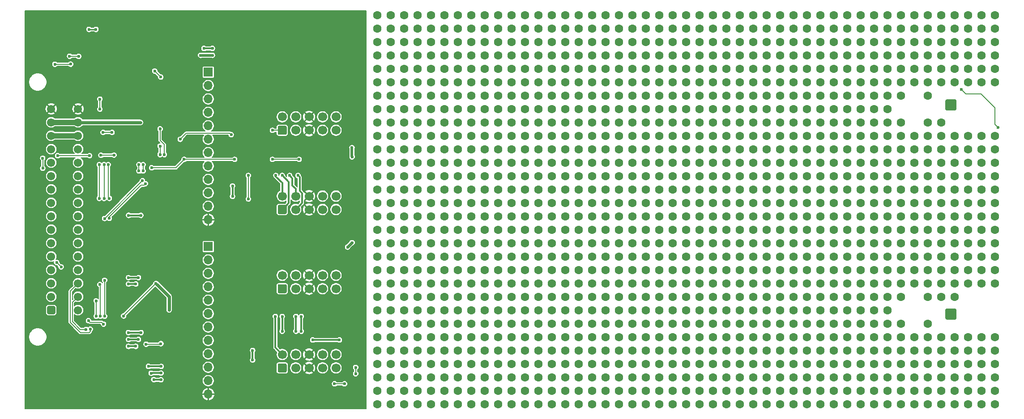
<source format=gbr>
%TF.GenerationSoftware,KiCad,Pcbnew,5.99.0+really5.1.10+dfsg1-1*%
%TF.CreationDate,2022-01-10T00:23:21+01:00*%
%TF.ProjectId,RiserCard,52697365-7243-4617-9264-2e6b69636164,rev?*%
%TF.SameCoordinates,Original*%
%TF.FileFunction,Copper,L2,Bot*%
%TF.FilePolarity,Positive*%
%FSLAX46Y46*%
G04 Gerber Fmt 4.6, Leading zero omitted, Abs format (unit mm)*
G04 Created by KiCad (PCBNEW 5.99.0+really5.1.10+dfsg1-1) date 2022-01-10 00:23:21*
%MOMM*%
%LPD*%
G01*
G04 APERTURE LIST*
%TA.AperFunction,ComponentPad*%
%ADD10C,1.600000*%
%TD*%
%TA.AperFunction,ComponentPad*%
%ADD11O,1.700000X1.700000*%
%TD*%
%TA.AperFunction,ComponentPad*%
%ADD12R,1.700000X1.700000*%
%TD*%
%TA.AperFunction,ComponentPad*%
%ADD13C,1.700000*%
%TD*%
%TA.AperFunction,ComponentPad*%
%ADD14C,1.550000*%
%TD*%
%TA.AperFunction,ViaPad*%
%ADD15C,0.600000*%
%TD*%
%TA.AperFunction,Conductor*%
%ADD16C,1.000000*%
%TD*%
%TA.AperFunction,Conductor*%
%ADD17C,0.200000*%
%TD*%
%TA.AperFunction,Conductor*%
%ADD18C,0.600000*%
%TD*%
%TA.AperFunction,Conductor*%
%ADD19C,0.300000*%
%TD*%
%TA.AperFunction,Conductor*%
%ADD20C,0.500000*%
%TD*%
%TA.AperFunction,Conductor*%
%ADD21C,0.250000*%
%TD*%
%TA.AperFunction,Conductor*%
%ADD22C,0.100000*%
%TD*%
G04 APERTURE END LIST*
D10*
%TO.P,H3,1*%
%TO.N,N/C*%
X208590000Y-76730000D03*
%TD*%
%TO.P,H3,1*%
%TO.N,N/C*%
X208590000Y-74190000D03*
%TD*%
%TO.P,H3,1*%
%TO.N,N/C*%
X211130000Y-76730000D03*
%TD*%
%TO.P,H3,1*%
%TO.N,N/C*%
X208590000Y-79270000D03*
%TD*%
%TO.P,H3,1*%
%TO.N,N/C*%
X206050000Y-76730000D03*
%TD*%
%TO.P,H3,1*%
%TO.N,N/C*%
X106990000Y-114830000D03*
%TD*%
%TO.P,H3,1*%
%TO.N,N/C*%
X109530000Y-114830000D03*
%TD*%
%TO.P,H3,1*%
%TO.N,N/C*%
X112070000Y-114830000D03*
%TD*%
%TO.P,H3,1*%
%TO.N,N/C*%
X114610000Y-114830000D03*
%TD*%
%TO.P,H3,1*%
%TO.N,N/C*%
X117150000Y-114830000D03*
%TD*%
%TO.P,H3,1*%
%TO.N,N/C*%
X119690000Y-114830000D03*
%TD*%
%TO.P,H3,1*%
%TO.N,N/C*%
X122230000Y-114830000D03*
%TD*%
%TO.P,H3,1*%
%TO.N,N/C*%
X124770000Y-114830000D03*
%TD*%
%TO.P,H3,1*%
%TO.N,N/C*%
X127310000Y-114830000D03*
%TD*%
%TO.P,H3,1*%
%TO.N,N/C*%
X129850000Y-114830000D03*
%TD*%
%TO.P,H3,1*%
%TO.N,N/C*%
X132390000Y-114830000D03*
%TD*%
%TO.P,H3,1*%
%TO.N,N/C*%
X134930000Y-114830000D03*
%TD*%
%TO.P,H3,1*%
%TO.N,N/C*%
X137470000Y-114830000D03*
%TD*%
%TO.P,H3,1*%
%TO.N,N/C*%
X140010000Y-114830000D03*
%TD*%
%TO.P,H3,1*%
%TO.N,N/C*%
X142550000Y-114830000D03*
%TD*%
%TO.P,H3,1*%
%TO.N,N/C*%
X145090000Y-114830000D03*
%TD*%
%TO.P,H3,1*%
%TO.N,N/C*%
X147630000Y-114830000D03*
%TD*%
%TO.P,H3,1*%
%TO.N,N/C*%
X150170000Y-114830000D03*
%TD*%
%TO.P,H3,1*%
%TO.N,N/C*%
X152710000Y-114830000D03*
%TD*%
%TO.P,H3,1*%
%TO.N,N/C*%
X155250000Y-114830000D03*
%TD*%
%TO.P,H3,1*%
%TO.N,N/C*%
X157790000Y-114830000D03*
%TD*%
%TO.P,H3,1*%
%TO.N,N/C*%
X160330000Y-114830000D03*
%TD*%
%TO.P,H3,1*%
%TO.N,N/C*%
X162870000Y-114830000D03*
%TD*%
%TO.P,H3,1*%
%TO.N,N/C*%
X165410000Y-114830000D03*
%TD*%
%TO.P,H3,1*%
%TO.N,N/C*%
X167950000Y-114830000D03*
%TD*%
%TO.P,H3,1*%
%TO.N,N/C*%
X170490000Y-114830000D03*
%TD*%
%TO.P,H3,1*%
%TO.N,N/C*%
X173030000Y-114830000D03*
%TD*%
%TO.P,H3,1*%
%TO.N,N/C*%
X175570000Y-114830000D03*
%TD*%
%TO.P,H3,1*%
%TO.N,N/C*%
X178110000Y-114830000D03*
%TD*%
%TO.P,H3,1*%
%TO.N,N/C*%
X180650000Y-114830000D03*
%TD*%
%TO.P,H3,1*%
%TO.N,N/C*%
X183190000Y-114830000D03*
%TD*%
%TO.P,H3,1*%
%TO.N,N/C*%
X185730000Y-114830000D03*
%TD*%
%TO.P,H3,1*%
%TO.N,N/C*%
X188270000Y-114830000D03*
%TD*%
%TO.P,H3,1*%
%TO.N,N/C*%
X190810000Y-114830000D03*
%TD*%
%TO.P,H3,1*%
%TO.N,N/C*%
X193350000Y-114830000D03*
%TD*%
%TO.P,H3,1*%
%TO.N,N/C*%
X195890000Y-114830000D03*
%TD*%
%TO.P,H3,1*%
%TO.N,N/C*%
X198430000Y-114830000D03*
%TD*%
%TO.P,H3,1*%
%TO.N,N/C*%
X200970000Y-114830000D03*
%TD*%
%TO.P,H3,1*%
%TO.N,N/C*%
X203510000Y-114830000D03*
%TD*%
%TO.P,H3,1*%
%TO.N,N/C*%
X206050000Y-114830000D03*
%TD*%
%TO.P,H3,1*%
%TO.N,N/C*%
X208590000Y-114830000D03*
%TD*%
%TO.P,H3,1*%
%TO.N,N/C*%
X211130000Y-114830000D03*
%TD*%
%TO.P,H3,1*%
%TO.N,N/C*%
X213670000Y-114830000D03*
%TD*%
%TO.P,H3,1*%
%TO.N,N/C*%
X216210000Y-114830000D03*
%TD*%
%TO.P,H3,1*%
%TO.N,N/C*%
X218750000Y-114830000D03*
%TD*%
%TO.P,H3,1*%
%TO.N,N/C*%
X221290000Y-114830000D03*
%TD*%
%TO.P,H3,1*%
%TO.N,N/C*%
X223830000Y-114830000D03*
%TD*%
%TO.P,H3,1*%
%TO.N,N/C*%
X106990000Y-112290000D03*
%TD*%
%TO.P,H3,1*%
%TO.N,N/C*%
X109530000Y-112290000D03*
%TD*%
%TO.P,H3,1*%
%TO.N,N/C*%
X112070000Y-112290000D03*
%TD*%
%TO.P,H3,1*%
%TO.N,N/C*%
X114610000Y-112290000D03*
%TD*%
%TO.P,H3,1*%
%TO.N,N/C*%
X117150000Y-112290000D03*
%TD*%
%TO.P,H3,1*%
%TO.N,N/C*%
X119690000Y-112290000D03*
%TD*%
%TO.P,H3,1*%
%TO.N,N/C*%
X122230000Y-112290000D03*
%TD*%
%TO.P,H3,1*%
%TO.N,N/C*%
X124770000Y-112290000D03*
%TD*%
%TO.P,H3,1*%
%TO.N,N/C*%
X127310000Y-112290000D03*
%TD*%
%TO.P,H3,1*%
%TO.N,N/C*%
X129850000Y-112290000D03*
%TD*%
%TO.P,H3,1*%
%TO.N,N/C*%
X132390000Y-112290000D03*
%TD*%
%TO.P,H3,1*%
%TO.N,N/C*%
X134930000Y-112290000D03*
%TD*%
%TO.P,H3,1*%
%TO.N,N/C*%
X137470000Y-112290000D03*
%TD*%
%TO.P,H3,1*%
%TO.N,N/C*%
X140010000Y-112290000D03*
%TD*%
%TO.P,H3,1*%
%TO.N,N/C*%
X142550000Y-112290000D03*
%TD*%
%TO.P,H3,1*%
%TO.N,N/C*%
X145090000Y-112290000D03*
%TD*%
%TO.P,H3,1*%
%TO.N,N/C*%
X147630000Y-112290000D03*
%TD*%
%TO.P,H3,1*%
%TO.N,N/C*%
X150170000Y-112290000D03*
%TD*%
%TO.P,H3,1*%
%TO.N,N/C*%
X152710000Y-112290000D03*
%TD*%
%TO.P,H3,1*%
%TO.N,N/C*%
X155250000Y-112290000D03*
%TD*%
%TO.P,H3,1*%
%TO.N,N/C*%
X157790000Y-112290000D03*
%TD*%
%TO.P,H3,1*%
%TO.N,N/C*%
X160330000Y-112290000D03*
%TD*%
%TO.P,H3,1*%
%TO.N,N/C*%
X162870000Y-112290000D03*
%TD*%
%TO.P,H3,1*%
%TO.N,N/C*%
X165410000Y-112290000D03*
%TD*%
%TO.P,H3,1*%
%TO.N,N/C*%
X167950000Y-112290000D03*
%TD*%
%TO.P,H3,1*%
%TO.N,N/C*%
X170490000Y-112290000D03*
%TD*%
%TO.P,H3,1*%
%TO.N,N/C*%
X173030000Y-112290000D03*
%TD*%
%TO.P,H3,1*%
%TO.N,N/C*%
X175570000Y-112290000D03*
%TD*%
%TO.P,H3,1*%
%TO.N,N/C*%
X178110000Y-112290000D03*
%TD*%
%TO.P,H3,1*%
%TO.N,N/C*%
X180650000Y-112290000D03*
%TD*%
%TO.P,H3,1*%
%TO.N,N/C*%
X183190000Y-112290000D03*
%TD*%
%TO.P,H3,1*%
%TO.N,N/C*%
X185730000Y-112290000D03*
%TD*%
%TO.P,H3,1*%
%TO.N,N/C*%
X188270000Y-112290000D03*
%TD*%
%TO.P,H3,1*%
%TO.N,N/C*%
X190810000Y-112290000D03*
%TD*%
%TO.P,H3,1*%
%TO.N,N/C*%
X193350000Y-112290000D03*
%TD*%
%TO.P,H3,1*%
%TO.N,N/C*%
X195890000Y-112290000D03*
%TD*%
%TO.P,H3,1*%
%TO.N,N/C*%
X198430000Y-112290000D03*
%TD*%
%TO.P,H3,1*%
%TO.N,N/C*%
X200970000Y-112290000D03*
%TD*%
%TO.P,H3,1*%
%TO.N,N/C*%
X203510000Y-112290000D03*
%TD*%
%TO.P,H3,1*%
%TO.N,N/C*%
X206050000Y-112290000D03*
%TD*%
%TO.P,H3,1*%
%TO.N,N/C*%
X208590000Y-112290000D03*
%TD*%
%TO.P,H3,1*%
%TO.N,N/C*%
X211130000Y-112290000D03*
%TD*%
%TO.P,H3,1*%
%TO.N,N/C*%
X213670000Y-112290000D03*
%TD*%
%TO.P,H3,1*%
%TO.N,N/C*%
X216210000Y-112290000D03*
%TD*%
%TO.P,H3,1*%
%TO.N,N/C*%
X218750000Y-112290000D03*
%TD*%
%TO.P,H3,1*%
%TO.N,N/C*%
X221290000Y-112290000D03*
%TD*%
%TO.P,H3,1*%
%TO.N,N/C*%
X223830000Y-112290000D03*
%TD*%
%TO.P,H3,1*%
%TO.N,N/C*%
X106990000Y-109750000D03*
%TD*%
%TO.P,H3,1*%
%TO.N,N/C*%
X109530000Y-109750000D03*
%TD*%
%TO.P,H3,1*%
%TO.N,N/C*%
X112070000Y-109750000D03*
%TD*%
%TO.P,H3,1*%
%TO.N,N/C*%
X114610000Y-109750000D03*
%TD*%
%TO.P,H3,1*%
%TO.N,N/C*%
X117150000Y-109750000D03*
%TD*%
%TO.P,H3,1*%
%TO.N,N/C*%
X119690000Y-109750000D03*
%TD*%
%TO.P,H3,1*%
%TO.N,N/C*%
X122230000Y-109750000D03*
%TD*%
%TO.P,H3,1*%
%TO.N,N/C*%
X124770000Y-109750000D03*
%TD*%
%TO.P,H3,1*%
%TO.N,N/C*%
X127310000Y-109750000D03*
%TD*%
%TO.P,H3,1*%
%TO.N,N/C*%
X129850000Y-109750000D03*
%TD*%
%TO.P,H3,1*%
%TO.N,N/C*%
X132390000Y-109750000D03*
%TD*%
%TO.P,H3,1*%
%TO.N,N/C*%
X134930000Y-109750000D03*
%TD*%
%TO.P,H3,1*%
%TO.N,N/C*%
X137470000Y-109750000D03*
%TD*%
%TO.P,H3,1*%
%TO.N,N/C*%
X140010000Y-109750000D03*
%TD*%
%TO.P,H3,1*%
%TO.N,N/C*%
X142550000Y-109750000D03*
%TD*%
%TO.P,H3,1*%
%TO.N,N/C*%
X145090000Y-109750000D03*
%TD*%
%TO.P,H3,1*%
%TO.N,N/C*%
X147630000Y-109750000D03*
%TD*%
%TO.P,H3,1*%
%TO.N,N/C*%
X150170000Y-109750000D03*
%TD*%
%TO.P,H3,1*%
%TO.N,N/C*%
X152710000Y-109750000D03*
%TD*%
%TO.P,H3,1*%
%TO.N,N/C*%
X155250000Y-109750000D03*
%TD*%
%TO.P,H3,1*%
%TO.N,N/C*%
X157790000Y-109750000D03*
%TD*%
%TO.P,H3,1*%
%TO.N,N/C*%
X160330000Y-109750000D03*
%TD*%
%TO.P,H3,1*%
%TO.N,N/C*%
X162870000Y-109750000D03*
%TD*%
%TO.P,H3,1*%
%TO.N,N/C*%
X165410000Y-109750000D03*
%TD*%
%TO.P,H3,1*%
%TO.N,N/C*%
X167950000Y-109750000D03*
%TD*%
%TO.P,H3,1*%
%TO.N,N/C*%
X170490000Y-109750000D03*
%TD*%
%TO.P,H3,1*%
%TO.N,N/C*%
X173030000Y-109750000D03*
%TD*%
%TO.P,H3,1*%
%TO.N,N/C*%
X175570000Y-109750000D03*
%TD*%
%TO.P,H3,1*%
%TO.N,N/C*%
X178110000Y-109750000D03*
%TD*%
%TO.P,H3,1*%
%TO.N,N/C*%
X180650000Y-109750000D03*
%TD*%
%TO.P,H3,1*%
%TO.N,N/C*%
X183190000Y-109750000D03*
%TD*%
%TO.P,H3,1*%
%TO.N,N/C*%
X185730000Y-109750000D03*
%TD*%
%TO.P,H3,1*%
%TO.N,N/C*%
X188270000Y-109750000D03*
%TD*%
%TO.P,H3,1*%
%TO.N,N/C*%
X190810000Y-109750000D03*
%TD*%
%TO.P,H3,1*%
%TO.N,N/C*%
X193350000Y-109750000D03*
%TD*%
%TO.P,H3,1*%
%TO.N,N/C*%
X195890000Y-109750000D03*
%TD*%
%TO.P,H3,1*%
%TO.N,N/C*%
X198430000Y-109750000D03*
%TD*%
%TO.P,H3,1*%
%TO.N,N/C*%
X200970000Y-109750000D03*
%TD*%
%TO.P,H3,1*%
%TO.N,N/C*%
X203510000Y-109750000D03*
%TD*%
%TO.P,H3,1*%
%TO.N,N/C*%
X206050000Y-109750000D03*
%TD*%
%TO.P,H3,1*%
%TO.N,N/C*%
X208590000Y-109750000D03*
%TD*%
%TO.P,H3,1*%
%TO.N,N/C*%
X211130000Y-109750000D03*
%TD*%
%TO.P,H3,1*%
%TO.N,N/C*%
X213670000Y-109750000D03*
%TD*%
%TO.P,H3,1*%
%TO.N,N/C*%
X216210000Y-109750000D03*
%TD*%
%TO.P,H3,1*%
%TO.N,N/C*%
X218750000Y-109750000D03*
%TD*%
%TO.P,H3,1*%
%TO.N,N/C*%
X221290000Y-109750000D03*
%TD*%
%TO.P,H3,1*%
%TO.N,N/C*%
X223830000Y-109750000D03*
%TD*%
%TO.P,H3,1*%
%TO.N,N/C*%
X106990000Y-107210000D03*
%TD*%
%TO.P,H3,1*%
%TO.N,N/C*%
X109530000Y-107210000D03*
%TD*%
%TO.P,H3,1*%
%TO.N,N/C*%
X112070000Y-107210000D03*
%TD*%
%TO.P,H3,1*%
%TO.N,N/C*%
X114610000Y-107210000D03*
%TD*%
%TO.P,H3,1*%
%TO.N,N/C*%
X117150000Y-107210000D03*
%TD*%
%TO.P,H3,1*%
%TO.N,N/C*%
X119690000Y-107210000D03*
%TD*%
%TO.P,H3,1*%
%TO.N,N/C*%
X122230000Y-107210000D03*
%TD*%
%TO.P,H3,1*%
%TO.N,N/C*%
X124770000Y-107210000D03*
%TD*%
%TO.P,H3,1*%
%TO.N,N/C*%
X127310000Y-107210000D03*
%TD*%
%TO.P,H3,1*%
%TO.N,N/C*%
X129850000Y-107210000D03*
%TD*%
%TO.P,H3,1*%
%TO.N,N/C*%
X132390000Y-107210000D03*
%TD*%
%TO.P,H3,1*%
%TO.N,N/C*%
X134930000Y-107210000D03*
%TD*%
%TO.P,H3,1*%
%TO.N,N/C*%
X137470000Y-107210000D03*
%TD*%
%TO.P,H3,1*%
%TO.N,N/C*%
X140010000Y-107210000D03*
%TD*%
%TO.P,H3,1*%
%TO.N,N/C*%
X142550000Y-107210000D03*
%TD*%
%TO.P,H3,1*%
%TO.N,N/C*%
X145090000Y-107210000D03*
%TD*%
%TO.P,H3,1*%
%TO.N,N/C*%
X147630000Y-107210000D03*
%TD*%
%TO.P,H3,1*%
%TO.N,N/C*%
X150170000Y-107210000D03*
%TD*%
%TO.P,H3,1*%
%TO.N,N/C*%
X152710000Y-107210000D03*
%TD*%
%TO.P,H3,1*%
%TO.N,N/C*%
X155250000Y-107210000D03*
%TD*%
%TO.P,H3,1*%
%TO.N,N/C*%
X157790000Y-107210000D03*
%TD*%
%TO.P,H3,1*%
%TO.N,N/C*%
X160330000Y-107210000D03*
%TD*%
%TO.P,H3,1*%
%TO.N,N/C*%
X162870000Y-107210000D03*
%TD*%
%TO.P,H3,1*%
%TO.N,N/C*%
X165410000Y-107210000D03*
%TD*%
%TO.P,H3,1*%
%TO.N,N/C*%
X167950000Y-107210000D03*
%TD*%
%TO.P,H3,1*%
%TO.N,N/C*%
X170490000Y-107210000D03*
%TD*%
%TO.P,H3,1*%
%TO.N,N/C*%
X173030000Y-107210000D03*
%TD*%
%TO.P,H3,1*%
%TO.N,N/C*%
X175570000Y-107210000D03*
%TD*%
%TO.P,H3,1*%
%TO.N,N/C*%
X178110000Y-107210000D03*
%TD*%
%TO.P,H3,1*%
%TO.N,N/C*%
X180650000Y-107210000D03*
%TD*%
%TO.P,H3,1*%
%TO.N,N/C*%
X183190000Y-107210000D03*
%TD*%
%TO.P,H3,1*%
%TO.N,N/C*%
X185730000Y-107210000D03*
%TD*%
%TO.P,H3,1*%
%TO.N,N/C*%
X188270000Y-107210000D03*
%TD*%
%TO.P,H3,1*%
%TO.N,N/C*%
X190810000Y-107210000D03*
%TD*%
%TO.P,H3,1*%
%TO.N,N/C*%
X193350000Y-107210000D03*
%TD*%
%TO.P,H3,1*%
%TO.N,N/C*%
X195890000Y-107210000D03*
%TD*%
%TO.P,H3,1*%
%TO.N,N/C*%
X198430000Y-107210000D03*
%TD*%
%TO.P,H3,1*%
%TO.N,N/C*%
X200970000Y-107210000D03*
%TD*%
%TO.P,H3,1*%
%TO.N,N/C*%
X203510000Y-107210000D03*
%TD*%
%TO.P,H3,1*%
%TO.N,N/C*%
X206050000Y-107210000D03*
%TD*%
%TO.P,H3,1*%
%TO.N,N/C*%
X208590000Y-107210000D03*
%TD*%
%TO.P,H3,1*%
%TO.N,N/C*%
X211130000Y-107210000D03*
%TD*%
%TO.P,H3,1*%
%TO.N,N/C*%
X213670000Y-107210000D03*
%TD*%
%TO.P,H3,1*%
%TO.N,N/C*%
X216210000Y-107210000D03*
%TD*%
%TO.P,H3,1*%
%TO.N,N/C*%
X218750000Y-107210000D03*
%TD*%
%TO.P,H3,1*%
%TO.N,N/C*%
X221290000Y-107210000D03*
%TD*%
%TO.P,H3,1*%
%TO.N,N/C*%
X223830000Y-107210000D03*
%TD*%
%TO.P,H3,1*%
%TO.N,N/C*%
X106990000Y-104670000D03*
%TD*%
%TO.P,H3,1*%
%TO.N,N/C*%
X109530000Y-104670000D03*
%TD*%
%TO.P,H3,1*%
%TO.N,N/C*%
X112070000Y-104670000D03*
%TD*%
%TO.P,H3,1*%
%TO.N,N/C*%
X114610000Y-104670000D03*
%TD*%
%TO.P,H3,1*%
%TO.N,N/C*%
X117150000Y-104670000D03*
%TD*%
%TO.P,H3,1*%
%TO.N,N/C*%
X119690000Y-104670000D03*
%TD*%
%TO.P,H3,1*%
%TO.N,N/C*%
X122230000Y-104670000D03*
%TD*%
%TO.P,H3,1*%
%TO.N,N/C*%
X124770000Y-104670000D03*
%TD*%
%TO.P,H3,1*%
%TO.N,N/C*%
X127310000Y-104670000D03*
%TD*%
%TO.P,H3,1*%
%TO.N,N/C*%
X129850000Y-104670000D03*
%TD*%
%TO.P,H3,1*%
%TO.N,N/C*%
X132390000Y-104670000D03*
%TD*%
%TO.P,H3,1*%
%TO.N,N/C*%
X134930000Y-104670000D03*
%TD*%
%TO.P,H3,1*%
%TO.N,N/C*%
X137470000Y-104670000D03*
%TD*%
%TO.P,H3,1*%
%TO.N,N/C*%
X140010000Y-104670000D03*
%TD*%
%TO.P,H3,1*%
%TO.N,N/C*%
X142550000Y-104670000D03*
%TD*%
%TO.P,H3,1*%
%TO.N,N/C*%
X145090000Y-104670000D03*
%TD*%
%TO.P,H3,1*%
%TO.N,N/C*%
X147630000Y-104670000D03*
%TD*%
%TO.P,H3,1*%
%TO.N,N/C*%
X150170000Y-104670000D03*
%TD*%
%TO.P,H3,1*%
%TO.N,N/C*%
X152710000Y-104670000D03*
%TD*%
%TO.P,H3,1*%
%TO.N,N/C*%
X155250000Y-104670000D03*
%TD*%
%TO.P,H3,1*%
%TO.N,N/C*%
X157790000Y-104670000D03*
%TD*%
%TO.P,H3,1*%
%TO.N,N/C*%
X160330000Y-104670000D03*
%TD*%
%TO.P,H3,1*%
%TO.N,N/C*%
X162870000Y-104670000D03*
%TD*%
%TO.P,H3,1*%
%TO.N,N/C*%
X165410000Y-104670000D03*
%TD*%
%TO.P,H3,1*%
%TO.N,N/C*%
X167950000Y-104670000D03*
%TD*%
%TO.P,H3,1*%
%TO.N,N/C*%
X170490000Y-104670000D03*
%TD*%
%TO.P,H3,1*%
%TO.N,N/C*%
X173030000Y-104670000D03*
%TD*%
%TO.P,H3,1*%
%TO.N,N/C*%
X175570000Y-104670000D03*
%TD*%
%TO.P,H3,1*%
%TO.N,N/C*%
X178110000Y-104670000D03*
%TD*%
%TO.P,H3,1*%
%TO.N,N/C*%
X180650000Y-104670000D03*
%TD*%
%TO.P,H3,1*%
%TO.N,N/C*%
X183190000Y-104670000D03*
%TD*%
%TO.P,H3,1*%
%TO.N,N/C*%
X185730000Y-104670000D03*
%TD*%
%TO.P,H3,1*%
%TO.N,N/C*%
X188270000Y-104670000D03*
%TD*%
%TO.P,H3,1*%
%TO.N,N/C*%
X190810000Y-104670000D03*
%TD*%
%TO.P,H3,1*%
%TO.N,N/C*%
X193350000Y-104670000D03*
%TD*%
%TO.P,H3,1*%
%TO.N,N/C*%
X195890000Y-104670000D03*
%TD*%
%TO.P,H3,1*%
%TO.N,N/C*%
X198430000Y-104670000D03*
%TD*%
%TO.P,H3,1*%
%TO.N,N/C*%
X200970000Y-104670000D03*
%TD*%
%TO.P,H3,1*%
%TO.N,N/C*%
X203510000Y-104670000D03*
%TD*%
%TO.P,H3,1*%
%TO.N,N/C*%
X206050000Y-104670000D03*
%TD*%
%TO.P,H3,1*%
%TO.N,N/C*%
X208590000Y-104670000D03*
%TD*%
%TO.P,H3,1*%
%TO.N,N/C*%
X211130000Y-104670000D03*
%TD*%
%TO.P,H3,1*%
%TO.N,N/C*%
X213670000Y-104670000D03*
%TD*%
%TO.P,H3,1*%
%TO.N,N/C*%
X216210000Y-104670000D03*
%TD*%
%TO.P,H3,1*%
%TO.N,N/C*%
X218750000Y-104670000D03*
%TD*%
%TO.P,H3,1*%
%TO.N,N/C*%
X221290000Y-104670000D03*
%TD*%
%TO.P,H3,1*%
%TO.N,N/C*%
X223830000Y-104670000D03*
%TD*%
%TO.P,H3,1*%
%TO.N,N/C*%
X106990000Y-102130000D03*
%TD*%
%TO.P,H3,1*%
%TO.N,N/C*%
X109530000Y-102130000D03*
%TD*%
%TO.P,H3,1*%
%TO.N,N/C*%
X112070000Y-102130000D03*
%TD*%
%TO.P,H3,1*%
%TO.N,N/C*%
X114610000Y-102130000D03*
%TD*%
%TO.P,H3,1*%
%TO.N,N/C*%
X117150000Y-102130000D03*
%TD*%
%TO.P,H3,1*%
%TO.N,N/C*%
X119690000Y-102130000D03*
%TD*%
%TO.P,H3,1*%
%TO.N,N/C*%
X122230000Y-102130000D03*
%TD*%
%TO.P,H3,1*%
%TO.N,N/C*%
X124770000Y-102130000D03*
%TD*%
%TO.P,H3,1*%
%TO.N,N/C*%
X127310000Y-102130000D03*
%TD*%
%TO.P,H3,1*%
%TO.N,N/C*%
X129850000Y-102130000D03*
%TD*%
%TO.P,H3,1*%
%TO.N,N/C*%
X132390000Y-102130000D03*
%TD*%
%TO.P,H3,1*%
%TO.N,N/C*%
X134930000Y-102130000D03*
%TD*%
%TO.P,H3,1*%
%TO.N,N/C*%
X137470000Y-102130000D03*
%TD*%
%TO.P,H3,1*%
%TO.N,N/C*%
X140010000Y-102130000D03*
%TD*%
%TO.P,H3,1*%
%TO.N,N/C*%
X142550000Y-102130000D03*
%TD*%
%TO.P,H3,1*%
%TO.N,N/C*%
X145090000Y-102130000D03*
%TD*%
%TO.P,H3,1*%
%TO.N,N/C*%
X147630000Y-102130000D03*
%TD*%
%TO.P,H3,1*%
%TO.N,N/C*%
X150170000Y-102130000D03*
%TD*%
%TO.P,H3,1*%
%TO.N,N/C*%
X152710000Y-102130000D03*
%TD*%
%TO.P,H3,1*%
%TO.N,N/C*%
X155250000Y-102130000D03*
%TD*%
%TO.P,H3,1*%
%TO.N,N/C*%
X157790000Y-102130000D03*
%TD*%
%TO.P,H3,1*%
%TO.N,N/C*%
X160330000Y-102130000D03*
%TD*%
%TO.P,H3,1*%
%TO.N,N/C*%
X162870000Y-102130000D03*
%TD*%
%TO.P,H3,1*%
%TO.N,N/C*%
X165410000Y-102130000D03*
%TD*%
%TO.P,H3,1*%
%TO.N,N/C*%
X167950000Y-102130000D03*
%TD*%
%TO.P,H3,1*%
%TO.N,N/C*%
X170490000Y-102130000D03*
%TD*%
%TO.P,H3,1*%
%TO.N,N/C*%
X173030000Y-102130000D03*
%TD*%
%TO.P,H3,1*%
%TO.N,N/C*%
X175570000Y-102130000D03*
%TD*%
%TO.P,H3,1*%
%TO.N,N/C*%
X178110000Y-102130000D03*
%TD*%
%TO.P,H3,1*%
%TO.N,N/C*%
X180650000Y-102130000D03*
%TD*%
%TO.P,H3,1*%
%TO.N,N/C*%
X183190000Y-102130000D03*
%TD*%
%TO.P,H3,1*%
%TO.N,N/C*%
X185730000Y-102130000D03*
%TD*%
%TO.P,H3,1*%
%TO.N,N/C*%
X188270000Y-102130000D03*
%TD*%
%TO.P,H3,1*%
%TO.N,N/C*%
X190810000Y-102130000D03*
%TD*%
%TO.P,H3,1*%
%TO.N,N/C*%
X193350000Y-102130000D03*
%TD*%
%TO.P,H3,1*%
%TO.N,N/C*%
X195890000Y-102130000D03*
%TD*%
%TO.P,H3,1*%
%TO.N,N/C*%
X198430000Y-102130000D03*
%TD*%
%TO.P,H3,1*%
%TO.N,N/C*%
X200970000Y-102130000D03*
%TD*%
%TO.P,H3,1*%
%TO.N,N/C*%
X203510000Y-102130000D03*
%TD*%
%TO.P,H3,1*%
%TO.N,N/C*%
X206050000Y-102130000D03*
%TD*%
%TO.P,H3,1*%
%TO.N,N/C*%
X208590000Y-102130000D03*
%TD*%
%TO.P,H3,1*%
%TO.N,N/C*%
X211130000Y-102130000D03*
%TD*%
%TO.P,H3,1*%
%TO.N,N/C*%
X213670000Y-102130000D03*
%TD*%
%TO.P,H3,1*%
%TO.N,N/C*%
X216210000Y-102130000D03*
%TD*%
%TO.P,H3,1*%
%TO.N,N/C*%
X218750000Y-102130000D03*
%TD*%
%TO.P,H3,1*%
%TO.N,N/C*%
X221290000Y-102130000D03*
%TD*%
%TO.P,H3,1*%
%TO.N,N/C*%
X223830000Y-102130000D03*
%TD*%
%TO.P,H3,1*%
%TO.N,N/C*%
X106990000Y-99590000D03*
%TD*%
%TO.P,H3,1*%
%TO.N,N/C*%
X109530000Y-99590000D03*
%TD*%
%TO.P,H3,1*%
%TO.N,N/C*%
X112070000Y-99590000D03*
%TD*%
%TO.P,H3,1*%
%TO.N,N/C*%
X114610000Y-99590000D03*
%TD*%
%TO.P,H3,1*%
%TO.N,N/C*%
X117150000Y-99590000D03*
%TD*%
%TO.P,H3,1*%
%TO.N,N/C*%
X119690000Y-99590000D03*
%TD*%
%TO.P,H3,1*%
%TO.N,N/C*%
X122230000Y-99590000D03*
%TD*%
%TO.P,H3,1*%
%TO.N,N/C*%
X124770000Y-99590000D03*
%TD*%
%TO.P,H3,1*%
%TO.N,N/C*%
X127310000Y-99590000D03*
%TD*%
%TO.P,H3,1*%
%TO.N,N/C*%
X129850000Y-99590000D03*
%TD*%
%TO.P,H3,1*%
%TO.N,N/C*%
X132390000Y-99590000D03*
%TD*%
%TO.P,H3,1*%
%TO.N,N/C*%
X134930000Y-99590000D03*
%TD*%
%TO.P,H3,1*%
%TO.N,N/C*%
X137470000Y-99590000D03*
%TD*%
%TO.P,H3,1*%
%TO.N,N/C*%
X140010000Y-99590000D03*
%TD*%
%TO.P,H3,1*%
%TO.N,N/C*%
X142550000Y-99590000D03*
%TD*%
%TO.P,H3,1*%
%TO.N,N/C*%
X145090000Y-99590000D03*
%TD*%
%TO.P,H3,1*%
%TO.N,N/C*%
X147630000Y-99590000D03*
%TD*%
%TO.P,H3,1*%
%TO.N,N/C*%
X150170000Y-99590000D03*
%TD*%
%TO.P,H3,1*%
%TO.N,N/C*%
X152710000Y-99590000D03*
%TD*%
%TO.P,H3,1*%
%TO.N,N/C*%
X155250000Y-99590000D03*
%TD*%
%TO.P,H3,1*%
%TO.N,N/C*%
X157790000Y-99590000D03*
%TD*%
%TO.P,H3,1*%
%TO.N,N/C*%
X160330000Y-99590000D03*
%TD*%
%TO.P,H3,1*%
%TO.N,N/C*%
X162870000Y-99590000D03*
%TD*%
%TO.P,H3,1*%
%TO.N,N/C*%
X165410000Y-99590000D03*
%TD*%
%TO.P,H3,1*%
%TO.N,N/C*%
X167950000Y-99590000D03*
%TD*%
%TO.P,H3,1*%
%TO.N,N/C*%
X170490000Y-99590000D03*
%TD*%
%TO.P,H3,1*%
%TO.N,N/C*%
X173030000Y-99590000D03*
%TD*%
%TO.P,H3,1*%
%TO.N,N/C*%
X175570000Y-99590000D03*
%TD*%
%TO.P,H3,1*%
%TO.N,N/C*%
X178110000Y-99590000D03*
%TD*%
%TO.P,H3,1*%
%TO.N,N/C*%
X180650000Y-99590000D03*
%TD*%
%TO.P,H3,1*%
%TO.N,N/C*%
X183190000Y-99590000D03*
%TD*%
%TO.P,H3,1*%
%TO.N,N/C*%
X185730000Y-99590000D03*
%TD*%
%TO.P,H3,1*%
%TO.N,N/C*%
X188270000Y-99590000D03*
%TD*%
%TO.P,H3,1*%
%TO.N,N/C*%
X190810000Y-99590000D03*
%TD*%
%TO.P,H3,1*%
%TO.N,N/C*%
X193350000Y-99590000D03*
%TD*%
%TO.P,H3,1*%
%TO.N,N/C*%
X195890000Y-99590000D03*
%TD*%
%TO.P,H3,1*%
%TO.N,N/C*%
X198430000Y-99590000D03*
%TD*%
%TO.P,H3,1*%
%TO.N,N/C*%
X200970000Y-99590000D03*
%TD*%
%TO.P,H3,1*%
%TO.N,N/C*%
X203510000Y-99590000D03*
%TD*%
%TO.P,H3,1*%
%TO.N,N/C*%
X206050000Y-99590000D03*
%TD*%
%TO.P,H3,1*%
%TO.N,N/C*%
X211130000Y-99590000D03*
%TD*%
%TO.P,H3,1*%
%TO.N,N/C*%
X106990000Y-97050000D03*
%TD*%
%TO.P,H3,1*%
%TO.N,N/C*%
X109530000Y-97050000D03*
%TD*%
%TO.P,H3,1*%
%TO.N,N/C*%
X112070000Y-97050000D03*
%TD*%
%TO.P,H3,1*%
%TO.N,N/C*%
X114610000Y-97050000D03*
%TD*%
%TO.P,H3,1*%
%TO.N,N/C*%
X117150000Y-97050000D03*
%TD*%
%TO.P,H3,1*%
%TO.N,N/C*%
X119690000Y-97050000D03*
%TD*%
%TO.P,H3,1*%
%TO.N,N/C*%
X122230000Y-97050000D03*
%TD*%
%TO.P,H3,1*%
%TO.N,N/C*%
X124770000Y-97050000D03*
%TD*%
%TO.P,H3,1*%
%TO.N,N/C*%
X127310000Y-97050000D03*
%TD*%
%TO.P,H3,1*%
%TO.N,N/C*%
X129850000Y-97050000D03*
%TD*%
%TO.P,H3,1*%
%TO.N,N/C*%
X132390000Y-97050000D03*
%TD*%
%TO.P,H3,1*%
%TO.N,N/C*%
X134930000Y-97050000D03*
%TD*%
%TO.P,H3,1*%
%TO.N,N/C*%
X137470000Y-97050000D03*
%TD*%
%TO.P,H3,1*%
%TO.N,N/C*%
X140010000Y-97050000D03*
%TD*%
%TO.P,H3,1*%
%TO.N,N/C*%
X142550000Y-97050000D03*
%TD*%
%TO.P,H3,1*%
%TO.N,N/C*%
X145090000Y-97050000D03*
%TD*%
%TO.P,H3,1*%
%TO.N,N/C*%
X147630000Y-97050000D03*
%TD*%
%TO.P,H3,1*%
%TO.N,N/C*%
X150170000Y-97050000D03*
%TD*%
%TO.P,H3,1*%
%TO.N,N/C*%
X152710000Y-97050000D03*
%TD*%
%TO.P,H3,1*%
%TO.N,N/C*%
X155250000Y-97050000D03*
%TD*%
%TO.P,H3,1*%
%TO.N,N/C*%
X157790000Y-97050000D03*
%TD*%
%TO.P,H3,1*%
%TO.N,N/C*%
X160330000Y-97050000D03*
%TD*%
%TO.P,H3,1*%
%TO.N,N/C*%
X162870000Y-97050000D03*
%TD*%
%TO.P,H3,1*%
%TO.N,N/C*%
X165410000Y-97050000D03*
%TD*%
%TO.P,H3,1*%
%TO.N,N/C*%
X167950000Y-97050000D03*
%TD*%
%TO.P,H3,1*%
%TO.N,N/C*%
X170490000Y-97050000D03*
%TD*%
%TO.P,H3,1*%
%TO.N,N/C*%
X173030000Y-97050000D03*
%TD*%
%TO.P,H3,1*%
%TO.N,N/C*%
X175570000Y-97050000D03*
%TD*%
%TO.P,H3,1*%
%TO.N,N/C*%
X178110000Y-97050000D03*
%TD*%
%TO.P,H3,1*%
%TO.N,N/C*%
X180650000Y-97050000D03*
%TD*%
%TO.P,H3,1*%
%TO.N,N/C*%
X183190000Y-97050000D03*
%TD*%
%TO.P,H3,1*%
%TO.N,N/C*%
X185730000Y-97050000D03*
%TD*%
%TO.P,H3,1*%
%TO.N,N/C*%
X188270000Y-97050000D03*
%TD*%
%TO.P,H3,1*%
%TO.N,N/C*%
X190810000Y-97050000D03*
%TD*%
%TO.P,H3,1*%
%TO.N,N/C*%
X193350000Y-97050000D03*
%TD*%
%TO.P,H3,1*%
%TO.N,N/C*%
X195890000Y-97050000D03*
%TD*%
%TO.P,H3,1*%
%TO.N,N/C*%
X198430000Y-97050000D03*
%TD*%
%TO.P,H3,1*%
%TO.N,N/C*%
X200970000Y-97050000D03*
%TD*%
%TO.P,H3,1*%
%TO.N,N/C*%
X203510000Y-97050000D03*
%TD*%
%TO.P,H3,1*%
%TO.N,N/C*%
X106990000Y-94510000D03*
%TD*%
%TO.P,H3,1*%
%TO.N,N/C*%
X109530000Y-94510000D03*
%TD*%
%TO.P,H3,1*%
%TO.N,N/C*%
X112070000Y-94510000D03*
%TD*%
%TO.P,H3,1*%
%TO.N,N/C*%
X114610000Y-94510000D03*
%TD*%
%TO.P,H3,1*%
%TO.N,N/C*%
X117150000Y-94510000D03*
%TD*%
%TO.P,H3,1*%
%TO.N,N/C*%
X119690000Y-94510000D03*
%TD*%
%TO.P,H3,1*%
%TO.N,N/C*%
X122230000Y-94510000D03*
%TD*%
%TO.P,H3,1*%
%TO.N,N/C*%
X124770000Y-94510000D03*
%TD*%
%TO.P,H3,1*%
%TO.N,N/C*%
X127310000Y-94510000D03*
%TD*%
%TO.P,H3,1*%
%TO.N,N/C*%
X129850000Y-94510000D03*
%TD*%
%TO.P,H3,1*%
%TO.N,N/C*%
X132390000Y-94510000D03*
%TD*%
%TO.P,H3,1*%
%TO.N,N/C*%
X134930000Y-94510000D03*
%TD*%
%TO.P,H3,1*%
%TO.N,N/C*%
X137470000Y-94510000D03*
%TD*%
%TO.P,H3,1*%
%TO.N,N/C*%
X140010000Y-94510000D03*
%TD*%
%TO.P,H3,1*%
%TO.N,N/C*%
X142550000Y-94510000D03*
%TD*%
%TO.P,H3,1*%
%TO.N,N/C*%
X145090000Y-94510000D03*
%TD*%
%TO.P,H3,1*%
%TO.N,N/C*%
X147630000Y-94510000D03*
%TD*%
%TO.P,H3,1*%
%TO.N,N/C*%
X150170000Y-94510000D03*
%TD*%
%TO.P,H3,1*%
%TO.N,N/C*%
X152710000Y-94510000D03*
%TD*%
%TO.P,H3,1*%
%TO.N,N/C*%
X155250000Y-94510000D03*
%TD*%
%TO.P,H3,1*%
%TO.N,N/C*%
X157790000Y-94510000D03*
%TD*%
%TO.P,H3,1*%
%TO.N,N/C*%
X160330000Y-94510000D03*
%TD*%
%TO.P,H3,1*%
%TO.N,N/C*%
X162870000Y-94510000D03*
%TD*%
%TO.P,H3,1*%
%TO.N,N/C*%
X165410000Y-94510000D03*
%TD*%
%TO.P,H3,1*%
%TO.N,N/C*%
X167950000Y-94510000D03*
%TD*%
%TO.P,H3,1*%
%TO.N,N/C*%
X170490000Y-94510000D03*
%TD*%
%TO.P,H3,1*%
%TO.N,N/C*%
X173030000Y-94510000D03*
%TD*%
%TO.P,H3,1*%
%TO.N,N/C*%
X175570000Y-94510000D03*
%TD*%
%TO.P,H3,1*%
%TO.N,N/C*%
X178110000Y-94510000D03*
%TD*%
%TO.P,H3,1*%
%TO.N,N/C*%
X180650000Y-94510000D03*
%TD*%
%TO.P,H3,1*%
%TO.N,N/C*%
X183190000Y-94510000D03*
%TD*%
%TO.P,H3,1*%
%TO.N,N/C*%
X185730000Y-94510000D03*
%TD*%
%TO.P,H3,1*%
%TO.N,N/C*%
X188270000Y-94510000D03*
%TD*%
%TO.P,H3,1*%
%TO.N,N/C*%
X190810000Y-94510000D03*
%TD*%
%TO.P,H3,1*%
%TO.N,N/C*%
X193350000Y-94510000D03*
%TD*%
%TO.P,H3,1*%
%TO.N,N/C*%
X195890000Y-94510000D03*
%TD*%
%TO.P,H3,1*%
%TO.N,N/C*%
X198430000Y-94510000D03*
%TD*%
%TO.P,H3,1*%
%TO.N,N/C*%
X200970000Y-94510000D03*
%TD*%
%TO.P,H3,1*%
%TO.N,N/C*%
X203510000Y-94510000D03*
%TD*%
%TO.P,H3,1*%
%TO.N,N/C*%
X206050000Y-94510000D03*
%TD*%
%TO.P,H3,1*%
%TO.N,N/C*%
X211130000Y-94510000D03*
%TD*%
%TO.P,H3,1*%
%TO.N,N/C*%
X213670000Y-94510000D03*
%TD*%
%TO.P,H3,1*%
%TO.N,N/C*%
X216210000Y-94510000D03*
%TD*%
%TO.P,H3,1*%
%TO.N,N/C*%
X106990000Y-91970000D03*
%TD*%
%TO.P,H3,1*%
%TO.N,N/C*%
X109530000Y-91970000D03*
%TD*%
%TO.P,H3,1*%
%TO.N,N/C*%
X112070000Y-91970000D03*
%TD*%
%TO.P,H3,1*%
%TO.N,N/C*%
X114610000Y-91970000D03*
%TD*%
%TO.P,H3,1*%
%TO.N,N/C*%
X117150000Y-91970000D03*
%TD*%
%TO.P,H3,1*%
%TO.N,N/C*%
X119690000Y-91970000D03*
%TD*%
%TO.P,H3,1*%
%TO.N,N/C*%
X122230000Y-91970000D03*
%TD*%
%TO.P,H3,1*%
%TO.N,N/C*%
X124770000Y-91970000D03*
%TD*%
%TO.P,H3,1*%
%TO.N,N/C*%
X127310000Y-91970000D03*
%TD*%
%TO.P,H3,1*%
%TO.N,N/C*%
X129850000Y-91970000D03*
%TD*%
%TO.P,H3,1*%
%TO.N,N/C*%
X132390000Y-91970000D03*
%TD*%
%TO.P,H3,1*%
%TO.N,N/C*%
X134930000Y-91970000D03*
%TD*%
%TO.P,H3,1*%
%TO.N,N/C*%
X137470000Y-91970000D03*
%TD*%
%TO.P,H3,1*%
%TO.N,N/C*%
X140010000Y-91970000D03*
%TD*%
%TO.P,H3,1*%
%TO.N,N/C*%
X142550000Y-91970000D03*
%TD*%
%TO.P,H3,1*%
%TO.N,N/C*%
X145090000Y-91970000D03*
%TD*%
%TO.P,H3,1*%
%TO.N,N/C*%
X147630000Y-91970000D03*
%TD*%
%TO.P,H3,1*%
%TO.N,N/C*%
X150170000Y-91970000D03*
%TD*%
%TO.P,H3,1*%
%TO.N,N/C*%
X152710000Y-91970000D03*
%TD*%
%TO.P,H3,1*%
%TO.N,N/C*%
X155250000Y-91970000D03*
%TD*%
%TO.P,H3,1*%
%TO.N,N/C*%
X157790000Y-91970000D03*
%TD*%
%TO.P,H3,1*%
%TO.N,N/C*%
X160330000Y-91970000D03*
%TD*%
%TO.P,H3,1*%
%TO.N,N/C*%
X162870000Y-91970000D03*
%TD*%
%TO.P,H3,1*%
%TO.N,N/C*%
X165410000Y-91970000D03*
%TD*%
%TO.P,H3,1*%
%TO.N,N/C*%
X167950000Y-91970000D03*
%TD*%
%TO.P,H3,1*%
%TO.N,N/C*%
X170490000Y-91970000D03*
%TD*%
%TO.P,H3,1*%
%TO.N,N/C*%
X173030000Y-91970000D03*
%TD*%
%TO.P,H3,1*%
%TO.N,N/C*%
X175570000Y-91970000D03*
%TD*%
%TO.P,H3,1*%
%TO.N,N/C*%
X178110000Y-91970000D03*
%TD*%
%TO.P,H3,1*%
%TO.N,N/C*%
X180650000Y-91970000D03*
%TD*%
%TO.P,H3,1*%
%TO.N,N/C*%
X183190000Y-91970000D03*
%TD*%
%TO.P,H3,1*%
%TO.N,N/C*%
X185730000Y-91970000D03*
%TD*%
%TO.P,H3,1*%
%TO.N,N/C*%
X188270000Y-91970000D03*
%TD*%
%TO.P,H3,1*%
%TO.N,N/C*%
X190810000Y-91970000D03*
%TD*%
%TO.P,H3,1*%
%TO.N,N/C*%
X193350000Y-91970000D03*
%TD*%
%TO.P,H3,1*%
%TO.N,N/C*%
X195890000Y-91970000D03*
%TD*%
%TO.P,H3,1*%
%TO.N,N/C*%
X198430000Y-91970000D03*
%TD*%
%TO.P,H3,1*%
%TO.N,N/C*%
X200970000Y-91970000D03*
%TD*%
%TO.P,H3,1*%
%TO.N,N/C*%
X203510000Y-91970000D03*
%TD*%
%TO.P,H3,1*%
%TO.N,N/C*%
X206050000Y-91970000D03*
%TD*%
%TO.P,H3,1*%
%TO.N,N/C*%
X208590000Y-91970000D03*
%TD*%
%TO.P,H3,1*%
%TO.N,N/C*%
X211130000Y-91970000D03*
%TD*%
%TO.P,H3,1*%
%TO.N,N/C*%
X213670000Y-91970000D03*
%TD*%
%TO.P,H3,1*%
%TO.N,N/C*%
X216210000Y-91970000D03*
%TD*%
%TO.P,H3,1*%
%TO.N,N/C*%
X218750000Y-91970000D03*
%TD*%
%TO.P,H3,1*%
%TO.N,N/C*%
X221290000Y-91970000D03*
%TD*%
%TO.P,H3,1*%
%TO.N,N/C*%
X223830000Y-91970000D03*
%TD*%
%TO.P,H3,1*%
%TO.N,N/C*%
X106990000Y-89430000D03*
%TD*%
%TO.P,H3,1*%
%TO.N,N/C*%
X109530000Y-89430000D03*
%TD*%
%TO.P,H3,1*%
%TO.N,N/C*%
X112070000Y-89430000D03*
%TD*%
%TO.P,H3,1*%
%TO.N,N/C*%
X114610000Y-89430000D03*
%TD*%
%TO.P,H3,1*%
%TO.N,N/C*%
X117150000Y-89430000D03*
%TD*%
%TO.P,H3,1*%
%TO.N,N/C*%
X119690000Y-89430000D03*
%TD*%
%TO.P,H3,1*%
%TO.N,N/C*%
X122230000Y-89430000D03*
%TD*%
%TO.P,H3,1*%
%TO.N,N/C*%
X124770000Y-89430000D03*
%TD*%
%TO.P,H3,1*%
%TO.N,N/C*%
X127310000Y-89430000D03*
%TD*%
%TO.P,H3,1*%
%TO.N,N/C*%
X129850000Y-89430000D03*
%TD*%
%TO.P,H3,1*%
%TO.N,N/C*%
X132390000Y-89430000D03*
%TD*%
%TO.P,H3,1*%
%TO.N,N/C*%
X134930000Y-89430000D03*
%TD*%
%TO.P,H3,1*%
%TO.N,N/C*%
X137470000Y-89430000D03*
%TD*%
%TO.P,H3,1*%
%TO.N,N/C*%
X140010000Y-89430000D03*
%TD*%
%TO.P,H3,1*%
%TO.N,N/C*%
X142550000Y-89430000D03*
%TD*%
%TO.P,H3,1*%
%TO.N,N/C*%
X145090000Y-89430000D03*
%TD*%
%TO.P,H3,1*%
%TO.N,N/C*%
X147630000Y-89430000D03*
%TD*%
%TO.P,H3,1*%
%TO.N,N/C*%
X150170000Y-89430000D03*
%TD*%
%TO.P,H3,1*%
%TO.N,N/C*%
X152710000Y-89430000D03*
%TD*%
%TO.P,H3,1*%
%TO.N,N/C*%
X155250000Y-89430000D03*
%TD*%
%TO.P,H3,1*%
%TO.N,N/C*%
X157790000Y-89430000D03*
%TD*%
%TO.P,H3,1*%
%TO.N,N/C*%
X160330000Y-89430000D03*
%TD*%
%TO.P,H3,1*%
%TO.N,N/C*%
X162870000Y-89430000D03*
%TD*%
%TO.P,H3,1*%
%TO.N,N/C*%
X165410000Y-89430000D03*
%TD*%
%TO.P,H3,1*%
%TO.N,N/C*%
X167950000Y-89430000D03*
%TD*%
%TO.P,H3,1*%
%TO.N,N/C*%
X170490000Y-89430000D03*
%TD*%
%TO.P,H3,1*%
%TO.N,N/C*%
X173030000Y-89430000D03*
%TD*%
%TO.P,H3,1*%
%TO.N,N/C*%
X175570000Y-89430000D03*
%TD*%
%TO.P,H3,1*%
%TO.N,N/C*%
X178110000Y-89430000D03*
%TD*%
%TO.P,H3,1*%
%TO.N,N/C*%
X180650000Y-89430000D03*
%TD*%
%TO.P,H3,1*%
%TO.N,N/C*%
X183190000Y-89430000D03*
%TD*%
%TO.P,H3,1*%
%TO.N,N/C*%
X185730000Y-89430000D03*
%TD*%
%TO.P,H3,1*%
%TO.N,N/C*%
X188270000Y-89430000D03*
%TD*%
%TO.P,H3,1*%
%TO.N,N/C*%
X190810000Y-89430000D03*
%TD*%
%TO.P,H3,1*%
%TO.N,N/C*%
X193350000Y-89430000D03*
%TD*%
%TO.P,H3,1*%
%TO.N,N/C*%
X195890000Y-89430000D03*
%TD*%
%TO.P,H3,1*%
%TO.N,N/C*%
X198430000Y-89430000D03*
%TD*%
%TO.P,H3,1*%
%TO.N,N/C*%
X200970000Y-89430000D03*
%TD*%
%TO.P,H3,1*%
%TO.N,N/C*%
X203510000Y-89430000D03*
%TD*%
%TO.P,H3,1*%
%TO.N,N/C*%
X206050000Y-89430000D03*
%TD*%
%TO.P,H3,1*%
%TO.N,N/C*%
X208590000Y-89430000D03*
%TD*%
%TO.P,H3,1*%
%TO.N,N/C*%
X211130000Y-89430000D03*
%TD*%
%TO.P,H3,1*%
%TO.N,N/C*%
X213670000Y-89430000D03*
%TD*%
%TO.P,H3,1*%
%TO.N,N/C*%
X216210000Y-89430000D03*
%TD*%
%TO.P,H3,1*%
%TO.N,N/C*%
X218750000Y-89430000D03*
%TD*%
%TO.P,H3,1*%
%TO.N,N/C*%
X221290000Y-89430000D03*
%TD*%
%TO.P,H3,1*%
%TO.N,N/C*%
X223830000Y-89430000D03*
%TD*%
%TO.P,H3,1*%
%TO.N,N/C*%
X106990000Y-86890000D03*
%TD*%
%TO.P,H3,1*%
%TO.N,N/C*%
X109530000Y-86890000D03*
%TD*%
%TO.P,H3,1*%
%TO.N,N/C*%
X112070000Y-86890000D03*
%TD*%
%TO.P,H3,1*%
%TO.N,N/C*%
X114610000Y-86890000D03*
%TD*%
%TO.P,H3,1*%
%TO.N,N/C*%
X117150000Y-86890000D03*
%TD*%
%TO.P,H3,1*%
%TO.N,N/C*%
X119690000Y-86890000D03*
%TD*%
%TO.P,H3,1*%
%TO.N,N/C*%
X122230000Y-86890000D03*
%TD*%
%TO.P,H3,1*%
%TO.N,N/C*%
X124770000Y-86890000D03*
%TD*%
%TO.P,H3,1*%
%TO.N,N/C*%
X127310000Y-86890000D03*
%TD*%
%TO.P,H3,1*%
%TO.N,N/C*%
X129850000Y-86890000D03*
%TD*%
%TO.P,H3,1*%
%TO.N,N/C*%
X132390000Y-86890000D03*
%TD*%
%TO.P,H3,1*%
%TO.N,N/C*%
X134930000Y-86890000D03*
%TD*%
%TO.P,H3,1*%
%TO.N,N/C*%
X137470000Y-86890000D03*
%TD*%
%TO.P,H3,1*%
%TO.N,N/C*%
X140010000Y-86890000D03*
%TD*%
%TO.P,H3,1*%
%TO.N,N/C*%
X142550000Y-86890000D03*
%TD*%
%TO.P,H3,1*%
%TO.N,N/C*%
X145090000Y-86890000D03*
%TD*%
%TO.P,H3,1*%
%TO.N,N/C*%
X147630000Y-86890000D03*
%TD*%
%TO.P,H3,1*%
%TO.N,N/C*%
X150170000Y-86890000D03*
%TD*%
%TO.P,H3,1*%
%TO.N,N/C*%
X152710000Y-86890000D03*
%TD*%
%TO.P,H3,1*%
%TO.N,N/C*%
X155250000Y-86890000D03*
%TD*%
%TO.P,H3,1*%
%TO.N,N/C*%
X157790000Y-86890000D03*
%TD*%
%TO.P,H3,1*%
%TO.N,N/C*%
X160330000Y-86890000D03*
%TD*%
%TO.P,H3,1*%
%TO.N,N/C*%
X162870000Y-86890000D03*
%TD*%
%TO.P,H3,1*%
%TO.N,N/C*%
X165410000Y-86890000D03*
%TD*%
%TO.P,H3,1*%
%TO.N,N/C*%
X167950000Y-86890000D03*
%TD*%
%TO.P,H3,1*%
%TO.N,N/C*%
X170490000Y-86890000D03*
%TD*%
%TO.P,H3,1*%
%TO.N,N/C*%
X173030000Y-86890000D03*
%TD*%
%TO.P,H3,1*%
%TO.N,N/C*%
X175570000Y-86890000D03*
%TD*%
%TO.P,H3,1*%
%TO.N,N/C*%
X178110000Y-86890000D03*
%TD*%
%TO.P,H3,1*%
%TO.N,N/C*%
X180650000Y-86890000D03*
%TD*%
%TO.P,H3,1*%
%TO.N,N/C*%
X183190000Y-86890000D03*
%TD*%
%TO.P,H3,1*%
%TO.N,N/C*%
X185730000Y-86890000D03*
%TD*%
%TO.P,H3,1*%
%TO.N,N/C*%
X188270000Y-86890000D03*
%TD*%
%TO.P,H3,1*%
%TO.N,N/C*%
X190810000Y-86890000D03*
%TD*%
%TO.P,H3,1*%
%TO.N,N/C*%
X193350000Y-86890000D03*
%TD*%
%TO.P,H3,1*%
%TO.N,N/C*%
X195890000Y-86890000D03*
%TD*%
%TO.P,H3,1*%
%TO.N,N/C*%
X198430000Y-86890000D03*
%TD*%
%TO.P,H3,1*%
%TO.N,N/C*%
X200970000Y-86890000D03*
%TD*%
%TO.P,H3,1*%
%TO.N,N/C*%
X203510000Y-86890000D03*
%TD*%
%TO.P,H3,1*%
%TO.N,N/C*%
X206050000Y-86890000D03*
%TD*%
%TO.P,H3,1*%
%TO.N,N/C*%
X208590000Y-86890000D03*
%TD*%
%TO.P,H3,1*%
%TO.N,N/C*%
X211130000Y-86890000D03*
%TD*%
%TO.P,H3,1*%
%TO.N,N/C*%
X213670000Y-86890000D03*
%TD*%
%TO.P,H3,1*%
%TO.N,N/C*%
X216210000Y-86890000D03*
%TD*%
%TO.P,H3,1*%
%TO.N,N/C*%
X218750000Y-86890000D03*
%TD*%
%TO.P,H3,1*%
%TO.N,N/C*%
X221290000Y-86890000D03*
%TD*%
%TO.P,H3,1*%
%TO.N,N/C*%
X223830000Y-86890000D03*
%TD*%
%TO.P,H3,1*%
%TO.N,N/C*%
X106990000Y-84350000D03*
%TD*%
%TO.P,H3,1*%
%TO.N,N/C*%
X109530000Y-84350000D03*
%TD*%
%TO.P,H3,1*%
%TO.N,N/C*%
X112070000Y-84350000D03*
%TD*%
%TO.P,H3,1*%
%TO.N,N/C*%
X114610000Y-84350000D03*
%TD*%
%TO.P,H3,1*%
%TO.N,N/C*%
X117150000Y-84350000D03*
%TD*%
%TO.P,H3,1*%
%TO.N,N/C*%
X119690000Y-84350000D03*
%TD*%
%TO.P,H3,1*%
%TO.N,N/C*%
X122230000Y-84350000D03*
%TD*%
%TO.P,H3,1*%
%TO.N,N/C*%
X124770000Y-84350000D03*
%TD*%
%TO.P,H3,1*%
%TO.N,N/C*%
X127310000Y-84350000D03*
%TD*%
%TO.P,H3,1*%
%TO.N,N/C*%
X129850000Y-84350000D03*
%TD*%
%TO.P,H3,1*%
%TO.N,N/C*%
X132390000Y-84350000D03*
%TD*%
%TO.P,H3,1*%
%TO.N,N/C*%
X134930000Y-84350000D03*
%TD*%
%TO.P,H3,1*%
%TO.N,N/C*%
X137470000Y-84350000D03*
%TD*%
%TO.P,H3,1*%
%TO.N,N/C*%
X140010000Y-84350000D03*
%TD*%
%TO.P,H3,1*%
%TO.N,N/C*%
X142550000Y-84350000D03*
%TD*%
%TO.P,H3,1*%
%TO.N,N/C*%
X145090000Y-84350000D03*
%TD*%
%TO.P,H3,1*%
%TO.N,N/C*%
X147630000Y-84350000D03*
%TD*%
%TO.P,H3,1*%
%TO.N,N/C*%
X150170000Y-84350000D03*
%TD*%
%TO.P,H3,1*%
%TO.N,N/C*%
X152710000Y-84350000D03*
%TD*%
%TO.P,H3,1*%
%TO.N,N/C*%
X155250000Y-84350000D03*
%TD*%
%TO.P,H3,1*%
%TO.N,N/C*%
X157790000Y-84350000D03*
%TD*%
%TO.P,H3,1*%
%TO.N,N/C*%
X160330000Y-84350000D03*
%TD*%
%TO.P,H3,1*%
%TO.N,N/C*%
X162870000Y-84350000D03*
%TD*%
%TO.P,H3,1*%
%TO.N,N/C*%
X165410000Y-84350000D03*
%TD*%
%TO.P,H3,1*%
%TO.N,N/C*%
X167950000Y-84350000D03*
%TD*%
%TO.P,H3,1*%
%TO.N,N/C*%
X170490000Y-84350000D03*
%TD*%
%TO.P,H3,1*%
%TO.N,N/C*%
X173030000Y-84350000D03*
%TD*%
%TO.P,H3,1*%
%TO.N,N/C*%
X175570000Y-84350000D03*
%TD*%
%TO.P,H3,1*%
%TO.N,N/C*%
X178110000Y-84350000D03*
%TD*%
%TO.P,H3,1*%
%TO.N,N/C*%
X180650000Y-84350000D03*
%TD*%
%TO.P,H3,1*%
%TO.N,N/C*%
X183190000Y-84350000D03*
%TD*%
%TO.P,H3,1*%
%TO.N,N/C*%
X185730000Y-84350000D03*
%TD*%
%TO.P,H3,1*%
%TO.N,N/C*%
X188270000Y-84350000D03*
%TD*%
%TO.P,H3,1*%
%TO.N,N/C*%
X190810000Y-84350000D03*
%TD*%
%TO.P,H3,1*%
%TO.N,N/C*%
X193350000Y-84350000D03*
%TD*%
%TO.P,H3,1*%
%TO.N,N/C*%
X195890000Y-84350000D03*
%TD*%
%TO.P,H3,1*%
%TO.N,N/C*%
X198430000Y-84350000D03*
%TD*%
%TO.P,H3,1*%
%TO.N,N/C*%
X200970000Y-84350000D03*
%TD*%
%TO.P,H3,1*%
%TO.N,N/C*%
X203510000Y-84350000D03*
%TD*%
%TO.P,H3,1*%
%TO.N,N/C*%
X206050000Y-84350000D03*
%TD*%
%TO.P,H3,1*%
%TO.N,N/C*%
X208590000Y-84350000D03*
%TD*%
%TO.P,H3,1*%
%TO.N,N/C*%
X211130000Y-84350000D03*
%TD*%
%TO.P,H3,1*%
%TO.N,N/C*%
X213670000Y-84350000D03*
%TD*%
%TO.P,H3,1*%
%TO.N,N/C*%
X216210000Y-84350000D03*
%TD*%
%TO.P,H3,1*%
%TO.N,N/C*%
X218750000Y-84350000D03*
%TD*%
%TO.P,H3,1*%
%TO.N,N/C*%
X221290000Y-84350000D03*
%TD*%
%TO.P,H3,1*%
%TO.N,N/C*%
X223830000Y-84350000D03*
%TD*%
%TO.P,H3,1*%
%TO.N,N/C*%
X106990000Y-81810000D03*
%TD*%
%TO.P,H3,1*%
%TO.N,N/C*%
X109530000Y-81810000D03*
%TD*%
%TO.P,H3,1*%
%TO.N,N/C*%
X112070000Y-81810000D03*
%TD*%
%TO.P,H3,1*%
%TO.N,N/C*%
X114610000Y-81810000D03*
%TD*%
%TO.P,H3,1*%
%TO.N,N/C*%
X117150000Y-81810000D03*
%TD*%
%TO.P,H3,1*%
%TO.N,N/C*%
X119690000Y-81810000D03*
%TD*%
%TO.P,H3,1*%
%TO.N,N/C*%
X122230000Y-81810000D03*
%TD*%
%TO.P,H3,1*%
%TO.N,N/C*%
X124770000Y-81810000D03*
%TD*%
%TO.P,H3,1*%
%TO.N,N/C*%
X127310000Y-81810000D03*
%TD*%
%TO.P,H3,1*%
%TO.N,N/C*%
X129850000Y-81810000D03*
%TD*%
%TO.P,H3,1*%
%TO.N,N/C*%
X132390000Y-81810000D03*
%TD*%
%TO.P,H3,1*%
%TO.N,N/C*%
X134930000Y-81810000D03*
%TD*%
%TO.P,H3,1*%
%TO.N,N/C*%
X137470000Y-81810000D03*
%TD*%
%TO.P,H3,1*%
%TO.N,N/C*%
X140010000Y-81810000D03*
%TD*%
%TO.P,H3,1*%
%TO.N,N/C*%
X142550000Y-81810000D03*
%TD*%
%TO.P,H3,1*%
%TO.N,N/C*%
X145090000Y-81810000D03*
%TD*%
%TO.P,H3,1*%
%TO.N,N/C*%
X147630000Y-81810000D03*
%TD*%
%TO.P,H3,1*%
%TO.N,N/C*%
X150170000Y-81810000D03*
%TD*%
%TO.P,H3,1*%
%TO.N,N/C*%
X152710000Y-81810000D03*
%TD*%
%TO.P,H3,1*%
%TO.N,N/C*%
X155250000Y-81810000D03*
%TD*%
%TO.P,H3,1*%
%TO.N,N/C*%
X157790000Y-81810000D03*
%TD*%
%TO.P,H3,1*%
%TO.N,N/C*%
X160330000Y-81810000D03*
%TD*%
%TO.P,H3,1*%
%TO.N,N/C*%
X162870000Y-81810000D03*
%TD*%
%TO.P,H3,1*%
%TO.N,N/C*%
X165410000Y-81810000D03*
%TD*%
%TO.P,H3,1*%
%TO.N,N/C*%
X167950000Y-81810000D03*
%TD*%
%TO.P,H3,1*%
%TO.N,N/C*%
X170490000Y-81810000D03*
%TD*%
%TO.P,H3,1*%
%TO.N,N/C*%
X173030000Y-81810000D03*
%TD*%
%TO.P,H3,1*%
%TO.N,N/C*%
X175570000Y-81810000D03*
%TD*%
%TO.P,H3,1*%
%TO.N,N/C*%
X178110000Y-81810000D03*
%TD*%
%TO.P,H3,1*%
%TO.N,N/C*%
X180650000Y-81810000D03*
%TD*%
%TO.P,H3,1*%
%TO.N,N/C*%
X183190000Y-81810000D03*
%TD*%
%TO.P,H3,1*%
%TO.N,N/C*%
X185730000Y-81810000D03*
%TD*%
%TO.P,H3,1*%
%TO.N,N/C*%
X188270000Y-81810000D03*
%TD*%
%TO.P,H3,1*%
%TO.N,N/C*%
X190810000Y-81810000D03*
%TD*%
%TO.P,H3,1*%
%TO.N,N/C*%
X193350000Y-81810000D03*
%TD*%
%TO.P,H3,1*%
%TO.N,N/C*%
X195890000Y-81810000D03*
%TD*%
%TO.P,H3,1*%
%TO.N,N/C*%
X198430000Y-81810000D03*
%TD*%
%TO.P,H3,1*%
%TO.N,N/C*%
X200970000Y-81810000D03*
%TD*%
%TO.P,H3,1*%
%TO.N,N/C*%
X203510000Y-81810000D03*
%TD*%
%TO.P,H3,1*%
%TO.N,N/C*%
X206050000Y-81810000D03*
%TD*%
%TO.P,H3,1*%
%TO.N,N/C*%
X208590000Y-81810000D03*
%TD*%
%TO.P,H3,1*%
%TO.N,N/C*%
X211130000Y-81810000D03*
%TD*%
%TO.P,H3,1*%
%TO.N,N/C*%
X213670000Y-81810000D03*
%TD*%
%TO.P,H3,1*%
%TO.N,N/C*%
X216210000Y-81810000D03*
%TD*%
%TO.P,H3,1*%
%TO.N,N/C*%
X218750000Y-81810000D03*
%TD*%
%TO.P,H3,1*%
%TO.N,N/C*%
X221290000Y-81810000D03*
%TD*%
%TO.P,H3,1*%
%TO.N,N/C*%
X223830000Y-81810000D03*
%TD*%
%TO.P,H3,1*%
%TO.N,N/C*%
X106990000Y-79270000D03*
%TD*%
%TO.P,H3,1*%
%TO.N,N/C*%
X109530000Y-79270000D03*
%TD*%
%TO.P,H3,1*%
%TO.N,N/C*%
X112070000Y-79270000D03*
%TD*%
%TO.P,H3,1*%
%TO.N,N/C*%
X114610000Y-79270000D03*
%TD*%
%TO.P,H3,1*%
%TO.N,N/C*%
X117150000Y-79270000D03*
%TD*%
%TO.P,H3,1*%
%TO.N,N/C*%
X119690000Y-79270000D03*
%TD*%
%TO.P,H3,1*%
%TO.N,N/C*%
X122230000Y-79270000D03*
%TD*%
%TO.P,H3,1*%
%TO.N,N/C*%
X124770000Y-79270000D03*
%TD*%
%TO.P,H3,1*%
%TO.N,N/C*%
X127310000Y-79270000D03*
%TD*%
%TO.P,H3,1*%
%TO.N,N/C*%
X129850000Y-79270000D03*
%TD*%
%TO.P,H3,1*%
%TO.N,N/C*%
X132390000Y-79270000D03*
%TD*%
%TO.P,H3,1*%
%TO.N,N/C*%
X134930000Y-79270000D03*
%TD*%
%TO.P,H3,1*%
%TO.N,N/C*%
X137470000Y-79270000D03*
%TD*%
%TO.P,H3,1*%
%TO.N,N/C*%
X140010000Y-79270000D03*
%TD*%
%TO.P,H3,1*%
%TO.N,N/C*%
X142550000Y-79270000D03*
%TD*%
%TO.P,H3,1*%
%TO.N,N/C*%
X145090000Y-79270000D03*
%TD*%
%TO.P,H3,1*%
%TO.N,N/C*%
X147630000Y-79270000D03*
%TD*%
%TO.P,H3,1*%
%TO.N,N/C*%
X150170000Y-79270000D03*
%TD*%
%TO.P,H3,1*%
%TO.N,N/C*%
X152710000Y-79270000D03*
%TD*%
%TO.P,H3,1*%
%TO.N,N/C*%
X155250000Y-79270000D03*
%TD*%
%TO.P,H3,1*%
%TO.N,N/C*%
X157790000Y-79270000D03*
%TD*%
%TO.P,H3,1*%
%TO.N,N/C*%
X160330000Y-79270000D03*
%TD*%
%TO.P,H3,1*%
%TO.N,N/C*%
X162870000Y-79270000D03*
%TD*%
%TO.P,H3,1*%
%TO.N,N/C*%
X165410000Y-79270000D03*
%TD*%
%TO.P,H3,1*%
%TO.N,N/C*%
X167950000Y-79270000D03*
%TD*%
%TO.P,H3,1*%
%TO.N,N/C*%
X170490000Y-79270000D03*
%TD*%
%TO.P,H3,1*%
%TO.N,N/C*%
X173030000Y-79270000D03*
%TD*%
%TO.P,H3,1*%
%TO.N,N/C*%
X175570000Y-79270000D03*
%TD*%
%TO.P,H3,1*%
%TO.N,N/C*%
X178110000Y-79270000D03*
%TD*%
%TO.P,H3,1*%
%TO.N,N/C*%
X180650000Y-79270000D03*
%TD*%
%TO.P,H3,1*%
%TO.N,N/C*%
X183190000Y-79270000D03*
%TD*%
%TO.P,H3,1*%
%TO.N,N/C*%
X185730000Y-79270000D03*
%TD*%
%TO.P,H3,1*%
%TO.N,N/C*%
X188270000Y-79270000D03*
%TD*%
%TO.P,H3,1*%
%TO.N,N/C*%
X190810000Y-79270000D03*
%TD*%
%TO.P,H3,1*%
%TO.N,N/C*%
X193350000Y-79270000D03*
%TD*%
%TO.P,H3,1*%
%TO.N,N/C*%
X195890000Y-79270000D03*
%TD*%
%TO.P,H3,1*%
%TO.N,N/C*%
X198430000Y-79270000D03*
%TD*%
%TO.P,H3,1*%
%TO.N,N/C*%
X200970000Y-79270000D03*
%TD*%
%TO.P,H3,1*%
%TO.N,N/C*%
X203510000Y-79270000D03*
%TD*%
%TO.P,H3,1*%
%TO.N,N/C*%
X206050000Y-79270000D03*
%TD*%
%TO.P,H3,1*%
%TO.N,N/C*%
X211130000Y-79270000D03*
%TD*%
%TO.P,H3,1*%
%TO.N,N/C*%
X213670000Y-79270000D03*
%TD*%
%TO.P,H3,1*%
%TO.N,N/C*%
X216210000Y-79270000D03*
%TD*%
%TO.P,H3,1*%
%TO.N,N/C*%
X218750000Y-79270000D03*
%TD*%
%TO.P,H3,1*%
%TO.N,N/C*%
X221290000Y-79270000D03*
%TD*%
%TO.P,H3,1*%
%TO.N,N/C*%
X223830000Y-79270000D03*
%TD*%
%TO.P,H3,1*%
%TO.N,N/C*%
X106990000Y-76730000D03*
%TD*%
%TO.P,H3,1*%
%TO.N,N/C*%
X109530000Y-76730000D03*
%TD*%
%TO.P,H3,1*%
%TO.N,N/C*%
X112070000Y-76730000D03*
%TD*%
%TO.P,H3,1*%
%TO.N,N/C*%
X114610000Y-76730000D03*
%TD*%
%TO.P,H3,1*%
%TO.N,N/C*%
X117150000Y-76730000D03*
%TD*%
%TO.P,H3,1*%
%TO.N,N/C*%
X119690000Y-76730000D03*
%TD*%
%TO.P,H3,1*%
%TO.N,N/C*%
X122230000Y-76730000D03*
%TD*%
%TO.P,H3,1*%
%TO.N,N/C*%
X124770000Y-76730000D03*
%TD*%
%TO.P,H3,1*%
%TO.N,N/C*%
X127310000Y-76730000D03*
%TD*%
%TO.P,H3,1*%
%TO.N,N/C*%
X129850000Y-76730000D03*
%TD*%
%TO.P,H3,1*%
%TO.N,N/C*%
X132390000Y-76730000D03*
%TD*%
%TO.P,H3,1*%
%TO.N,N/C*%
X134930000Y-76730000D03*
%TD*%
%TO.P,H3,1*%
%TO.N,N/C*%
X137470000Y-76730000D03*
%TD*%
%TO.P,H3,1*%
%TO.N,N/C*%
X140010000Y-76730000D03*
%TD*%
%TO.P,H3,1*%
%TO.N,N/C*%
X142550000Y-76730000D03*
%TD*%
%TO.P,H3,1*%
%TO.N,N/C*%
X145090000Y-76730000D03*
%TD*%
%TO.P,H3,1*%
%TO.N,N/C*%
X147630000Y-76730000D03*
%TD*%
%TO.P,H3,1*%
%TO.N,N/C*%
X150170000Y-76730000D03*
%TD*%
%TO.P,H3,1*%
%TO.N,N/C*%
X152710000Y-76730000D03*
%TD*%
%TO.P,H3,1*%
%TO.N,N/C*%
X155250000Y-76730000D03*
%TD*%
%TO.P,H3,1*%
%TO.N,N/C*%
X157790000Y-76730000D03*
%TD*%
%TO.P,H3,1*%
%TO.N,N/C*%
X160330000Y-76730000D03*
%TD*%
%TO.P,H3,1*%
%TO.N,N/C*%
X162870000Y-76730000D03*
%TD*%
%TO.P,H3,1*%
%TO.N,N/C*%
X165410000Y-76730000D03*
%TD*%
%TO.P,H3,1*%
%TO.N,N/C*%
X167950000Y-76730000D03*
%TD*%
%TO.P,H3,1*%
%TO.N,N/C*%
X170490000Y-76730000D03*
%TD*%
%TO.P,H3,1*%
%TO.N,N/C*%
X173030000Y-76730000D03*
%TD*%
%TO.P,H3,1*%
%TO.N,N/C*%
X175570000Y-76730000D03*
%TD*%
%TO.P,H3,1*%
%TO.N,N/C*%
X178110000Y-76730000D03*
%TD*%
%TO.P,H3,1*%
%TO.N,N/C*%
X180650000Y-76730000D03*
%TD*%
%TO.P,H3,1*%
%TO.N,N/C*%
X183190000Y-76730000D03*
%TD*%
%TO.P,H3,1*%
%TO.N,N/C*%
X185730000Y-76730000D03*
%TD*%
%TO.P,H3,1*%
%TO.N,N/C*%
X188270000Y-76730000D03*
%TD*%
%TO.P,H3,1*%
%TO.N,N/C*%
X190810000Y-76730000D03*
%TD*%
%TO.P,H3,1*%
%TO.N,N/C*%
X193350000Y-76730000D03*
%TD*%
%TO.P,H3,1*%
%TO.N,N/C*%
X195890000Y-76730000D03*
%TD*%
%TO.P,H3,1*%
%TO.N,N/C*%
X198430000Y-76730000D03*
%TD*%
%TO.P,H3,1*%
%TO.N,N/C*%
X200970000Y-76730000D03*
%TD*%
%TO.P,H3,1*%
%TO.N,N/C*%
X203510000Y-76730000D03*
%TD*%
%TO.P,H3,1*%
%TO.N,N/C*%
X213670000Y-76730000D03*
%TD*%
%TO.P,H3,1*%
%TO.N,N/C*%
X216210000Y-76730000D03*
%TD*%
%TO.P,H3,1*%
%TO.N,N/C*%
X218750000Y-76730000D03*
%TD*%
%TO.P,H3,1*%
%TO.N,N/C*%
X221290000Y-76730000D03*
%TD*%
%TO.P,H3,1*%
%TO.N,N/C*%
X223830000Y-76730000D03*
%TD*%
%TO.P,H3,1*%
%TO.N,N/C*%
X106990000Y-74190000D03*
%TD*%
%TO.P,H3,1*%
%TO.N,N/C*%
X109530000Y-74190000D03*
%TD*%
%TO.P,H3,1*%
%TO.N,N/C*%
X112070000Y-74190000D03*
%TD*%
%TO.P,H3,1*%
%TO.N,N/C*%
X114610000Y-74190000D03*
%TD*%
%TO.P,H3,1*%
%TO.N,N/C*%
X117150000Y-74190000D03*
%TD*%
%TO.P,H3,1*%
%TO.N,N/C*%
X119690000Y-74190000D03*
%TD*%
%TO.P,H3,1*%
%TO.N,N/C*%
X122230000Y-74190000D03*
%TD*%
%TO.P,H3,1*%
%TO.N,N/C*%
X124770000Y-74190000D03*
%TD*%
%TO.P,H3,1*%
%TO.N,N/C*%
X127310000Y-74190000D03*
%TD*%
%TO.P,H3,1*%
%TO.N,N/C*%
X129850000Y-74190000D03*
%TD*%
%TO.P,H3,1*%
%TO.N,N/C*%
X132390000Y-74190000D03*
%TD*%
%TO.P,H3,1*%
%TO.N,N/C*%
X134930000Y-74190000D03*
%TD*%
%TO.P,H3,1*%
%TO.N,N/C*%
X137470000Y-74190000D03*
%TD*%
%TO.P,H3,1*%
%TO.N,N/C*%
X140010000Y-74190000D03*
%TD*%
%TO.P,H3,1*%
%TO.N,N/C*%
X142550000Y-74190000D03*
%TD*%
%TO.P,H3,1*%
%TO.N,N/C*%
X145090000Y-74190000D03*
%TD*%
%TO.P,H3,1*%
%TO.N,N/C*%
X147630000Y-74190000D03*
%TD*%
%TO.P,H3,1*%
%TO.N,N/C*%
X150170000Y-74190000D03*
%TD*%
%TO.P,H3,1*%
%TO.N,N/C*%
X152710000Y-74190000D03*
%TD*%
%TO.P,H3,1*%
%TO.N,N/C*%
X155250000Y-74190000D03*
%TD*%
%TO.P,H3,1*%
%TO.N,N/C*%
X157790000Y-74190000D03*
%TD*%
%TO.P,H3,1*%
%TO.N,N/C*%
X160330000Y-74190000D03*
%TD*%
%TO.P,H3,1*%
%TO.N,N/C*%
X162870000Y-74190000D03*
%TD*%
%TO.P,H3,1*%
%TO.N,N/C*%
X165410000Y-74190000D03*
%TD*%
%TO.P,H3,1*%
%TO.N,N/C*%
X167950000Y-74190000D03*
%TD*%
%TO.P,H3,1*%
%TO.N,N/C*%
X170490000Y-74190000D03*
%TD*%
%TO.P,H3,1*%
%TO.N,N/C*%
X173030000Y-74190000D03*
%TD*%
%TO.P,H3,1*%
%TO.N,N/C*%
X175570000Y-74190000D03*
%TD*%
%TO.P,H3,1*%
%TO.N,N/C*%
X178110000Y-74190000D03*
%TD*%
%TO.P,H3,1*%
%TO.N,N/C*%
X180650000Y-74190000D03*
%TD*%
%TO.P,H3,1*%
%TO.N,N/C*%
X183190000Y-74190000D03*
%TD*%
%TO.P,H3,1*%
%TO.N,N/C*%
X185730000Y-74190000D03*
%TD*%
%TO.P,H3,1*%
%TO.N,N/C*%
X188270000Y-74190000D03*
%TD*%
%TO.P,H3,1*%
%TO.N,N/C*%
X190810000Y-74190000D03*
%TD*%
%TO.P,H3,1*%
%TO.N,N/C*%
X193350000Y-74190000D03*
%TD*%
%TO.P,H3,1*%
%TO.N,N/C*%
X195890000Y-74190000D03*
%TD*%
%TO.P,H3,1*%
%TO.N,N/C*%
X198430000Y-74190000D03*
%TD*%
%TO.P,H3,1*%
%TO.N,N/C*%
X200970000Y-74190000D03*
%TD*%
%TO.P,H3,1*%
%TO.N,N/C*%
X203510000Y-74190000D03*
%TD*%
%TO.P,H3,1*%
%TO.N,N/C*%
X206050000Y-74190000D03*
%TD*%
%TO.P,H3,1*%
%TO.N,N/C*%
X211130000Y-74190000D03*
%TD*%
%TO.P,H3,1*%
%TO.N,N/C*%
X213670000Y-74190000D03*
%TD*%
%TO.P,H3,1*%
%TO.N,N/C*%
X216210000Y-74190000D03*
%TD*%
%TO.P,H3,1*%
%TO.N,N/C*%
X218750000Y-74190000D03*
%TD*%
%TO.P,H3,1*%
%TO.N,N/C*%
X221290000Y-74190000D03*
%TD*%
%TO.P,H3,1*%
%TO.N,N/C*%
X223830000Y-74190000D03*
%TD*%
%TO.P,H3,1*%
%TO.N,N/C*%
X106990000Y-71650000D03*
%TD*%
%TO.P,H3,1*%
%TO.N,N/C*%
X109530000Y-71650000D03*
%TD*%
%TO.P,H3,1*%
%TO.N,N/C*%
X112070000Y-71650000D03*
%TD*%
%TO.P,H3,1*%
%TO.N,N/C*%
X114610000Y-71650000D03*
%TD*%
%TO.P,H3,1*%
%TO.N,N/C*%
X117150000Y-71650000D03*
%TD*%
%TO.P,H3,1*%
%TO.N,N/C*%
X119690000Y-71650000D03*
%TD*%
%TO.P,H3,1*%
%TO.N,N/C*%
X122230000Y-71650000D03*
%TD*%
%TO.P,H3,1*%
%TO.N,N/C*%
X124770000Y-71650000D03*
%TD*%
%TO.P,H3,1*%
%TO.N,N/C*%
X127310000Y-71650000D03*
%TD*%
%TO.P,H3,1*%
%TO.N,N/C*%
X129850000Y-71650000D03*
%TD*%
%TO.P,H3,1*%
%TO.N,N/C*%
X132390000Y-71650000D03*
%TD*%
%TO.P,H3,1*%
%TO.N,N/C*%
X134930000Y-71650000D03*
%TD*%
%TO.P,H3,1*%
%TO.N,N/C*%
X137470000Y-71650000D03*
%TD*%
%TO.P,H3,1*%
%TO.N,N/C*%
X140010000Y-71650000D03*
%TD*%
%TO.P,H3,1*%
%TO.N,N/C*%
X142550000Y-71650000D03*
%TD*%
%TO.P,H3,1*%
%TO.N,N/C*%
X145090000Y-71650000D03*
%TD*%
%TO.P,H3,1*%
%TO.N,N/C*%
X147630000Y-71650000D03*
%TD*%
%TO.P,H3,1*%
%TO.N,N/C*%
X150170000Y-71650000D03*
%TD*%
%TO.P,H3,1*%
%TO.N,N/C*%
X152710000Y-71650000D03*
%TD*%
%TO.P,H3,1*%
%TO.N,N/C*%
X155250000Y-71650000D03*
%TD*%
%TO.P,H3,1*%
%TO.N,N/C*%
X157790000Y-71650000D03*
%TD*%
%TO.P,H3,1*%
%TO.N,N/C*%
X160330000Y-71650000D03*
%TD*%
%TO.P,H3,1*%
%TO.N,N/C*%
X162870000Y-71650000D03*
%TD*%
%TO.P,H3,1*%
%TO.N,N/C*%
X165410000Y-71650000D03*
%TD*%
%TO.P,H3,1*%
%TO.N,N/C*%
X167950000Y-71650000D03*
%TD*%
%TO.P,H3,1*%
%TO.N,N/C*%
X170490000Y-71650000D03*
%TD*%
%TO.P,H3,1*%
%TO.N,N/C*%
X173030000Y-71650000D03*
%TD*%
%TO.P,H3,1*%
%TO.N,N/C*%
X175570000Y-71650000D03*
%TD*%
%TO.P,H3,1*%
%TO.N,N/C*%
X178110000Y-71650000D03*
%TD*%
%TO.P,H3,1*%
%TO.N,N/C*%
X180650000Y-71650000D03*
%TD*%
%TO.P,H3,1*%
%TO.N,N/C*%
X183190000Y-71650000D03*
%TD*%
%TO.P,H3,1*%
%TO.N,N/C*%
X185730000Y-71650000D03*
%TD*%
%TO.P,H3,1*%
%TO.N,N/C*%
X188270000Y-71650000D03*
%TD*%
%TO.P,H3,1*%
%TO.N,N/C*%
X190810000Y-71650000D03*
%TD*%
%TO.P,H3,1*%
%TO.N,N/C*%
X193350000Y-71650000D03*
%TD*%
%TO.P,H3,1*%
%TO.N,N/C*%
X195890000Y-71650000D03*
%TD*%
%TO.P,H3,1*%
%TO.N,N/C*%
X198430000Y-71650000D03*
%TD*%
%TO.P,H3,1*%
%TO.N,N/C*%
X200970000Y-71650000D03*
%TD*%
%TO.P,H3,1*%
%TO.N,N/C*%
X203510000Y-71650000D03*
%TD*%
%TO.P,H3,1*%
%TO.N,N/C*%
X206050000Y-71650000D03*
%TD*%
%TO.P,H3,1*%
%TO.N,N/C*%
X208590000Y-71650000D03*
%TD*%
%TO.P,H3,1*%
%TO.N,N/C*%
X211130000Y-71650000D03*
%TD*%
%TO.P,H3,1*%
%TO.N,N/C*%
X213670000Y-71650000D03*
%TD*%
%TO.P,H3,1*%
%TO.N,N/C*%
X216210000Y-71650000D03*
%TD*%
%TO.P,H3,1*%
%TO.N,N/C*%
X218750000Y-71650000D03*
%TD*%
%TO.P,H3,1*%
%TO.N,N/C*%
X221290000Y-71650000D03*
%TD*%
%TO.P,H3,1*%
%TO.N,N/C*%
X223830000Y-71650000D03*
%TD*%
%TO.P,H3,1*%
%TO.N,N/C*%
X106990000Y-69110000D03*
%TD*%
%TO.P,H3,1*%
%TO.N,N/C*%
X109530000Y-69110000D03*
%TD*%
%TO.P,H3,1*%
%TO.N,N/C*%
X112070000Y-69110000D03*
%TD*%
%TO.P,H3,1*%
%TO.N,N/C*%
X114610000Y-69110000D03*
%TD*%
%TO.P,H3,1*%
%TO.N,N/C*%
X117150000Y-69110000D03*
%TD*%
%TO.P,H3,1*%
%TO.N,N/C*%
X119690000Y-69110000D03*
%TD*%
%TO.P,H3,1*%
%TO.N,N/C*%
X122230000Y-69110000D03*
%TD*%
%TO.P,H3,1*%
%TO.N,N/C*%
X124770000Y-69110000D03*
%TD*%
%TO.P,H3,1*%
%TO.N,N/C*%
X127310000Y-69110000D03*
%TD*%
%TO.P,H3,1*%
%TO.N,N/C*%
X129850000Y-69110000D03*
%TD*%
%TO.P,H3,1*%
%TO.N,N/C*%
X132390000Y-69110000D03*
%TD*%
%TO.P,H3,1*%
%TO.N,N/C*%
X134930000Y-69110000D03*
%TD*%
%TO.P,H3,1*%
%TO.N,N/C*%
X137470000Y-69110000D03*
%TD*%
%TO.P,H3,1*%
%TO.N,N/C*%
X140010000Y-69110000D03*
%TD*%
%TO.P,H3,1*%
%TO.N,N/C*%
X142550000Y-69110000D03*
%TD*%
%TO.P,H3,1*%
%TO.N,N/C*%
X145090000Y-69110000D03*
%TD*%
%TO.P,H3,1*%
%TO.N,N/C*%
X147630000Y-69110000D03*
%TD*%
%TO.P,H3,1*%
%TO.N,N/C*%
X150170000Y-69110000D03*
%TD*%
%TO.P,H3,1*%
%TO.N,N/C*%
X152710000Y-69110000D03*
%TD*%
%TO.P,H3,1*%
%TO.N,N/C*%
X155250000Y-69110000D03*
%TD*%
%TO.P,H3,1*%
%TO.N,N/C*%
X157790000Y-69110000D03*
%TD*%
%TO.P,H3,1*%
%TO.N,N/C*%
X160330000Y-69110000D03*
%TD*%
%TO.P,H3,1*%
%TO.N,N/C*%
X162870000Y-69110000D03*
%TD*%
%TO.P,H3,1*%
%TO.N,N/C*%
X165410000Y-69110000D03*
%TD*%
%TO.P,H3,1*%
%TO.N,N/C*%
X167950000Y-69110000D03*
%TD*%
%TO.P,H3,1*%
%TO.N,N/C*%
X170490000Y-69110000D03*
%TD*%
%TO.P,H3,1*%
%TO.N,N/C*%
X173030000Y-69110000D03*
%TD*%
%TO.P,H3,1*%
%TO.N,N/C*%
X175570000Y-69110000D03*
%TD*%
%TO.P,H3,1*%
%TO.N,N/C*%
X178110000Y-69110000D03*
%TD*%
%TO.P,H3,1*%
%TO.N,N/C*%
X180650000Y-69110000D03*
%TD*%
%TO.P,H3,1*%
%TO.N,N/C*%
X183190000Y-69110000D03*
%TD*%
%TO.P,H3,1*%
%TO.N,N/C*%
X185730000Y-69110000D03*
%TD*%
%TO.P,H3,1*%
%TO.N,N/C*%
X188270000Y-69110000D03*
%TD*%
%TO.P,H3,1*%
%TO.N,N/C*%
X190810000Y-69110000D03*
%TD*%
%TO.P,H3,1*%
%TO.N,N/C*%
X193350000Y-69110000D03*
%TD*%
%TO.P,H3,1*%
%TO.N,N/C*%
X195890000Y-69110000D03*
%TD*%
%TO.P,H3,1*%
%TO.N,N/C*%
X198430000Y-69110000D03*
%TD*%
%TO.P,H3,1*%
%TO.N,N/C*%
X200970000Y-69110000D03*
%TD*%
%TO.P,H3,1*%
%TO.N,N/C*%
X203510000Y-69110000D03*
%TD*%
%TO.P,H3,1*%
%TO.N,N/C*%
X206050000Y-69110000D03*
%TD*%
%TO.P,H3,1*%
%TO.N,N/C*%
X208590000Y-69110000D03*
%TD*%
%TO.P,H3,1*%
%TO.N,N/C*%
X211130000Y-69110000D03*
%TD*%
%TO.P,H3,1*%
%TO.N,N/C*%
X213670000Y-69110000D03*
%TD*%
%TO.P,H3,1*%
%TO.N,N/C*%
X216210000Y-69110000D03*
%TD*%
%TO.P,H3,1*%
%TO.N,N/C*%
X218750000Y-69110000D03*
%TD*%
%TO.P,H3,1*%
%TO.N,N/C*%
X221290000Y-69110000D03*
%TD*%
%TO.P,H3,1*%
%TO.N,N/C*%
X223830000Y-69110000D03*
%TD*%
%TO.P,H3,1*%
%TO.N,N/C*%
X106990000Y-66570000D03*
%TD*%
%TO.P,H3,1*%
%TO.N,N/C*%
X109530000Y-66570000D03*
%TD*%
%TO.P,H3,1*%
%TO.N,N/C*%
X112070000Y-66570000D03*
%TD*%
%TO.P,H3,1*%
%TO.N,N/C*%
X114610000Y-66570000D03*
%TD*%
%TO.P,H3,1*%
%TO.N,N/C*%
X117150000Y-66570000D03*
%TD*%
%TO.P,H3,1*%
%TO.N,N/C*%
X119690000Y-66570000D03*
%TD*%
%TO.P,H3,1*%
%TO.N,N/C*%
X122230000Y-66570000D03*
%TD*%
%TO.P,H3,1*%
%TO.N,N/C*%
X124770000Y-66570000D03*
%TD*%
%TO.P,H3,1*%
%TO.N,N/C*%
X127310000Y-66570000D03*
%TD*%
%TO.P,H3,1*%
%TO.N,N/C*%
X129850000Y-66570000D03*
%TD*%
%TO.P,H3,1*%
%TO.N,N/C*%
X132390000Y-66570000D03*
%TD*%
%TO.P,H3,1*%
%TO.N,N/C*%
X134930000Y-66570000D03*
%TD*%
%TO.P,H3,1*%
%TO.N,N/C*%
X137470000Y-66570000D03*
%TD*%
%TO.P,H3,1*%
%TO.N,N/C*%
X140010000Y-66570000D03*
%TD*%
%TO.P,H3,1*%
%TO.N,N/C*%
X142550000Y-66570000D03*
%TD*%
%TO.P,H3,1*%
%TO.N,N/C*%
X145090000Y-66570000D03*
%TD*%
%TO.P,H3,1*%
%TO.N,N/C*%
X147630000Y-66570000D03*
%TD*%
%TO.P,H3,1*%
%TO.N,N/C*%
X150170000Y-66570000D03*
%TD*%
%TO.P,H3,1*%
%TO.N,N/C*%
X152710000Y-66570000D03*
%TD*%
%TO.P,H3,1*%
%TO.N,N/C*%
X155250000Y-66570000D03*
%TD*%
%TO.P,H3,1*%
%TO.N,N/C*%
X157790000Y-66570000D03*
%TD*%
%TO.P,H3,1*%
%TO.N,N/C*%
X160330000Y-66570000D03*
%TD*%
%TO.P,H3,1*%
%TO.N,N/C*%
X162870000Y-66570000D03*
%TD*%
%TO.P,H3,1*%
%TO.N,N/C*%
X165410000Y-66570000D03*
%TD*%
%TO.P,H3,1*%
%TO.N,N/C*%
X167950000Y-66570000D03*
%TD*%
%TO.P,H3,1*%
%TO.N,N/C*%
X170490000Y-66570000D03*
%TD*%
%TO.P,H3,1*%
%TO.N,N/C*%
X173030000Y-66570000D03*
%TD*%
%TO.P,H3,1*%
%TO.N,N/C*%
X175570000Y-66570000D03*
%TD*%
%TO.P,H3,1*%
%TO.N,N/C*%
X178110000Y-66570000D03*
%TD*%
%TO.P,H3,1*%
%TO.N,N/C*%
X180650000Y-66570000D03*
%TD*%
%TO.P,H3,1*%
%TO.N,N/C*%
X183190000Y-66570000D03*
%TD*%
%TO.P,H3,1*%
%TO.N,N/C*%
X185730000Y-66570000D03*
%TD*%
%TO.P,H3,1*%
%TO.N,N/C*%
X188270000Y-66570000D03*
%TD*%
%TO.P,H3,1*%
%TO.N,N/C*%
X190810000Y-66570000D03*
%TD*%
%TO.P,H3,1*%
%TO.N,N/C*%
X193350000Y-66570000D03*
%TD*%
%TO.P,H3,1*%
%TO.N,N/C*%
X195890000Y-66570000D03*
%TD*%
%TO.P,H3,1*%
%TO.N,N/C*%
X198430000Y-66570000D03*
%TD*%
%TO.P,H3,1*%
%TO.N,N/C*%
X200970000Y-66570000D03*
%TD*%
%TO.P,H3,1*%
%TO.N,N/C*%
X203510000Y-66570000D03*
%TD*%
%TO.P,H3,1*%
%TO.N,N/C*%
X206050000Y-66570000D03*
%TD*%
%TO.P,H3,1*%
%TO.N,N/C*%
X208590000Y-66570000D03*
%TD*%
%TO.P,H3,1*%
%TO.N,N/C*%
X211130000Y-66570000D03*
%TD*%
%TO.P,H3,1*%
%TO.N,N/C*%
X213670000Y-66570000D03*
%TD*%
%TO.P,H3,1*%
%TO.N,N/C*%
X216210000Y-66570000D03*
%TD*%
%TO.P,H3,1*%
%TO.N,N/C*%
X218750000Y-66570000D03*
%TD*%
%TO.P,H3,1*%
%TO.N,N/C*%
X221290000Y-66570000D03*
%TD*%
%TO.P,H3,1*%
%TO.N,N/C*%
X223830000Y-66570000D03*
%TD*%
%TO.P,H3,1*%
%TO.N,N/C*%
X106990000Y-64030000D03*
%TD*%
%TO.P,H3,1*%
%TO.N,N/C*%
X109530000Y-64030000D03*
%TD*%
%TO.P,H3,1*%
%TO.N,N/C*%
X112070000Y-64030000D03*
%TD*%
%TO.P,H3,1*%
%TO.N,N/C*%
X114610000Y-64030000D03*
%TD*%
%TO.P,H3,1*%
%TO.N,N/C*%
X117150000Y-64030000D03*
%TD*%
%TO.P,H3,1*%
%TO.N,N/C*%
X119690000Y-64030000D03*
%TD*%
%TO.P,H3,1*%
%TO.N,N/C*%
X122230000Y-64030000D03*
%TD*%
%TO.P,H3,1*%
%TO.N,N/C*%
X124770000Y-64030000D03*
%TD*%
%TO.P,H3,1*%
%TO.N,N/C*%
X127310000Y-64030000D03*
%TD*%
%TO.P,H3,1*%
%TO.N,N/C*%
X129850000Y-64030000D03*
%TD*%
%TO.P,H3,1*%
%TO.N,N/C*%
X132390000Y-64030000D03*
%TD*%
%TO.P,H3,1*%
%TO.N,N/C*%
X134930000Y-64030000D03*
%TD*%
%TO.P,H3,1*%
%TO.N,N/C*%
X137470000Y-64030000D03*
%TD*%
%TO.P,H3,1*%
%TO.N,N/C*%
X140010000Y-64030000D03*
%TD*%
%TO.P,H3,1*%
%TO.N,N/C*%
X142550000Y-64030000D03*
%TD*%
%TO.P,H3,1*%
%TO.N,N/C*%
X145090000Y-64030000D03*
%TD*%
%TO.P,H3,1*%
%TO.N,N/C*%
X147630000Y-64030000D03*
%TD*%
%TO.P,H3,1*%
%TO.N,N/C*%
X150170000Y-64030000D03*
%TD*%
%TO.P,H3,1*%
%TO.N,N/C*%
X152710000Y-64030000D03*
%TD*%
%TO.P,H3,1*%
%TO.N,N/C*%
X155250000Y-64030000D03*
%TD*%
%TO.P,H3,1*%
%TO.N,N/C*%
X157790000Y-64030000D03*
%TD*%
%TO.P,H3,1*%
%TO.N,N/C*%
X160330000Y-64030000D03*
%TD*%
%TO.P,H3,1*%
%TO.N,N/C*%
X162870000Y-64030000D03*
%TD*%
%TO.P,H3,1*%
%TO.N,N/C*%
X165410000Y-64030000D03*
%TD*%
%TO.P,H3,1*%
%TO.N,N/C*%
X167950000Y-64030000D03*
%TD*%
%TO.P,H3,1*%
%TO.N,N/C*%
X170490000Y-64030000D03*
%TD*%
%TO.P,H3,1*%
%TO.N,N/C*%
X173030000Y-64030000D03*
%TD*%
%TO.P,H3,1*%
%TO.N,N/C*%
X175570000Y-64030000D03*
%TD*%
%TO.P,H3,1*%
%TO.N,N/C*%
X178110000Y-64030000D03*
%TD*%
%TO.P,H3,1*%
%TO.N,N/C*%
X180650000Y-64030000D03*
%TD*%
%TO.P,H3,1*%
%TO.N,N/C*%
X183190000Y-64030000D03*
%TD*%
%TO.P,H3,1*%
%TO.N,N/C*%
X185730000Y-64030000D03*
%TD*%
%TO.P,H3,1*%
%TO.N,N/C*%
X188270000Y-64030000D03*
%TD*%
%TO.P,H3,1*%
%TO.N,N/C*%
X190810000Y-64030000D03*
%TD*%
%TO.P,H3,1*%
%TO.N,N/C*%
X193350000Y-64030000D03*
%TD*%
%TO.P,H3,1*%
%TO.N,N/C*%
X195890000Y-64030000D03*
%TD*%
%TO.P,H3,1*%
%TO.N,N/C*%
X198430000Y-64030000D03*
%TD*%
%TO.P,H3,1*%
%TO.N,N/C*%
X200970000Y-64030000D03*
%TD*%
%TO.P,H3,1*%
%TO.N,N/C*%
X203510000Y-64030000D03*
%TD*%
%TO.P,H3,1*%
%TO.N,N/C*%
X206050000Y-64030000D03*
%TD*%
%TO.P,H3,1*%
%TO.N,N/C*%
X208590000Y-64030000D03*
%TD*%
%TO.P,H3,1*%
%TO.N,N/C*%
X211130000Y-64030000D03*
%TD*%
%TO.P,H3,1*%
%TO.N,N/C*%
X213670000Y-64030000D03*
%TD*%
%TO.P,H3,1*%
%TO.N,N/C*%
X216210000Y-64030000D03*
%TD*%
%TO.P,H3,1*%
%TO.N,N/C*%
X218750000Y-64030000D03*
%TD*%
%TO.P,H3,1*%
%TO.N,N/C*%
X221290000Y-64030000D03*
%TD*%
%TO.P,H3,1*%
%TO.N,N/C*%
X223830000Y-64030000D03*
%TD*%
%TO.P,H3,1*%
%TO.N,N/C*%
X106990000Y-61490000D03*
%TD*%
%TO.P,H3,1*%
%TO.N,N/C*%
X109530000Y-61490000D03*
%TD*%
%TO.P,H3,1*%
%TO.N,N/C*%
X112070000Y-61490000D03*
%TD*%
%TO.P,H3,1*%
%TO.N,N/C*%
X114610000Y-61490000D03*
%TD*%
%TO.P,H3,1*%
%TO.N,N/C*%
X117150000Y-61490000D03*
%TD*%
%TO.P,H3,1*%
%TO.N,N/C*%
X119690000Y-61490000D03*
%TD*%
%TO.P,H3,1*%
%TO.N,N/C*%
X122230000Y-61490000D03*
%TD*%
%TO.P,H3,1*%
%TO.N,N/C*%
X124770000Y-61490000D03*
%TD*%
%TO.P,H3,1*%
%TO.N,N/C*%
X127310000Y-61490000D03*
%TD*%
%TO.P,H3,1*%
%TO.N,N/C*%
X129850000Y-61490000D03*
%TD*%
%TO.P,H3,1*%
%TO.N,N/C*%
X132390000Y-61490000D03*
%TD*%
%TO.P,H3,1*%
%TO.N,N/C*%
X134930000Y-61490000D03*
%TD*%
%TO.P,H3,1*%
%TO.N,N/C*%
X137470000Y-61490000D03*
%TD*%
%TO.P,H3,1*%
%TO.N,N/C*%
X140010000Y-61490000D03*
%TD*%
%TO.P,H3,1*%
%TO.N,N/C*%
X142550000Y-61490000D03*
%TD*%
%TO.P,H3,1*%
%TO.N,N/C*%
X145090000Y-61490000D03*
%TD*%
%TO.P,H3,1*%
%TO.N,N/C*%
X147630000Y-61490000D03*
%TD*%
%TO.P,H3,1*%
%TO.N,N/C*%
X150170000Y-61490000D03*
%TD*%
%TO.P,H3,1*%
%TO.N,N/C*%
X152710000Y-61490000D03*
%TD*%
%TO.P,H3,1*%
%TO.N,N/C*%
X155250000Y-61490000D03*
%TD*%
%TO.P,H3,1*%
%TO.N,N/C*%
X157790000Y-61490000D03*
%TD*%
%TO.P,H3,1*%
%TO.N,N/C*%
X160330000Y-61490000D03*
%TD*%
%TO.P,H3,1*%
%TO.N,N/C*%
X162870000Y-61490000D03*
%TD*%
%TO.P,H3,1*%
%TO.N,N/C*%
X165410000Y-61490000D03*
%TD*%
%TO.P,H3,1*%
%TO.N,N/C*%
X167950000Y-61490000D03*
%TD*%
%TO.P,H3,1*%
%TO.N,N/C*%
X170490000Y-61490000D03*
%TD*%
%TO.P,H3,1*%
%TO.N,N/C*%
X173030000Y-61490000D03*
%TD*%
%TO.P,H3,1*%
%TO.N,N/C*%
X175570000Y-61490000D03*
%TD*%
%TO.P,H3,1*%
%TO.N,N/C*%
X178110000Y-61490000D03*
%TD*%
%TO.P,H3,1*%
%TO.N,N/C*%
X180650000Y-61490000D03*
%TD*%
%TO.P,H3,1*%
%TO.N,N/C*%
X183190000Y-61490000D03*
%TD*%
%TO.P,H3,1*%
%TO.N,N/C*%
X185730000Y-61490000D03*
%TD*%
%TO.P,H3,1*%
%TO.N,N/C*%
X188270000Y-61490000D03*
%TD*%
%TO.P,H3,1*%
%TO.N,N/C*%
X190810000Y-61490000D03*
%TD*%
%TO.P,H3,1*%
%TO.N,N/C*%
X193350000Y-61490000D03*
%TD*%
%TO.P,H3,1*%
%TO.N,N/C*%
X195890000Y-61490000D03*
%TD*%
%TO.P,H3,1*%
%TO.N,N/C*%
X198430000Y-61490000D03*
%TD*%
%TO.P,H3,1*%
%TO.N,N/C*%
X200970000Y-61490000D03*
%TD*%
%TO.P,H3,1*%
%TO.N,N/C*%
X203510000Y-61490000D03*
%TD*%
%TO.P,H3,1*%
%TO.N,N/C*%
X206050000Y-61490000D03*
%TD*%
%TO.P,H3,1*%
%TO.N,N/C*%
X211130000Y-61490000D03*
%TD*%
%TO.P,H3,1*%
%TO.N,N/C*%
X213670000Y-61490000D03*
%TD*%
%TO.P,H3,1*%
%TO.N,N/C*%
X106990000Y-58950000D03*
%TD*%
%TO.P,H3,1*%
%TO.N,N/C*%
X109530000Y-58950000D03*
%TD*%
%TO.P,H3,1*%
%TO.N,N/C*%
X112070000Y-58950000D03*
%TD*%
%TO.P,H3,1*%
%TO.N,N/C*%
X114610000Y-58950000D03*
%TD*%
%TO.P,H3,1*%
%TO.N,N/C*%
X117150000Y-58950000D03*
%TD*%
%TO.P,H3,1*%
%TO.N,N/C*%
X119690000Y-58950000D03*
%TD*%
%TO.P,H3,1*%
%TO.N,N/C*%
X122230000Y-58950000D03*
%TD*%
%TO.P,H3,1*%
%TO.N,N/C*%
X124770000Y-58950000D03*
%TD*%
%TO.P,H3,1*%
%TO.N,N/C*%
X127310000Y-58950000D03*
%TD*%
%TO.P,H3,1*%
%TO.N,N/C*%
X129850000Y-58950000D03*
%TD*%
%TO.P,H3,1*%
%TO.N,N/C*%
X132390000Y-58950000D03*
%TD*%
%TO.P,H3,1*%
%TO.N,N/C*%
X134930000Y-58950000D03*
%TD*%
%TO.P,H3,1*%
%TO.N,N/C*%
X137470000Y-58950000D03*
%TD*%
%TO.P,H3,1*%
%TO.N,N/C*%
X140010000Y-58950000D03*
%TD*%
%TO.P,H3,1*%
%TO.N,N/C*%
X142550000Y-58950000D03*
%TD*%
%TO.P,H3,1*%
%TO.N,N/C*%
X145090000Y-58950000D03*
%TD*%
%TO.P,H3,1*%
%TO.N,N/C*%
X147630000Y-58950000D03*
%TD*%
%TO.P,H3,1*%
%TO.N,N/C*%
X150170000Y-58950000D03*
%TD*%
%TO.P,H3,1*%
%TO.N,N/C*%
X152710000Y-58950000D03*
%TD*%
%TO.P,H3,1*%
%TO.N,N/C*%
X155250000Y-58950000D03*
%TD*%
%TO.P,H3,1*%
%TO.N,N/C*%
X157790000Y-58950000D03*
%TD*%
%TO.P,H3,1*%
%TO.N,N/C*%
X160330000Y-58950000D03*
%TD*%
%TO.P,H3,1*%
%TO.N,N/C*%
X162870000Y-58950000D03*
%TD*%
%TO.P,H3,1*%
%TO.N,N/C*%
X165410000Y-58950000D03*
%TD*%
%TO.P,H3,1*%
%TO.N,N/C*%
X167950000Y-58950000D03*
%TD*%
%TO.P,H3,1*%
%TO.N,N/C*%
X170490000Y-58950000D03*
%TD*%
%TO.P,H3,1*%
%TO.N,N/C*%
X173030000Y-58950000D03*
%TD*%
%TO.P,H3,1*%
%TO.N,N/C*%
X175570000Y-58950000D03*
%TD*%
%TO.P,H3,1*%
%TO.N,N/C*%
X178110000Y-58950000D03*
%TD*%
%TO.P,H3,1*%
%TO.N,N/C*%
X180650000Y-58950000D03*
%TD*%
%TO.P,H3,1*%
%TO.N,N/C*%
X183190000Y-58950000D03*
%TD*%
%TO.P,H3,1*%
%TO.N,N/C*%
X185730000Y-58950000D03*
%TD*%
%TO.P,H3,1*%
%TO.N,N/C*%
X188270000Y-58950000D03*
%TD*%
%TO.P,H3,1*%
%TO.N,N/C*%
X190810000Y-58950000D03*
%TD*%
%TO.P,H3,1*%
%TO.N,N/C*%
X193350000Y-58950000D03*
%TD*%
%TO.P,H3,1*%
%TO.N,N/C*%
X195890000Y-58950000D03*
%TD*%
%TO.P,H3,1*%
%TO.N,N/C*%
X198430000Y-58950000D03*
%TD*%
%TO.P,H3,1*%
%TO.N,N/C*%
X200970000Y-58950000D03*
%TD*%
%TO.P,H3,1*%
%TO.N,N/C*%
X203510000Y-58950000D03*
%TD*%
%TO.P,H3,1*%
%TO.N,N/C*%
X106990000Y-56410000D03*
%TD*%
%TO.P,H3,1*%
%TO.N,N/C*%
X109530000Y-56410000D03*
%TD*%
%TO.P,H3,1*%
%TO.N,N/C*%
X112070000Y-56410000D03*
%TD*%
%TO.P,H3,1*%
%TO.N,N/C*%
X114610000Y-56410000D03*
%TD*%
%TO.P,H3,1*%
%TO.N,N/C*%
X117150000Y-56410000D03*
%TD*%
%TO.P,H3,1*%
%TO.N,N/C*%
X119690000Y-56410000D03*
%TD*%
%TO.P,H3,1*%
%TO.N,N/C*%
X122230000Y-56410000D03*
%TD*%
%TO.P,H3,1*%
%TO.N,N/C*%
X124770000Y-56410000D03*
%TD*%
%TO.P,H3,1*%
%TO.N,N/C*%
X127310000Y-56410000D03*
%TD*%
%TO.P,H3,1*%
%TO.N,N/C*%
X129850000Y-56410000D03*
%TD*%
%TO.P,H3,1*%
%TO.N,N/C*%
X132390000Y-56410000D03*
%TD*%
%TO.P,H3,1*%
%TO.N,N/C*%
X134930000Y-56410000D03*
%TD*%
%TO.P,H3,1*%
%TO.N,N/C*%
X137470000Y-56410000D03*
%TD*%
%TO.P,H3,1*%
%TO.N,N/C*%
X140010000Y-56410000D03*
%TD*%
%TO.P,H3,1*%
%TO.N,N/C*%
X142550000Y-56410000D03*
%TD*%
%TO.P,H3,1*%
%TO.N,N/C*%
X145090000Y-56410000D03*
%TD*%
%TO.P,H3,1*%
%TO.N,N/C*%
X147630000Y-56410000D03*
%TD*%
%TO.P,H3,1*%
%TO.N,N/C*%
X150170000Y-56410000D03*
%TD*%
%TO.P,H3,1*%
%TO.N,N/C*%
X152710000Y-56410000D03*
%TD*%
%TO.P,H3,1*%
%TO.N,N/C*%
X155250000Y-56410000D03*
%TD*%
%TO.P,H3,1*%
%TO.N,N/C*%
X157790000Y-56410000D03*
%TD*%
%TO.P,H3,1*%
%TO.N,N/C*%
X160330000Y-56410000D03*
%TD*%
%TO.P,H3,1*%
%TO.N,N/C*%
X162870000Y-56410000D03*
%TD*%
%TO.P,H3,1*%
%TO.N,N/C*%
X165410000Y-56410000D03*
%TD*%
%TO.P,H3,1*%
%TO.N,N/C*%
X167950000Y-56410000D03*
%TD*%
%TO.P,H3,1*%
%TO.N,N/C*%
X170490000Y-56410000D03*
%TD*%
%TO.P,H3,1*%
%TO.N,N/C*%
X173030000Y-56410000D03*
%TD*%
%TO.P,H3,1*%
%TO.N,N/C*%
X175570000Y-56410000D03*
%TD*%
%TO.P,H3,1*%
%TO.N,N/C*%
X178110000Y-56410000D03*
%TD*%
%TO.P,H3,1*%
%TO.N,N/C*%
X180650000Y-56410000D03*
%TD*%
%TO.P,H3,1*%
%TO.N,N/C*%
X183190000Y-56410000D03*
%TD*%
%TO.P,H3,1*%
%TO.N,N/C*%
X185730000Y-56410000D03*
%TD*%
%TO.P,H3,1*%
%TO.N,N/C*%
X188270000Y-56410000D03*
%TD*%
%TO.P,H3,1*%
%TO.N,N/C*%
X190810000Y-56410000D03*
%TD*%
%TO.P,H3,1*%
%TO.N,N/C*%
X193350000Y-56410000D03*
%TD*%
%TO.P,H3,1*%
%TO.N,N/C*%
X195890000Y-56410000D03*
%TD*%
%TO.P,H3,1*%
%TO.N,N/C*%
X198430000Y-56410000D03*
%TD*%
%TO.P,H3,1*%
%TO.N,N/C*%
X200970000Y-56410000D03*
%TD*%
%TO.P,H3,1*%
%TO.N,N/C*%
X203510000Y-56410000D03*
%TD*%
%TO.P,H3,1*%
%TO.N,N/C*%
X206050000Y-56410000D03*
%TD*%
%TO.P,H3,1*%
%TO.N,N/C*%
X211130000Y-56410000D03*
%TD*%
%TO.P,H3,1*%
%TO.N,N/C*%
X106990000Y-53870000D03*
%TD*%
%TO.P,H3,1*%
%TO.N,N/C*%
X109530000Y-53870000D03*
%TD*%
%TO.P,H3,1*%
%TO.N,N/C*%
X112070000Y-53870000D03*
%TD*%
%TO.P,H3,1*%
%TO.N,N/C*%
X114610000Y-53870000D03*
%TD*%
%TO.P,H3,1*%
%TO.N,N/C*%
X117150000Y-53870000D03*
%TD*%
%TO.P,H3,1*%
%TO.N,N/C*%
X119690000Y-53870000D03*
%TD*%
%TO.P,H3,1*%
%TO.N,N/C*%
X122230000Y-53870000D03*
%TD*%
%TO.P,H3,1*%
%TO.N,N/C*%
X124770000Y-53870000D03*
%TD*%
%TO.P,H3,1*%
%TO.N,N/C*%
X127310000Y-53870000D03*
%TD*%
%TO.P,H3,1*%
%TO.N,N/C*%
X129850000Y-53870000D03*
%TD*%
%TO.P,H3,1*%
%TO.N,N/C*%
X132390000Y-53870000D03*
%TD*%
%TO.P,H3,1*%
%TO.N,N/C*%
X134930000Y-53870000D03*
%TD*%
%TO.P,H3,1*%
%TO.N,N/C*%
X137470000Y-53870000D03*
%TD*%
%TO.P,H3,1*%
%TO.N,N/C*%
X140010000Y-53870000D03*
%TD*%
%TO.P,H3,1*%
%TO.N,N/C*%
X142550000Y-53870000D03*
%TD*%
%TO.P,H3,1*%
%TO.N,N/C*%
X145090000Y-53870000D03*
%TD*%
%TO.P,H3,1*%
%TO.N,N/C*%
X147630000Y-53870000D03*
%TD*%
%TO.P,H3,1*%
%TO.N,N/C*%
X150170000Y-53870000D03*
%TD*%
%TO.P,H3,1*%
%TO.N,N/C*%
X152710000Y-53870000D03*
%TD*%
%TO.P,H3,1*%
%TO.N,N/C*%
X155250000Y-53870000D03*
%TD*%
%TO.P,H3,1*%
%TO.N,N/C*%
X157790000Y-53870000D03*
%TD*%
%TO.P,H3,1*%
%TO.N,N/C*%
X160330000Y-53870000D03*
%TD*%
%TO.P,H3,1*%
%TO.N,N/C*%
X162870000Y-53870000D03*
%TD*%
%TO.P,H3,1*%
%TO.N,N/C*%
X165410000Y-53870000D03*
%TD*%
%TO.P,H3,1*%
%TO.N,N/C*%
X167950000Y-53870000D03*
%TD*%
%TO.P,H3,1*%
%TO.N,N/C*%
X170490000Y-53870000D03*
%TD*%
%TO.P,H3,1*%
%TO.N,N/C*%
X173030000Y-53870000D03*
%TD*%
%TO.P,H3,1*%
%TO.N,N/C*%
X175570000Y-53870000D03*
%TD*%
%TO.P,H3,1*%
%TO.N,N/C*%
X178110000Y-53870000D03*
%TD*%
%TO.P,H3,1*%
%TO.N,N/C*%
X180650000Y-53870000D03*
%TD*%
%TO.P,H3,1*%
%TO.N,N/C*%
X183190000Y-53870000D03*
%TD*%
%TO.P,H3,1*%
%TO.N,N/C*%
X185730000Y-53870000D03*
%TD*%
%TO.P,H3,1*%
%TO.N,N/C*%
X188270000Y-53870000D03*
%TD*%
%TO.P,H3,1*%
%TO.N,N/C*%
X190810000Y-53870000D03*
%TD*%
%TO.P,H3,1*%
%TO.N,N/C*%
X193350000Y-53870000D03*
%TD*%
%TO.P,H3,1*%
%TO.N,N/C*%
X195890000Y-53870000D03*
%TD*%
%TO.P,H3,1*%
%TO.N,N/C*%
X198430000Y-53870000D03*
%TD*%
%TO.P,H3,1*%
%TO.N,N/C*%
X200970000Y-53870000D03*
%TD*%
%TO.P,H3,1*%
%TO.N,N/C*%
X203510000Y-53870000D03*
%TD*%
%TO.P,H3,1*%
%TO.N,N/C*%
X206050000Y-53870000D03*
%TD*%
%TO.P,H3,1*%
%TO.N,N/C*%
X208590000Y-53870000D03*
%TD*%
%TO.P,H3,1*%
%TO.N,N/C*%
X211130000Y-53870000D03*
%TD*%
%TO.P,H3,1*%
%TO.N,N/C*%
X213670000Y-53870000D03*
%TD*%
%TO.P,H3,1*%
%TO.N,N/C*%
X216210000Y-53870000D03*
%TD*%
%TO.P,H3,1*%
%TO.N,N/C*%
X218750000Y-53870000D03*
%TD*%
%TO.P,H3,1*%
%TO.N,N/C*%
X221290000Y-53870000D03*
%TD*%
%TO.P,H3,1*%
%TO.N,N/C*%
X223830000Y-53870000D03*
%TD*%
%TO.P,H3,1*%
%TO.N,N/C*%
X106990000Y-51330000D03*
%TD*%
%TO.P,H3,1*%
%TO.N,N/C*%
X109530000Y-51330000D03*
%TD*%
%TO.P,H3,1*%
%TO.N,N/C*%
X112070000Y-51330000D03*
%TD*%
%TO.P,H3,1*%
%TO.N,N/C*%
X114610000Y-51330000D03*
%TD*%
%TO.P,H3,1*%
%TO.N,N/C*%
X117150000Y-51330000D03*
%TD*%
%TO.P,H3,1*%
%TO.N,N/C*%
X119690000Y-51330000D03*
%TD*%
%TO.P,H3,1*%
%TO.N,N/C*%
X122230000Y-51330000D03*
%TD*%
%TO.P,H3,1*%
%TO.N,N/C*%
X124770000Y-51330000D03*
%TD*%
%TO.P,H3,1*%
%TO.N,N/C*%
X127310000Y-51330000D03*
%TD*%
%TO.P,H3,1*%
%TO.N,N/C*%
X129850000Y-51330000D03*
%TD*%
%TO.P,H3,1*%
%TO.N,N/C*%
X132390000Y-51330000D03*
%TD*%
%TO.P,H3,1*%
%TO.N,N/C*%
X134930000Y-51330000D03*
%TD*%
%TO.P,H3,1*%
%TO.N,N/C*%
X137470000Y-51330000D03*
%TD*%
%TO.P,H3,1*%
%TO.N,N/C*%
X140010000Y-51330000D03*
%TD*%
%TO.P,H3,1*%
%TO.N,N/C*%
X142550000Y-51330000D03*
%TD*%
%TO.P,H3,1*%
%TO.N,N/C*%
X145090000Y-51330000D03*
%TD*%
%TO.P,H3,1*%
%TO.N,N/C*%
X147630000Y-51330000D03*
%TD*%
%TO.P,H3,1*%
%TO.N,N/C*%
X150170000Y-51330000D03*
%TD*%
%TO.P,H3,1*%
%TO.N,N/C*%
X152710000Y-51330000D03*
%TD*%
%TO.P,H3,1*%
%TO.N,N/C*%
X155250000Y-51330000D03*
%TD*%
%TO.P,H3,1*%
%TO.N,N/C*%
X157790000Y-51330000D03*
%TD*%
%TO.P,H3,1*%
%TO.N,N/C*%
X160330000Y-51330000D03*
%TD*%
%TO.P,H3,1*%
%TO.N,N/C*%
X162870000Y-51330000D03*
%TD*%
%TO.P,H3,1*%
%TO.N,N/C*%
X165410000Y-51330000D03*
%TD*%
%TO.P,H3,1*%
%TO.N,N/C*%
X167950000Y-51330000D03*
%TD*%
%TO.P,H3,1*%
%TO.N,N/C*%
X170490000Y-51330000D03*
%TD*%
%TO.P,H3,1*%
%TO.N,N/C*%
X173030000Y-51330000D03*
%TD*%
%TO.P,H3,1*%
%TO.N,N/C*%
X175570000Y-51330000D03*
%TD*%
%TO.P,H3,1*%
%TO.N,N/C*%
X178110000Y-51330000D03*
%TD*%
%TO.P,H3,1*%
%TO.N,N/C*%
X180650000Y-51330000D03*
%TD*%
%TO.P,H3,1*%
%TO.N,N/C*%
X183190000Y-51330000D03*
%TD*%
%TO.P,H3,1*%
%TO.N,N/C*%
X185730000Y-51330000D03*
%TD*%
%TO.P,H3,1*%
%TO.N,N/C*%
X188270000Y-51330000D03*
%TD*%
%TO.P,H3,1*%
%TO.N,N/C*%
X190810000Y-51330000D03*
%TD*%
%TO.P,H3,1*%
%TO.N,N/C*%
X193350000Y-51330000D03*
%TD*%
%TO.P,H3,1*%
%TO.N,N/C*%
X195890000Y-51330000D03*
%TD*%
%TO.P,H3,1*%
%TO.N,N/C*%
X198430000Y-51330000D03*
%TD*%
%TO.P,H3,1*%
%TO.N,N/C*%
X200970000Y-51330000D03*
%TD*%
%TO.P,H3,1*%
%TO.N,N/C*%
X203510000Y-51330000D03*
%TD*%
%TO.P,H3,1*%
%TO.N,N/C*%
X206050000Y-51330000D03*
%TD*%
%TO.P,H3,1*%
%TO.N,N/C*%
X208590000Y-51330000D03*
%TD*%
%TO.P,H3,1*%
%TO.N,N/C*%
X211130000Y-51330000D03*
%TD*%
%TO.P,H3,1*%
%TO.N,N/C*%
X213670000Y-51330000D03*
%TD*%
%TO.P,H3,1*%
%TO.N,N/C*%
X216210000Y-51330000D03*
%TD*%
%TO.P,H3,1*%
%TO.N,N/C*%
X218750000Y-51330000D03*
%TD*%
%TO.P,H3,1*%
%TO.N,N/C*%
X221290000Y-51330000D03*
%TD*%
%TO.P,H3,1*%
%TO.N,N/C*%
X223830000Y-51330000D03*
%TD*%
%TO.P,H3,1*%
%TO.N,N/C*%
X106990000Y-48790000D03*
%TD*%
%TO.P,H3,1*%
%TO.N,N/C*%
X109530000Y-48790000D03*
%TD*%
%TO.P,H3,1*%
%TO.N,N/C*%
X112070000Y-48790000D03*
%TD*%
%TO.P,H3,1*%
%TO.N,N/C*%
X114610000Y-48790000D03*
%TD*%
%TO.P,H3,1*%
%TO.N,N/C*%
X117150000Y-48790000D03*
%TD*%
%TO.P,H3,1*%
%TO.N,N/C*%
X119690000Y-48790000D03*
%TD*%
%TO.P,H3,1*%
%TO.N,N/C*%
X122230000Y-48790000D03*
%TD*%
%TO.P,H3,1*%
%TO.N,N/C*%
X124770000Y-48790000D03*
%TD*%
%TO.P,H3,1*%
%TO.N,N/C*%
X127310000Y-48790000D03*
%TD*%
%TO.P,H3,1*%
%TO.N,N/C*%
X129850000Y-48790000D03*
%TD*%
%TO.P,H3,1*%
%TO.N,N/C*%
X132390000Y-48790000D03*
%TD*%
%TO.P,H3,1*%
%TO.N,N/C*%
X134930000Y-48790000D03*
%TD*%
%TO.P,H3,1*%
%TO.N,N/C*%
X137470000Y-48790000D03*
%TD*%
%TO.P,H3,1*%
%TO.N,N/C*%
X140010000Y-48790000D03*
%TD*%
%TO.P,H3,1*%
%TO.N,N/C*%
X142550000Y-48790000D03*
%TD*%
%TO.P,H3,1*%
%TO.N,N/C*%
X145090000Y-48790000D03*
%TD*%
%TO.P,H3,1*%
%TO.N,N/C*%
X147630000Y-48790000D03*
%TD*%
%TO.P,H3,1*%
%TO.N,N/C*%
X150170000Y-48790000D03*
%TD*%
%TO.P,H3,1*%
%TO.N,N/C*%
X152710000Y-48790000D03*
%TD*%
%TO.P,H3,1*%
%TO.N,N/C*%
X155250000Y-48790000D03*
%TD*%
%TO.P,H3,1*%
%TO.N,N/C*%
X157790000Y-48790000D03*
%TD*%
%TO.P,H3,1*%
%TO.N,N/C*%
X160330000Y-48790000D03*
%TD*%
%TO.P,H3,1*%
%TO.N,N/C*%
X162870000Y-48790000D03*
%TD*%
%TO.P,H3,1*%
%TO.N,N/C*%
X165410000Y-48790000D03*
%TD*%
%TO.P,H3,1*%
%TO.N,N/C*%
X167950000Y-48790000D03*
%TD*%
%TO.P,H3,1*%
%TO.N,N/C*%
X170490000Y-48790000D03*
%TD*%
%TO.P,H3,1*%
%TO.N,N/C*%
X173030000Y-48790000D03*
%TD*%
%TO.P,H3,1*%
%TO.N,N/C*%
X175570000Y-48790000D03*
%TD*%
%TO.P,H3,1*%
%TO.N,N/C*%
X178110000Y-48790000D03*
%TD*%
%TO.P,H3,1*%
%TO.N,N/C*%
X180650000Y-48790000D03*
%TD*%
%TO.P,H3,1*%
%TO.N,N/C*%
X183190000Y-48790000D03*
%TD*%
%TO.P,H3,1*%
%TO.N,N/C*%
X185730000Y-48790000D03*
%TD*%
%TO.P,H3,1*%
%TO.N,N/C*%
X188270000Y-48790000D03*
%TD*%
%TO.P,H3,1*%
%TO.N,N/C*%
X190810000Y-48790000D03*
%TD*%
%TO.P,H3,1*%
%TO.N,N/C*%
X193350000Y-48790000D03*
%TD*%
%TO.P,H3,1*%
%TO.N,N/C*%
X195890000Y-48790000D03*
%TD*%
%TO.P,H3,1*%
%TO.N,N/C*%
X198430000Y-48790000D03*
%TD*%
%TO.P,H3,1*%
%TO.N,N/C*%
X200970000Y-48790000D03*
%TD*%
%TO.P,H3,1*%
%TO.N,N/C*%
X203510000Y-48790000D03*
%TD*%
%TO.P,H3,1*%
%TO.N,N/C*%
X206050000Y-48790000D03*
%TD*%
%TO.P,H3,1*%
%TO.N,N/C*%
X208590000Y-48790000D03*
%TD*%
%TO.P,H3,1*%
%TO.N,N/C*%
X211130000Y-48790000D03*
%TD*%
%TO.P,H3,1*%
%TO.N,N/C*%
X213670000Y-48790000D03*
%TD*%
%TO.P,H3,1*%
%TO.N,N/C*%
X216210000Y-48790000D03*
%TD*%
%TO.P,H3,1*%
%TO.N,N/C*%
X218750000Y-48790000D03*
%TD*%
%TO.P,H3,1*%
%TO.N,N/C*%
X221290000Y-48790000D03*
%TD*%
%TO.P,H3,1*%
%TO.N,N/C*%
X223830000Y-48790000D03*
%TD*%
%TO.P,H3,1*%
%TO.N,N/C*%
X106990000Y-46250000D03*
%TD*%
%TO.P,H3,1*%
%TO.N,N/C*%
X109530000Y-46250000D03*
%TD*%
%TO.P,H3,1*%
%TO.N,N/C*%
X112070000Y-46250000D03*
%TD*%
%TO.P,H3,1*%
%TO.N,N/C*%
X114610000Y-46250000D03*
%TD*%
%TO.P,H3,1*%
%TO.N,N/C*%
X117150000Y-46250000D03*
%TD*%
%TO.P,H3,1*%
%TO.N,N/C*%
X119690000Y-46250000D03*
%TD*%
%TO.P,H3,1*%
%TO.N,N/C*%
X122230000Y-46250000D03*
%TD*%
%TO.P,H3,1*%
%TO.N,N/C*%
X124770000Y-46250000D03*
%TD*%
%TO.P,H3,1*%
%TO.N,N/C*%
X127310000Y-46250000D03*
%TD*%
%TO.P,H3,1*%
%TO.N,N/C*%
X129850000Y-46250000D03*
%TD*%
%TO.P,H3,1*%
%TO.N,N/C*%
X132390000Y-46250000D03*
%TD*%
%TO.P,H3,1*%
%TO.N,N/C*%
X134930000Y-46250000D03*
%TD*%
%TO.P,H3,1*%
%TO.N,N/C*%
X137470000Y-46250000D03*
%TD*%
%TO.P,H3,1*%
%TO.N,N/C*%
X140010000Y-46250000D03*
%TD*%
%TO.P,H3,1*%
%TO.N,N/C*%
X142550000Y-46250000D03*
%TD*%
%TO.P,H3,1*%
%TO.N,N/C*%
X145090000Y-46250000D03*
%TD*%
%TO.P,H3,1*%
%TO.N,N/C*%
X147630000Y-46250000D03*
%TD*%
%TO.P,H3,1*%
%TO.N,N/C*%
X150170000Y-46250000D03*
%TD*%
%TO.P,H3,1*%
%TO.N,N/C*%
X152710000Y-46250000D03*
%TD*%
%TO.P,H3,1*%
%TO.N,N/C*%
X155250000Y-46250000D03*
%TD*%
%TO.P,H3,1*%
%TO.N,N/C*%
X157790000Y-46250000D03*
%TD*%
%TO.P,H3,1*%
%TO.N,N/C*%
X160330000Y-46250000D03*
%TD*%
%TO.P,H3,1*%
%TO.N,N/C*%
X162870000Y-46250000D03*
%TD*%
%TO.P,H3,1*%
%TO.N,N/C*%
X165410000Y-46250000D03*
%TD*%
%TO.P,H3,1*%
%TO.N,N/C*%
X167950000Y-46250000D03*
%TD*%
%TO.P,H3,1*%
%TO.N,N/C*%
X170490000Y-46250000D03*
%TD*%
%TO.P,H3,1*%
%TO.N,N/C*%
X173030000Y-46250000D03*
%TD*%
%TO.P,H3,1*%
%TO.N,N/C*%
X175570000Y-46250000D03*
%TD*%
%TO.P,H3,1*%
%TO.N,N/C*%
X178110000Y-46250000D03*
%TD*%
%TO.P,H3,1*%
%TO.N,N/C*%
X180650000Y-46250000D03*
%TD*%
%TO.P,H3,1*%
%TO.N,N/C*%
X183190000Y-46250000D03*
%TD*%
%TO.P,H3,1*%
%TO.N,N/C*%
X185730000Y-46250000D03*
%TD*%
%TO.P,H3,1*%
%TO.N,N/C*%
X188270000Y-46250000D03*
%TD*%
%TO.P,H3,1*%
%TO.N,N/C*%
X190810000Y-46250000D03*
%TD*%
%TO.P,H3,1*%
%TO.N,N/C*%
X193350000Y-46250000D03*
%TD*%
%TO.P,H3,1*%
%TO.N,N/C*%
X195890000Y-46250000D03*
%TD*%
%TO.P,H3,1*%
%TO.N,N/C*%
X198430000Y-46250000D03*
%TD*%
%TO.P,H3,1*%
%TO.N,N/C*%
X200970000Y-46250000D03*
%TD*%
%TO.P,H3,1*%
%TO.N,N/C*%
X203510000Y-46250000D03*
%TD*%
%TO.P,H3,1*%
%TO.N,N/C*%
X206050000Y-46250000D03*
%TD*%
%TO.P,H3,1*%
%TO.N,N/C*%
X208590000Y-46250000D03*
%TD*%
%TO.P,H3,1*%
%TO.N,N/C*%
X211130000Y-46250000D03*
%TD*%
%TO.P,H3,1*%
%TO.N,N/C*%
X213670000Y-46250000D03*
%TD*%
%TO.P,H3,1*%
%TO.N,N/C*%
X216210000Y-46250000D03*
%TD*%
%TO.P,H3,1*%
%TO.N,N/C*%
X218750000Y-46250000D03*
%TD*%
%TO.P,H3,1*%
%TO.N,N/C*%
X221290000Y-46250000D03*
%TD*%
%TO.P,H3,1*%
%TO.N,N/C*%
X223830000Y-46250000D03*
%TD*%
%TO.P,H3,1*%
%TO.N,N/C*%
X106990000Y-43710000D03*
%TD*%
%TO.P,H3,1*%
%TO.N,N/C*%
X109530000Y-43710000D03*
%TD*%
%TO.P,H3,1*%
%TO.N,N/C*%
X112070000Y-43710000D03*
%TD*%
%TO.P,H3,1*%
%TO.N,N/C*%
X114610000Y-43710000D03*
%TD*%
%TO.P,H3,1*%
%TO.N,N/C*%
X117150000Y-43710000D03*
%TD*%
%TO.P,H3,1*%
%TO.N,N/C*%
X119690000Y-43710000D03*
%TD*%
%TO.P,H3,1*%
%TO.N,N/C*%
X122230000Y-43710000D03*
%TD*%
%TO.P,H3,1*%
%TO.N,N/C*%
X124770000Y-43710000D03*
%TD*%
%TO.P,H3,1*%
%TO.N,N/C*%
X127310000Y-43710000D03*
%TD*%
%TO.P,H3,1*%
%TO.N,N/C*%
X129850000Y-43710000D03*
%TD*%
%TO.P,H3,1*%
%TO.N,N/C*%
X132390000Y-43710000D03*
%TD*%
%TO.P,H3,1*%
%TO.N,N/C*%
X134930000Y-43710000D03*
%TD*%
%TO.P,H3,1*%
%TO.N,N/C*%
X137470000Y-43710000D03*
%TD*%
%TO.P,H3,1*%
%TO.N,N/C*%
X140010000Y-43710000D03*
%TD*%
%TO.P,H3,1*%
%TO.N,N/C*%
X142550000Y-43710000D03*
%TD*%
%TO.P,H3,1*%
%TO.N,N/C*%
X145090000Y-43710000D03*
%TD*%
%TO.P,H3,1*%
%TO.N,N/C*%
X147630000Y-43710000D03*
%TD*%
%TO.P,H3,1*%
%TO.N,N/C*%
X150170000Y-43710000D03*
%TD*%
%TO.P,H3,1*%
%TO.N,N/C*%
X152710000Y-43710000D03*
%TD*%
%TO.P,H3,1*%
%TO.N,N/C*%
X155250000Y-43710000D03*
%TD*%
%TO.P,H3,1*%
%TO.N,N/C*%
X157790000Y-43710000D03*
%TD*%
%TO.P,H3,1*%
%TO.N,N/C*%
X160330000Y-43710000D03*
%TD*%
%TO.P,H3,1*%
%TO.N,N/C*%
X162870000Y-43710000D03*
%TD*%
%TO.P,H3,1*%
%TO.N,N/C*%
X165410000Y-43710000D03*
%TD*%
%TO.P,H3,1*%
%TO.N,N/C*%
X167950000Y-43710000D03*
%TD*%
%TO.P,H3,1*%
%TO.N,N/C*%
X170490000Y-43710000D03*
%TD*%
%TO.P,H3,1*%
%TO.N,N/C*%
X173030000Y-43710000D03*
%TD*%
%TO.P,H3,1*%
%TO.N,N/C*%
X175570000Y-43710000D03*
%TD*%
%TO.P,H3,1*%
%TO.N,N/C*%
X178110000Y-43710000D03*
%TD*%
%TO.P,H3,1*%
%TO.N,N/C*%
X180650000Y-43710000D03*
%TD*%
%TO.P,H3,1*%
%TO.N,N/C*%
X183190000Y-43710000D03*
%TD*%
%TO.P,H3,1*%
%TO.N,N/C*%
X185730000Y-43710000D03*
%TD*%
%TO.P,H3,1*%
%TO.N,N/C*%
X188270000Y-43710000D03*
%TD*%
%TO.P,H3,1*%
%TO.N,N/C*%
X190810000Y-43710000D03*
%TD*%
%TO.P,H3,1*%
%TO.N,N/C*%
X193350000Y-43710000D03*
%TD*%
%TO.P,H3,1*%
%TO.N,N/C*%
X195890000Y-43710000D03*
%TD*%
%TO.P,H3,1*%
%TO.N,N/C*%
X198430000Y-43710000D03*
%TD*%
%TO.P,H3,1*%
%TO.N,N/C*%
X200970000Y-43710000D03*
%TD*%
%TO.P,H3,1*%
%TO.N,N/C*%
X203510000Y-43710000D03*
%TD*%
%TO.P,H3,1*%
%TO.N,N/C*%
X206050000Y-43710000D03*
%TD*%
%TO.P,H3,1*%
%TO.N,N/C*%
X208590000Y-43710000D03*
%TD*%
%TO.P,H3,1*%
%TO.N,N/C*%
X211130000Y-43710000D03*
%TD*%
%TO.P,H3,1*%
%TO.N,N/C*%
X213670000Y-43710000D03*
%TD*%
%TO.P,H3,1*%
%TO.N,N/C*%
X216210000Y-43710000D03*
%TD*%
%TO.P,H3,1*%
%TO.N,N/C*%
X218750000Y-43710000D03*
%TD*%
%TO.P,H3,1*%
%TO.N,N/C*%
X221290000Y-43710000D03*
%TD*%
%TO.P,H3,1*%
%TO.N,N/C*%
X223830000Y-43710000D03*
%TD*%
%TO.P,H3,1*%
%TO.N,N/C*%
X106990000Y-41170000D03*
%TD*%
%TO.P,H3,1*%
%TO.N,N/C*%
X109530000Y-41170000D03*
%TD*%
%TO.P,H3,1*%
%TO.N,N/C*%
X112070000Y-41170000D03*
%TD*%
%TO.P,H3,1*%
%TO.N,N/C*%
X114610000Y-41170000D03*
%TD*%
%TO.P,H3,1*%
%TO.N,N/C*%
X117150000Y-41170000D03*
%TD*%
%TO.P,H3,1*%
%TO.N,N/C*%
X119690000Y-41170000D03*
%TD*%
%TO.P,H3,1*%
%TO.N,N/C*%
X122230000Y-41170000D03*
%TD*%
%TO.P,H3,1*%
%TO.N,N/C*%
X124770000Y-41170000D03*
%TD*%
%TO.P,H3,1*%
%TO.N,N/C*%
X127310000Y-41170000D03*
%TD*%
%TO.P,H3,1*%
%TO.N,N/C*%
X129850000Y-41170000D03*
%TD*%
%TO.P,H3,1*%
%TO.N,N/C*%
X132390000Y-41170000D03*
%TD*%
%TO.P,H3,1*%
%TO.N,N/C*%
X134930000Y-41170000D03*
%TD*%
%TO.P,H3,1*%
%TO.N,N/C*%
X137470000Y-41170000D03*
%TD*%
%TO.P,H3,1*%
%TO.N,N/C*%
X140010000Y-41170000D03*
%TD*%
%TO.P,H3,1*%
%TO.N,N/C*%
X142550000Y-41170000D03*
%TD*%
%TO.P,H3,1*%
%TO.N,N/C*%
X145090000Y-41170000D03*
%TD*%
%TO.P,H3,1*%
%TO.N,N/C*%
X147630000Y-41170000D03*
%TD*%
%TO.P,H3,1*%
%TO.N,N/C*%
X150170000Y-41170000D03*
%TD*%
%TO.P,H3,1*%
%TO.N,N/C*%
X152710000Y-41170000D03*
%TD*%
%TO.P,H3,1*%
%TO.N,N/C*%
X155250000Y-41170000D03*
%TD*%
%TO.P,H3,1*%
%TO.N,N/C*%
X157790000Y-41170000D03*
%TD*%
%TO.P,H3,1*%
%TO.N,N/C*%
X160330000Y-41170000D03*
%TD*%
%TO.P,H3,1*%
%TO.N,N/C*%
X162870000Y-41170000D03*
%TD*%
%TO.P,H3,1*%
%TO.N,N/C*%
X165410000Y-41170000D03*
%TD*%
%TO.P,H3,1*%
%TO.N,N/C*%
X167950000Y-41170000D03*
%TD*%
%TO.P,H3,1*%
%TO.N,N/C*%
X170490000Y-41170000D03*
%TD*%
%TO.P,H3,1*%
%TO.N,N/C*%
X173030000Y-41170000D03*
%TD*%
%TO.P,H3,1*%
%TO.N,N/C*%
X175570000Y-41170000D03*
%TD*%
%TO.P,H3,1*%
%TO.N,N/C*%
X178110000Y-41170000D03*
%TD*%
%TO.P,H3,1*%
%TO.N,N/C*%
X180650000Y-41170000D03*
%TD*%
%TO.P,H3,1*%
%TO.N,N/C*%
X183190000Y-41170000D03*
%TD*%
%TO.P,H3,1*%
%TO.N,N/C*%
X185730000Y-41170000D03*
%TD*%
%TO.P,H3,1*%
%TO.N,N/C*%
X188270000Y-41170000D03*
%TD*%
%TO.P,H3,1*%
%TO.N,N/C*%
X190810000Y-41170000D03*
%TD*%
%TO.P,H3,1*%
%TO.N,N/C*%
X193350000Y-41170000D03*
%TD*%
%TO.P,H3,1*%
%TO.N,N/C*%
X195890000Y-41170000D03*
%TD*%
%TO.P,H3,1*%
%TO.N,N/C*%
X198430000Y-41170000D03*
%TD*%
%TO.P,H3,1*%
%TO.N,N/C*%
X200970000Y-41170000D03*
%TD*%
%TO.P,H3,1*%
%TO.N,N/C*%
X203510000Y-41170000D03*
%TD*%
%TO.P,H3,1*%
%TO.N,N/C*%
X206050000Y-41170000D03*
%TD*%
%TO.P,H3,1*%
%TO.N,N/C*%
X208590000Y-41170000D03*
%TD*%
%TO.P,H3,1*%
%TO.N,N/C*%
X211130000Y-41170000D03*
%TD*%
%TO.P,H3,1*%
%TO.N,N/C*%
X213670000Y-41170000D03*
%TD*%
%TO.P,H3,1*%
%TO.N,N/C*%
X216210000Y-41170000D03*
%TD*%
%TO.P,H3,1*%
%TO.N,N/C*%
X218750000Y-41170000D03*
%TD*%
%TO.P,H3,1*%
%TO.N,N/C*%
X221290000Y-41170000D03*
%TD*%
D11*
%TO.P,J8,12*%
%TO.N,GND*%
X75000000Y-112960000D03*
%TO.P,J8,11*%
%TO.N,/B_SPARE_B*%
X75000000Y-110420000D03*
%TO.P,J8,10*%
%TO.N,/B_TARGET_TX*%
X75000000Y-107880000D03*
%TO.P,J8,9*%
%TO.N,/B_TARGET_RX*%
X75000000Y-105340000D03*
%TO.P,J8,8*%
%TO.N,/B_~MCLR*%
X75000000Y-102800000D03*
%TO.P,J8,7*%
%TO.N,/B_TCK*%
X75000000Y-100260000D03*
%TO.P,J8,6*%
%TO.N,/B_TMS*%
X75000000Y-97720000D03*
%TO.P,J8,5*%
%TO.N,/B_TDO*%
X75000000Y-95180000D03*
%TO.P,J8,4*%
%TO.N,/B_TDI*%
X75000000Y-92640000D03*
%TO.P,J8,3*%
%TO.N,/B_PGED*%
X75000000Y-90100000D03*
%TO.P,J8,2*%
%TO.N,/B_PGEC*%
X75000000Y-87560000D03*
D12*
%TO.P,J8,1*%
%TO.N,VDD*%
X75000000Y-85020000D03*
%TD*%
D11*
%TO.P,J7,12*%
%TO.N,GND*%
X75000000Y-79940000D03*
%TO.P,J7,11*%
%TO.N,/A_SPARE_A*%
X75000000Y-77400000D03*
%TO.P,J7,10*%
%TO.N,/A_TARGET_TX*%
X75000000Y-74860000D03*
%TO.P,J7,9*%
%TO.N,/A_TARGET_RX*%
X75000000Y-72320000D03*
%TO.P,J7,8*%
%TO.N,/A_~MCLR*%
X75000000Y-69780000D03*
%TO.P,J7,7*%
%TO.N,/A_TCK*%
X75000000Y-67240000D03*
%TO.P,J7,6*%
%TO.N,/A_TMS*%
X75000000Y-64700000D03*
%TO.P,J7,5*%
%TO.N,/A_TDO*%
X75000000Y-62160000D03*
%TO.P,J7,4*%
%TO.N,/A_TDI*%
X75000000Y-59620000D03*
%TO.P,J7,3*%
%TO.N,/A_PGED*%
X75000000Y-57080000D03*
%TO.P,J7,2*%
%TO.N,/A_PGEC*%
X75000000Y-54540000D03*
D12*
%TO.P,J7,1*%
%TO.N,VCC*%
X75000000Y-52000000D03*
%TD*%
D10*
%TO.P,H3,1*%
%TO.N,N/C*%
X223830000Y-41170000D03*
%TD*%
%TO.P,J6,1*%
%TO.N,Net-(J6-Pad1)*%
%TA.AperFunction,ComponentPad*%
G36*
G01*
X214450000Y-98600001D02*
X214450000Y-96999999D01*
G75*
G02*
X214699999Y-96750000I249999J0D01*
G01*
X216300001Y-96750000D01*
G75*
G02*
X216550000Y-96999999I0J-249999D01*
G01*
X216550000Y-98600001D01*
G75*
G02*
X216300001Y-98850000I-249999J0D01*
G01*
X214699999Y-98850000D01*
G75*
G02*
X214450000Y-98600001I0J249999D01*
G01*
G37*
%TD.AperFunction*%
%TD*%
%TO.P,J5,1*%
%TO.N,Net-(J5-Pad1)*%
%TA.AperFunction,ComponentPad*%
G36*
G01*
X214450000Y-59000001D02*
X214450000Y-57399999D01*
G75*
G02*
X214699999Y-57150000I249999J0D01*
G01*
X216300001Y-57150000D01*
G75*
G02*
X216550000Y-57399999I0J-249999D01*
G01*
X216550000Y-59000001D01*
G75*
G02*
X216300001Y-59250000I-249999J0D01*
G01*
X214699999Y-59250000D01*
G75*
G02*
X214450000Y-59000001I0J249999D01*
G01*
G37*
%TD.AperFunction*%
%TD*%
D13*
%TO.P,J4,10*%
%TO.N,/B_TDI*%
X99160000Y-105460000D03*
%TO.P,J4,8*%
%TO.N,/B_TDO*%
X96620000Y-105460000D03*
%TO.P,J4,6*%
%TO.N,GND*%
X94080000Y-105460000D03*
%TO.P,J4,4*%
%TO.N,/B_TARGET_RX*%
X91540000Y-105460000D03*
%TO.P,J4,2*%
%TO.N,/B_TARGET_TX*%
X89000000Y-105460000D03*
%TO.P,J4,9*%
%TO.N,/B_TCK*%
X99160000Y-108000000D03*
%TO.P,J4,7*%
%TO.N,/B_TMS*%
X96620000Y-108000000D03*
%TO.P,J4,5*%
%TO.N,GND*%
X94080000Y-108000000D03*
%TO.P,J4,3*%
%TO.N,VDD*%
X91540000Y-108000000D03*
%TO.P,J4,1*%
%TO.N,/B_~MCLR*%
%TA.AperFunction,ComponentPad*%
G36*
G01*
X89600000Y-108850000D02*
X88400000Y-108850000D01*
G75*
G02*
X88150000Y-108600000I0J250000D01*
G01*
X88150000Y-107400000D01*
G75*
G02*
X88400000Y-107150000I250000J0D01*
G01*
X89600000Y-107150000D01*
G75*
G02*
X89850000Y-107400000I0J-250000D01*
G01*
X89850000Y-108600000D01*
G75*
G02*
X89600000Y-108850000I-250000J0D01*
G01*
G37*
%TD.AperFunction*%
%TD*%
%TO.P,J3,10*%
%TO.N,N/C*%
X99160000Y-90460000D03*
%TO.P,J3,8*%
X96620000Y-90460000D03*
%TO.P,J3,6*%
%TO.N,GND*%
X94080000Y-90460000D03*
%TO.P,J3,4*%
%TO.N,/B_TARGET_RX*%
X91540000Y-90460000D03*
%TO.P,J3,2*%
%TO.N,/B_TARGET_TX*%
X89000000Y-90460000D03*
%TO.P,J3,9*%
%TO.N,/B_PGEC*%
X99160000Y-93000000D03*
%TO.P,J3,7*%
%TO.N,/B_PGED*%
X96620000Y-93000000D03*
%TO.P,J3,5*%
%TO.N,GND*%
X94080000Y-93000000D03*
%TO.P,J3,3*%
%TO.N,VDD*%
X91540000Y-93000000D03*
%TO.P,J3,1*%
%TO.N,/B_~MCLR*%
%TA.AperFunction,ComponentPad*%
G36*
G01*
X89600000Y-93850000D02*
X88400000Y-93850000D01*
G75*
G02*
X88150000Y-93600000I0J250000D01*
G01*
X88150000Y-92400000D01*
G75*
G02*
X88400000Y-92150000I250000J0D01*
G01*
X89600000Y-92150000D01*
G75*
G02*
X89850000Y-92400000I0J-250000D01*
G01*
X89850000Y-93600000D01*
G75*
G02*
X89600000Y-93850000I-250000J0D01*
G01*
G37*
%TD.AperFunction*%
%TD*%
%TO.P,J2,10*%
%TO.N,/A_TDI*%
X99160000Y-75460000D03*
%TO.P,J2,8*%
%TO.N,/A_TDO*%
X96620000Y-75460000D03*
%TO.P,J2,6*%
%TO.N,GND*%
X94080000Y-75460000D03*
%TO.P,J2,4*%
%TO.N,/A_TARGET_RX*%
X91540000Y-75460000D03*
%TO.P,J2,2*%
%TO.N,/A_TARGET_TX*%
X89000000Y-75460000D03*
%TO.P,J2,9*%
%TO.N,/A_TCK*%
X99160000Y-78000000D03*
%TO.P,J2,7*%
%TO.N,/A_TMS*%
X96620000Y-78000000D03*
%TO.P,J2,5*%
%TO.N,GND*%
X94080000Y-78000000D03*
%TO.P,J2,3*%
%TO.N,VCC*%
X91540000Y-78000000D03*
%TO.P,J2,1*%
%TO.N,/A_~MCLR*%
%TA.AperFunction,ComponentPad*%
G36*
G01*
X89600000Y-78850000D02*
X88400000Y-78850000D01*
G75*
G02*
X88150000Y-78600000I0J250000D01*
G01*
X88150000Y-77400000D01*
G75*
G02*
X88400000Y-77150000I250000J0D01*
G01*
X89600000Y-77150000D01*
G75*
G02*
X89850000Y-77400000I0J-250000D01*
G01*
X89850000Y-78600000D01*
G75*
G02*
X89600000Y-78850000I-250000J0D01*
G01*
G37*
%TD.AperFunction*%
%TD*%
%TO.P,J1,10*%
%TO.N,N/C*%
X99160000Y-60460000D03*
%TO.P,J1,8*%
X96620000Y-60460000D03*
%TO.P,J1,6*%
%TO.N,GND*%
X94080000Y-60460000D03*
%TO.P,J1,4*%
%TO.N,/A_TARGET_RX*%
X91540000Y-60460000D03*
%TO.P,J1,2*%
%TO.N,/A_TARGET_TX*%
X89000000Y-60460000D03*
%TO.P,J1,9*%
%TO.N,/A_PGEC*%
X99160000Y-63000000D03*
%TO.P,J1,7*%
%TO.N,/A_PGED*%
X96620000Y-63000000D03*
%TO.P,J1,5*%
%TO.N,GND*%
X94080000Y-63000000D03*
%TO.P,J1,3*%
%TO.N,VCC*%
X91540000Y-63000000D03*
%TO.P,J1,1*%
%TO.N,/A_~MCLR*%
%TA.AperFunction,ComponentPad*%
G36*
G01*
X89600000Y-63850000D02*
X88400000Y-63850000D01*
G75*
G02*
X88150000Y-63600000I0J250000D01*
G01*
X88150000Y-62400000D01*
G75*
G02*
X88400000Y-62150000I250000J0D01*
G01*
X89600000Y-62150000D01*
G75*
G02*
X89850000Y-62400000I0J-250000D01*
G01*
X89850000Y-63600000D01*
G75*
G02*
X89600000Y-63850000I-250000J0D01*
G01*
G37*
%TD.AperFunction*%
%TD*%
%TO.P,U1,a1*%
%TO.N,/SPARE_B*%
%TA.AperFunction,ComponentPad*%
G36*
G01*
X45825002Y-97825000D02*
X44774998Y-97825000D01*
G75*
G02*
X44525000Y-97575002I0J249998D01*
G01*
X44525000Y-96524998D01*
G75*
G02*
X44774998Y-96275000I249998J0D01*
G01*
X45825002Y-96275000D01*
G75*
G02*
X46075000Y-96524998I0J-249998D01*
G01*
X46075000Y-97575002D01*
G75*
G02*
X45825002Y-97825000I-249998J0D01*
G01*
G37*
%TD.AperFunction*%
D14*
%TO.P,U1,a2*%
%TO.N,/EN_JTAG_B*%
X45300000Y-94510000D03*
%TO.P,U1,a3*%
%TO.N,/EN_ICSP_B*%
X45300000Y-91970000D03*
%TO.P,U1,a4*%
%TO.N,/EN_PWR_B*%
X45300000Y-89430000D03*
%TO.P,U1,a5*%
%TO.N,N/C*%
X45300000Y-86890000D03*
%TO.P,U1,a6*%
X45300000Y-84350000D03*
%TO.P,U1,a7*%
X45300000Y-81810000D03*
%TO.P,U1,a8*%
X45300000Y-79270000D03*
%TO.P,U1,a9*%
X45300000Y-76730000D03*
%TO.P,U1,a10*%
X45300000Y-74190000D03*
%TO.P,U1,a11*%
X45300000Y-71650000D03*
%TO.P,U1,a12*%
X45300000Y-69110000D03*
%TO.P,U1,a13*%
X45300000Y-66570000D03*
%TO.P,U1,a14*%
%TO.N,+5V*%
X45300000Y-64030000D03*
%TO.P,U1,a15*%
%TO.N,+3V3*%
X45300000Y-61490000D03*
%TO.P,U1,a16*%
%TO.N,GND*%
X45300000Y-58950000D03*
%TO.P,U1,c1*%
%TO.N,/SPARE_A*%
X50380000Y-97050000D03*
%TO.P,U1,c2*%
%TO.N,/EN_JTAG_A*%
X50380000Y-94510000D03*
%TO.P,U1,c3*%
%TO.N,/EN_ICSP_A*%
X50380000Y-91970000D03*
%TO.P,U1,c4*%
%TO.N,/EN_PWR_A*%
X50380000Y-89430000D03*
%TO.P,U1,c5*%
%TO.N,/TARGET_TX*%
X50380000Y-86890000D03*
%TO.P,U1,c6*%
%TO.N,/TARGET_RX*%
X50380000Y-84350000D03*
%TO.P,U1,c7*%
%TO.N,/PGED*%
X50380000Y-81810000D03*
%TO.P,U1,c8*%
%TO.N,/PGEC*%
X50380000Y-79270000D03*
%TO.P,U1,c9*%
%TO.N,/~MCLR*%
X50380000Y-76730000D03*
%TO.P,U1,c10*%
%TO.N,/TCK*%
X50380000Y-74190000D03*
%TO.P,U1,c11*%
%TO.N,/TMS*%
X50380000Y-71650000D03*
%TO.P,U1,c12*%
%TO.N,/TDO*%
X50380000Y-69110000D03*
%TO.P,U1,c13*%
%TO.N,/TDI*%
X50380000Y-66570000D03*
%TO.P,U1,c14*%
%TO.N,+5V*%
X50380000Y-64030000D03*
%TO.P,U1,c15*%
%TO.N,+3V3*%
X50380000Y-61490000D03*
%TO.P,U1,c16*%
%TO.N,GND*%
X50380000Y-58950000D03*
%TD*%
D15*
%TO.N,+3V3*%
X217500000Y-55300000D03*
X224400000Y-62500000D03*
X67600000Y-97000000D03*
X65100033Y-92000000D03*
X62200000Y-61500000D03*
X59000000Y-98150000D03*
X55200020Y-99700000D03*
X52350000Y-99050000D03*
%TO.N,GND*%
X56600000Y-95500000D03*
X56600000Y-96500000D03*
X54100000Y-43000000D03*
X57200000Y-43000000D03*
X57100000Y-47000000D03*
X53900000Y-47100000D03*
X62000000Y-42200000D03*
X62000000Y-43000000D03*
X62000000Y-46100000D03*
X62000000Y-47100000D03*
X93000000Y-74000000D03*
X94500000Y-74000000D03*
X95300000Y-78900000D03*
X53000000Y-96700000D03*
X78300000Y-60700000D03*
X69400000Y-49900000D03*
X69400000Y-52400000D03*
X100200000Y-54800000D03*
X64700000Y-93600000D03*
X62775000Y-100200000D03*
X60300000Y-64800000D03*
X51200000Y-43600000D03*
X47700000Y-45200000D03*
X47800000Y-47400000D03*
X69500000Y-100200000D03*
X70300000Y-99200000D03*
X70600000Y-96400000D03*
X69300000Y-96400000D03*
X70100000Y-95300000D03*
X103400000Y-69500000D03*
X103600000Y-85000000D03*
X104150000Y-109700000D03*
X70800000Y-82000000D03*
X69700000Y-83900000D03*
X59000000Y-81600000D03*
X57200000Y-81500000D03*
X61800000Y-48800000D03*
X52900000Y-48800000D03*
X49900000Y-49700000D03*
X64800000Y-50800000D03*
X73000000Y-51900000D03*
X69800000Y-56000000D03*
X66000000Y-60300000D03*
X69700000Y-63000000D03*
X71400000Y-59600000D03*
X69400000Y-68100000D03*
X70200000Y-65600000D03*
X67600000Y-65700000D03*
X61100000Y-70900000D03*
X64000000Y-71600000D03*
X64200000Y-73200000D03*
X64100000Y-68800000D03*
X62150000Y-64800000D03*
X64050000Y-62600000D03*
X60150000Y-67350000D03*
X56750000Y-65450000D03*
X60200000Y-60250000D03*
X55600000Y-60350000D03*
X53800000Y-60550000D03*
X53200000Y-62500000D03*
X54700000Y-62450000D03*
X52300000Y-65900000D03*
X53450000Y-67050000D03*
X54350000Y-66450000D03*
X54300000Y-64750000D03*
X64000000Y-60450000D03*
X62400000Y-60350000D03*
X60350000Y-56300000D03*
X63950000Y-53450000D03*
X56300000Y-53750000D03*
X66050000Y-55500000D03*
X62800000Y-51300000D03*
X54450000Y-51200000D03*
X48250000Y-55250000D03*
X45800000Y-54600000D03*
X45600000Y-57200000D03*
X49700000Y-56850000D03*
X55300000Y-55200000D03*
X50050000Y-51200000D03*
X45550000Y-48950000D03*
X47050000Y-42800000D03*
X52400000Y-41750000D03*
X72900000Y-46600000D03*
X66000000Y-43000000D03*
X66200000Y-47000000D03*
X72050000Y-49000000D03*
X66300000Y-49700000D03*
X76250000Y-45850000D03*
X103550000Y-46050000D03*
X103850000Y-48800000D03*
X98100000Y-48950000D03*
X101650000Y-53150000D03*
X94500000Y-49950000D03*
X78500000Y-50100000D03*
X81700000Y-56100000D03*
X103250000Y-43900000D03*
X74900000Y-43650000D03*
X73950000Y-40700000D03*
X104000000Y-40750000D03*
X81350000Y-69250000D03*
X86350000Y-71000000D03*
X100850000Y-66200000D03*
X94250000Y-67450000D03*
X86050000Y-64450000D03*
X80850000Y-66850000D03*
X86250000Y-67400000D03*
X86300000Y-61900000D03*
X81300000Y-59400000D03*
X97900000Y-64300000D03*
X93500000Y-69400000D03*
X100550000Y-69700000D03*
X100950000Y-82200000D03*
X81100000Y-78500000D03*
X81700000Y-82050000D03*
X71500000Y-79200000D03*
X98600000Y-88450000D03*
X77300000Y-86800000D03*
X70750000Y-87300000D03*
X100300000Y-84400000D03*
X99300000Y-85350000D03*
X100950000Y-87150000D03*
X101900000Y-86300000D03*
X101750000Y-96550000D03*
X93200000Y-96150000D03*
X86500000Y-97950000D03*
X83350000Y-97600000D03*
X78600000Y-92550000D03*
X86550000Y-90500000D03*
X69700000Y-91750000D03*
X77450000Y-101650000D03*
X79450000Y-103350000D03*
X86150000Y-101450000D03*
X80700000Y-99400000D03*
X73100000Y-99200000D03*
X78650000Y-96750000D03*
X72600000Y-96600000D03*
X72650000Y-94200000D03*
X77050000Y-94250000D03*
X77650000Y-113550000D03*
X95850000Y-113400000D03*
X102000000Y-107650000D03*
X104150000Y-107450000D03*
X104300000Y-115100000D03*
X104200000Y-112050000D03*
X101900000Y-110350000D03*
X97450000Y-115150000D03*
X104150000Y-100300000D03*
X63000000Y-114900000D03*
X60350000Y-111450000D03*
X56200000Y-111500000D03*
X53050000Y-107550000D03*
X53000000Y-111650000D03*
X51300000Y-113250000D03*
X50700000Y-104100000D03*
X61300000Y-105300000D03*
X55850000Y-105400000D03*
X63650000Y-110150000D03*
X71000000Y-106700000D03*
X76600000Y-104400000D03*
X76600000Y-106400000D03*
X73150000Y-107000000D03*
X70400000Y-110500000D03*
X77150000Y-109000000D03*
X85050000Y-106900000D03*
X82100000Y-106950000D03*
X73000000Y-89100000D03*
X69800000Y-101900000D03*
X66100000Y-105800000D03*
X43700000Y-93200000D03*
X95100000Y-110100000D03*
X100500000Y-109400000D03*
X97900000Y-112000000D03*
X99900000Y-112100000D03*
X103800000Y-105300000D03*
%TO.N,/A_TARGET_RX*%
X90400000Y-71549960D03*
X66700046Y-67600000D03*
X65900043Y-62732104D03*
%TO.N,/A_TARGET_TX*%
X87800000Y-71549960D03*
X65900043Y-67600000D03*
X65900043Y-66000000D03*
%TO.N,VCC*%
X92000000Y-71549960D03*
%TO.N,/A_~MCLR*%
X79600000Y-73550000D03*
X79600000Y-75510000D03*
X89000000Y-71549960D03*
X87150000Y-63000000D03*
%TO.N,/B_TARGET_RX*%
X91600000Y-98250000D03*
X91600000Y-101050030D03*
X66075000Y-108975000D03*
X64200000Y-109000006D03*
%TO.N,/B_TARGET_TX*%
X87700000Y-98250000D03*
X66055004Y-110245000D03*
X64700000Y-110200000D03*
%TO.N,VDD*%
X92600000Y-98250000D03*
X92600000Y-101050030D03*
X73550000Y-48800000D03*
X75800000Y-48800000D03*
X102200000Y-66300000D03*
X102224265Y-68024265D03*
X102224265Y-84275735D03*
X101375735Y-85124265D03*
X100800000Y-111000000D03*
X98900000Y-111000000D03*
%TO.N,/B_~MCLR*%
X83400000Y-104690000D03*
X83400000Y-106500000D03*
X89000000Y-98250000D03*
X89000000Y-101050030D03*
X66095000Y-107705000D03*
X63700000Y-107700000D03*
%TO.N,/B_TCK*%
X94769999Y-102700000D03*
X99810000Y-102700000D03*
%TO.N,/EN_JTAG_B*%
X63250000Y-103500000D03*
X66050000Y-103400000D03*
%TO.N,/EN_ICSP_B*%
X102900000Y-109100000D03*
X102900000Y-107900000D03*
%TO.N,/EN_ICSP_A*%
X75800000Y-47500000D03*
X74200000Y-47500000D03*
X47174265Y-88874265D03*
X46325735Y-88025735D03*
X43700000Y-70190404D03*
X43685234Y-68285234D03*
X45999990Y-50500000D03*
X48974265Y-50474265D03*
X64884314Y-51784314D03*
X66015686Y-52915686D03*
X52700000Y-100650000D03*
%TO.N,/EN_JTAG_A*%
X70450000Y-68500000D03*
X80000000Y-68500000D03*
X87150000Y-68500000D03*
X92190000Y-68500000D03*
X51900000Y-100700000D03*
X46500000Y-67800000D03*
X52550000Y-67800000D03*
X54699980Y-67725735D03*
X64300043Y-70100000D03*
X57200000Y-67700000D03*
%TO.N,/UNUSED_B_2*%
X61900000Y-69500000D03*
X61900000Y-70700000D03*
X62559620Y-72540380D03*
X55399992Y-79700000D03*
%TO.N,/UNUSED_B_1*%
X62700003Y-69500000D03*
X62700000Y-70700000D03*
X63125307Y-73106067D03*
X56274265Y-79674265D03*
%TO.N,/EN_PWR_A*%
X53750000Y-43900000D03*
X52450000Y-43900000D03*
%TO.N,/EN_PWR_B*%
X48775735Y-48975735D03*
X50500000Y-49000000D03*
%TO.N,/SPARE_A*%
X59950000Y-79100000D03*
X62250000Y-79100000D03*
X54400000Y-75900000D03*
X54400000Y-69505000D03*
X56800000Y-63400000D03*
X55099990Y-63400000D03*
%TO.N,/TARGET_TX*%
X53799985Y-98200000D03*
X53800000Y-95300000D03*
X55300000Y-75900000D03*
X55299987Y-69500000D03*
%TO.N,/TARGET_RX*%
X59905000Y-92105000D03*
X61300000Y-92100000D03*
X54600002Y-98200000D03*
X54500000Y-92200000D03*
X56300000Y-75885000D03*
X56100000Y-69500000D03*
%TO.N,/PGEC*%
X54500000Y-59000000D03*
X54500000Y-57100000D03*
%TO.N,/~MCLR*%
X59900014Y-90900000D03*
X61799982Y-90900000D03*
X55400005Y-98200000D03*
X55400000Y-91400000D03*
%TO.N,/TMS*%
X59900000Y-103900000D03*
X61300000Y-103900000D03*
%TO.N,/TDO*%
X59900000Y-102600000D03*
X61800000Y-102600000D03*
%TO.N,/TDI*%
X59900000Y-101300000D03*
X62300000Y-101300000D03*
%TO.N,/A_SPARE_A*%
X82600000Y-76010010D03*
X82600000Y-71549960D03*
X79350010Y-63833091D03*
X69700000Y-64700000D03*
%TD*%
D16*
%TO.N,+5V*%
X45300000Y-64030000D02*
X50380000Y-64030000D01*
%TO.N,+3V3*%
X45300000Y-61490000D02*
X50380000Y-61490000D01*
D17*
X221200000Y-56100000D02*
X223800000Y-58700000D01*
X223800000Y-61900000D02*
X224400000Y-62500000D01*
X223800000Y-58700000D02*
X223800000Y-61900000D01*
D18*
X67600000Y-94499967D02*
X65100033Y-92000000D01*
X67600000Y-97000000D02*
X67600000Y-94499967D01*
X62190000Y-61490000D02*
X62200000Y-61500000D01*
X50380000Y-61490000D02*
X62190000Y-61490000D01*
D17*
X59000000Y-98100033D02*
X59000000Y-98150000D01*
X65100033Y-92000000D02*
X59000000Y-98100033D01*
X52650000Y-99350000D02*
X52350000Y-99050000D01*
X54850020Y-99350000D02*
X52650000Y-99350000D01*
X55200020Y-99700000D02*
X54850020Y-99350000D01*
X218300000Y-56100000D02*
X218600000Y-56100000D01*
X217500000Y-55300000D02*
X218300000Y-56100000D01*
X218600000Y-56100000D02*
X221200000Y-56100000D01*
%TO.N,/A_TARGET_RX*%
X65900043Y-64900043D02*
X65900043Y-62732104D01*
X66700046Y-65700046D02*
X65900043Y-64900043D01*
X66700046Y-67600000D02*
X66700046Y-65700046D01*
D19*
X90925020Y-73475020D02*
X91540000Y-74090000D01*
X90925020Y-72074980D02*
X90925020Y-73475020D01*
X91540000Y-74090000D02*
X91540000Y-75460000D01*
X90400000Y-71549960D02*
X90925020Y-72074980D01*
D17*
%TO.N,/A_TARGET_TX*%
X65900043Y-67600000D02*
X65900043Y-66000000D01*
D19*
X89000000Y-72950000D02*
X89000000Y-75460000D01*
X87800000Y-71750000D02*
X89000000Y-72950000D01*
X87800000Y-71549960D02*
X87800000Y-71750000D01*
%TO.N,VCC*%
X92299999Y-74443997D02*
X92740001Y-74883999D01*
X92740001Y-76799999D02*
X91540000Y-78000000D01*
X92299999Y-71849959D02*
X92299999Y-74443997D01*
X92740001Y-74883999D02*
X92740001Y-76799999D01*
X92000000Y-71549960D02*
X92299999Y-71849959D01*
%TO.N,/A_~MCLR*%
X79600000Y-73550000D02*
X79600000Y-75510000D01*
X90200001Y-76799999D02*
X89000000Y-78000000D01*
D17*
X87150000Y-63000000D02*
X89000000Y-63000000D01*
D19*
X89000000Y-71549960D02*
X90200001Y-72749961D01*
X90200001Y-72749961D02*
X90200001Y-76799999D01*
%TO.N,/B_TARGET_RX*%
X91600000Y-98250000D02*
X91600000Y-101050030D01*
X66075000Y-108975000D02*
X64225006Y-108975000D01*
X64225006Y-108975000D02*
X64200000Y-109000006D01*
%TO.N,/B_TARGET_TX*%
X87700000Y-104160000D02*
X89000000Y-105460000D01*
X87700000Y-98250000D02*
X87700000Y-104160000D01*
X64745000Y-110245000D02*
X64700000Y-110200000D01*
X66055004Y-110245000D02*
X64745000Y-110245000D01*
%TO.N,VDD*%
X92600000Y-98250000D02*
X92600000Y-101050030D01*
D20*
X73550000Y-48800000D02*
X75800000Y-48800000D01*
X102200000Y-68000000D02*
X102224265Y-68024265D01*
X102200000Y-66300000D02*
X102200000Y-68000000D01*
X102224265Y-84275735D02*
X101375735Y-85124265D01*
D17*
X100800000Y-111000000D02*
X98900000Y-111000000D01*
D19*
%TO.N,/B_~MCLR*%
X83400000Y-104690000D02*
X83400000Y-106500000D01*
X89000000Y-98250000D02*
X89000000Y-101050030D01*
X63705000Y-107705000D02*
X63700000Y-107700000D01*
X66095000Y-107705000D02*
X63705000Y-107705000D01*
%TO.N,/B_TCK*%
X94769999Y-102700000D02*
X99810000Y-102700000D01*
D17*
%TO.N,/EN_JTAG_B*%
X65950000Y-103500000D02*
X66050000Y-103400000D01*
X63250000Y-103500000D02*
X65950000Y-103500000D01*
%TO.N,/EN_ICSP_B*%
X102900000Y-109100000D02*
X102900000Y-107900000D01*
D19*
%TO.N,/EN_ICSP_A*%
X75800000Y-47500000D02*
X74200000Y-47500000D01*
D17*
X47174265Y-88874265D02*
X46325735Y-88025735D01*
X43700000Y-68300000D02*
X43685234Y-68285234D01*
X43700000Y-70190404D02*
X43700000Y-68300000D01*
X48948530Y-50500000D02*
X48974265Y-50474265D01*
X45999990Y-50500000D02*
X48948530Y-50500000D01*
X64884314Y-51784314D02*
X66015686Y-52915686D01*
X50380000Y-91970000D02*
X48904989Y-93445011D01*
X48904989Y-93445011D02*
X48904989Y-99370688D01*
X48904989Y-99370688D02*
X50834302Y-101300001D01*
X50834302Y-101300001D02*
X52474263Y-101300001D01*
X52474263Y-101300001D02*
X52700000Y-101074264D01*
X52700000Y-101074264D02*
X52700000Y-100650000D01*
%TO.N,/EN_JTAG_A*%
X70450000Y-68500000D02*
X80000000Y-68500000D01*
X87150000Y-68500000D02*
X92190000Y-68500000D01*
X49304999Y-95585001D02*
X49304999Y-99204999D01*
X50380000Y-94510000D02*
X49304999Y-95585001D01*
X50800000Y-100700000D02*
X51900000Y-100700000D01*
X49304999Y-99204999D02*
X50800000Y-100700000D01*
X46500000Y-67800000D02*
X52550000Y-67800000D01*
X70450000Y-68550000D02*
X70450000Y-68500000D01*
X68900000Y-70100000D02*
X70450000Y-68550000D01*
X64300043Y-70100000D02*
X68900000Y-70100000D01*
X57174265Y-67725735D02*
X57200000Y-67700000D01*
X54699980Y-67725735D02*
X57174265Y-67725735D01*
%TO.N,/UNUSED_B_2*%
X61900000Y-69500000D02*
X61900000Y-70700000D01*
X62559620Y-72540380D02*
X55400000Y-79700000D01*
X55400000Y-79700000D02*
X55399992Y-79700000D01*
%TO.N,/UNUSED_B_1*%
X62700003Y-70699997D02*
X62700000Y-70700000D01*
X62700003Y-69500000D02*
X62700003Y-70699997D01*
X62300011Y-73365687D02*
X62865687Y-73365687D01*
X56274265Y-79391433D02*
X62300011Y-73365687D01*
X62865687Y-73365687D02*
X63125307Y-73106067D01*
X56274265Y-79674265D02*
X56274265Y-79391433D01*
D21*
%TO.N,/EN_PWR_A*%
X53750000Y-43900000D02*
X52450000Y-43900000D01*
D17*
%TO.N,/EN_PWR_B*%
X50475735Y-48975735D02*
X50500000Y-49000000D01*
X48775735Y-48975735D02*
X50475735Y-48975735D01*
D19*
%TO.N,/SPARE_A*%
X59950000Y-79100000D02*
X62250000Y-79100000D01*
D17*
X54400000Y-75900000D02*
X54400000Y-69505000D01*
X56800000Y-63400000D02*
X55099990Y-63400000D01*
%TO.N,/TARGET_TX*%
X53799985Y-98200000D02*
X53799985Y-95300015D01*
X53799985Y-95300015D02*
X53800000Y-95300000D01*
X55300000Y-69500013D02*
X55299987Y-69500000D01*
X55300000Y-75900000D02*
X55300000Y-69500013D01*
D19*
%TO.N,/TARGET_RX*%
X61295000Y-92105000D02*
X61300000Y-92100000D01*
X59905000Y-92105000D02*
X61295000Y-92105000D01*
D17*
X54600002Y-98200000D02*
X54600002Y-92300002D01*
X54600002Y-92300002D02*
X54500000Y-92200000D01*
X56100000Y-75685000D02*
X56100000Y-69500000D01*
X56300000Y-75885000D02*
X56100000Y-75685000D01*
%TO.N,/PGEC*%
X54500000Y-59000000D02*
X54500000Y-57100000D01*
D19*
%TO.N,/~MCLR*%
X59900014Y-90900000D02*
X61799982Y-90900000D01*
D17*
X55400005Y-91400005D02*
X55400000Y-91400000D01*
X55400005Y-98200000D02*
X55400005Y-91400005D01*
D19*
%TO.N,/TMS*%
X59900000Y-103900000D02*
X61300000Y-103900000D01*
%TO.N,/TDO*%
X59900000Y-102600000D02*
X61800000Y-102600000D01*
%TO.N,/TDI*%
X59900000Y-101300000D02*
X62300000Y-101300000D01*
D17*
%TO.N,/A_SPARE_A*%
X82600000Y-76010010D02*
X82600000Y-71549960D01*
X70866908Y-63533092D02*
X69700000Y-64700000D01*
X79050011Y-63533092D02*
X70866908Y-63533092D01*
X79350010Y-63833091D02*
X79050011Y-63533092D01*
%TD*%
%TO.N,GND*%
X104900000Y-115675000D02*
X40325000Y-115675000D01*
X40325000Y-113204771D01*
X73774199Y-113204771D01*
X73844795Y-113437500D01*
X73960148Y-113653694D01*
X74115461Y-113843230D01*
X74304767Y-113998824D01*
X74520790Y-114114497D01*
X74755229Y-114185803D01*
X74950000Y-114109002D01*
X74950000Y-113010000D01*
X75050000Y-113010000D01*
X75050000Y-114109002D01*
X75244771Y-114185803D01*
X75479210Y-114114497D01*
X75695233Y-113998824D01*
X75884539Y-113843230D01*
X76039852Y-113653694D01*
X76155205Y-113437500D01*
X76225801Y-113204771D01*
X76148913Y-113010000D01*
X75050000Y-113010000D01*
X74950000Y-113010000D01*
X73851087Y-113010000D01*
X73774199Y-113204771D01*
X40325000Y-113204771D01*
X40325000Y-112715229D01*
X73774199Y-112715229D01*
X73851087Y-112910000D01*
X74950000Y-112910000D01*
X74950000Y-111810998D01*
X75050000Y-111810998D01*
X75050000Y-112910000D01*
X76148913Y-112910000D01*
X76225801Y-112715229D01*
X76155205Y-112482500D01*
X76039852Y-112266306D01*
X75884539Y-112076770D01*
X75695233Y-111921176D01*
X75479210Y-111805503D01*
X75244771Y-111734197D01*
X75050000Y-111810998D01*
X74950000Y-111810998D01*
X74755229Y-111734197D01*
X74520790Y-111805503D01*
X74304767Y-111921176D01*
X74115461Y-112076770D01*
X73960148Y-112266306D01*
X73844795Y-112482500D01*
X73774199Y-112715229D01*
X40325000Y-112715229D01*
X40325000Y-110140905D01*
X64100000Y-110140905D01*
X64100000Y-110259095D01*
X64123058Y-110375014D01*
X64168287Y-110484207D01*
X64233950Y-110582478D01*
X64317522Y-110666050D01*
X64415793Y-110731713D01*
X64524986Y-110776942D01*
X64640905Y-110800000D01*
X64759095Y-110800000D01*
X64875014Y-110776942D01*
X64984207Y-110731713D01*
X65039152Y-110695000D01*
X65656476Y-110695000D01*
X65672526Y-110711050D01*
X65770797Y-110776713D01*
X65879990Y-110821942D01*
X65995909Y-110845000D01*
X66114099Y-110845000D01*
X66230018Y-110821942D01*
X66339211Y-110776713D01*
X66437482Y-110711050D01*
X66521054Y-110627478D01*
X66586717Y-110529207D01*
X66631946Y-110420014D01*
X66654478Y-110306735D01*
X73850000Y-110306735D01*
X73850000Y-110533265D01*
X73894194Y-110755443D01*
X73980884Y-110964729D01*
X74106737Y-111153082D01*
X74266918Y-111313263D01*
X74455271Y-111439116D01*
X74664557Y-111525806D01*
X74886735Y-111570000D01*
X75113265Y-111570000D01*
X75335443Y-111525806D01*
X75544729Y-111439116D01*
X75733082Y-111313263D01*
X75893263Y-111153082D01*
X76019116Y-110964729D01*
X76028984Y-110940905D01*
X98300000Y-110940905D01*
X98300000Y-111059095D01*
X98323058Y-111175014D01*
X98368287Y-111284207D01*
X98433950Y-111382478D01*
X98517522Y-111466050D01*
X98615793Y-111531713D01*
X98724986Y-111576942D01*
X98840905Y-111600000D01*
X98959095Y-111600000D01*
X99075014Y-111576942D01*
X99184207Y-111531713D01*
X99282478Y-111466050D01*
X99348528Y-111400000D01*
X100351472Y-111400000D01*
X100417522Y-111466050D01*
X100515793Y-111531713D01*
X100624986Y-111576942D01*
X100740905Y-111600000D01*
X100859095Y-111600000D01*
X100975014Y-111576942D01*
X101084207Y-111531713D01*
X101182478Y-111466050D01*
X101266050Y-111382478D01*
X101331713Y-111284207D01*
X101376942Y-111175014D01*
X101400000Y-111059095D01*
X101400000Y-110940905D01*
X101376942Y-110824986D01*
X101331713Y-110715793D01*
X101266050Y-110617522D01*
X101182478Y-110533950D01*
X101084207Y-110468287D01*
X100975014Y-110423058D01*
X100859095Y-110400000D01*
X100740905Y-110400000D01*
X100624986Y-110423058D01*
X100515793Y-110468287D01*
X100417522Y-110533950D01*
X100351472Y-110600000D01*
X99348528Y-110600000D01*
X99282478Y-110533950D01*
X99184207Y-110468287D01*
X99075014Y-110423058D01*
X98959095Y-110400000D01*
X98840905Y-110400000D01*
X98724986Y-110423058D01*
X98615793Y-110468287D01*
X98517522Y-110533950D01*
X98433950Y-110617522D01*
X98368287Y-110715793D01*
X98323058Y-110824986D01*
X98300000Y-110940905D01*
X76028984Y-110940905D01*
X76105806Y-110755443D01*
X76150000Y-110533265D01*
X76150000Y-110306735D01*
X76105806Y-110084557D01*
X76019116Y-109875271D01*
X75893263Y-109686918D01*
X75733082Y-109526737D01*
X75544729Y-109400884D01*
X75335443Y-109314194D01*
X75113265Y-109270000D01*
X74886735Y-109270000D01*
X74664557Y-109314194D01*
X74455271Y-109400884D01*
X74266918Y-109526737D01*
X74106737Y-109686918D01*
X73980884Y-109875271D01*
X73894194Y-110084557D01*
X73850000Y-110306735D01*
X66654478Y-110306735D01*
X66655004Y-110304095D01*
X66655004Y-110185905D01*
X66631946Y-110069986D01*
X66586717Y-109960793D01*
X66521054Y-109862522D01*
X66437482Y-109778950D01*
X66339211Y-109713287D01*
X66230018Y-109668058D01*
X66114099Y-109645000D01*
X65995909Y-109645000D01*
X65879990Y-109668058D01*
X65770797Y-109713287D01*
X65672526Y-109778950D01*
X65656476Y-109795000D01*
X65143528Y-109795000D01*
X65082478Y-109733950D01*
X64984207Y-109668287D01*
X64875014Y-109623058D01*
X64759095Y-109600000D01*
X64640905Y-109600000D01*
X64524986Y-109623058D01*
X64415793Y-109668287D01*
X64317522Y-109733950D01*
X64233950Y-109817522D01*
X64168287Y-109915793D01*
X64123058Y-110024986D01*
X64100000Y-110140905D01*
X40325000Y-110140905D01*
X40325000Y-108940911D01*
X63600000Y-108940911D01*
X63600000Y-109059101D01*
X63623058Y-109175020D01*
X63668287Y-109284213D01*
X63733950Y-109382484D01*
X63817522Y-109466056D01*
X63915793Y-109531719D01*
X64024986Y-109576948D01*
X64140905Y-109600006D01*
X64259095Y-109600006D01*
X64375014Y-109576948D01*
X64484207Y-109531719D01*
X64582478Y-109466056D01*
X64623534Y-109425000D01*
X65676472Y-109425000D01*
X65692522Y-109441050D01*
X65790793Y-109506713D01*
X65899986Y-109551942D01*
X66015905Y-109575000D01*
X66134095Y-109575000D01*
X66250014Y-109551942D01*
X66359207Y-109506713D01*
X66457478Y-109441050D01*
X66541050Y-109357478D01*
X66606713Y-109259207D01*
X66651942Y-109150014D01*
X66675000Y-109034095D01*
X66675000Y-108915905D01*
X66651942Y-108799986D01*
X66606713Y-108690793D01*
X66541050Y-108592522D01*
X66457478Y-108508950D01*
X66359207Y-108443287D01*
X66250014Y-108398058D01*
X66134095Y-108375000D01*
X66015905Y-108375000D01*
X65899986Y-108398058D01*
X65790793Y-108443287D01*
X65692522Y-108508950D01*
X65676472Y-108525000D01*
X64569074Y-108525000D01*
X64484207Y-108468293D01*
X64375014Y-108423064D01*
X64259095Y-108400006D01*
X64140905Y-108400006D01*
X64024986Y-108423064D01*
X63915793Y-108468293D01*
X63817522Y-108533956D01*
X63733950Y-108617528D01*
X63668287Y-108715799D01*
X63623058Y-108824992D01*
X63600000Y-108940911D01*
X40325000Y-108940911D01*
X40325000Y-107640905D01*
X63100000Y-107640905D01*
X63100000Y-107759095D01*
X63123058Y-107875014D01*
X63168287Y-107984207D01*
X63233950Y-108082478D01*
X63317522Y-108166050D01*
X63415793Y-108231713D01*
X63524986Y-108276942D01*
X63640905Y-108300000D01*
X63759095Y-108300000D01*
X63875014Y-108276942D01*
X63984207Y-108231713D01*
X64082478Y-108166050D01*
X64093528Y-108155000D01*
X65696472Y-108155000D01*
X65712522Y-108171050D01*
X65810793Y-108236713D01*
X65919986Y-108281942D01*
X66035905Y-108305000D01*
X66154095Y-108305000D01*
X66270014Y-108281942D01*
X66379207Y-108236713D01*
X66477478Y-108171050D01*
X66561050Y-108087478D01*
X66626713Y-107989207D01*
X66671942Y-107880014D01*
X66694474Y-107766735D01*
X73850000Y-107766735D01*
X73850000Y-107993265D01*
X73894194Y-108215443D01*
X73980884Y-108424729D01*
X74106737Y-108613082D01*
X74266918Y-108773263D01*
X74455271Y-108899116D01*
X74664557Y-108985806D01*
X74886735Y-109030000D01*
X75113265Y-109030000D01*
X75335443Y-108985806D01*
X75544729Y-108899116D01*
X75733082Y-108773263D01*
X75893263Y-108613082D01*
X76019116Y-108424729D01*
X76105806Y-108215443D01*
X76150000Y-107993265D01*
X76150000Y-107766735D01*
X76105806Y-107544557D01*
X76045928Y-107400000D01*
X87848549Y-107400000D01*
X87848549Y-108600000D01*
X87859145Y-108707583D01*
X87890526Y-108811031D01*
X87941485Y-108906370D01*
X88010065Y-108989935D01*
X88093630Y-109058515D01*
X88188969Y-109109474D01*
X88292417Y-109140855D01*
X88400000Y-109151451D01*
X89600000Y-109151451D01*
X89707583Y-109140855D01*
X89811031Y-109109474D01*
X89906370Y-109058515D01*
X89989935Y-108989935D01*
X90058515Y-108906370D01*
X90109474Y-108811031D01*
X90140855Y-108707583D01*
X90151451Y-108600000D01*
X90151451Y-107886735D01*
X90390000Y-107886735D01*
X90390000Y-108113265D01*
X90434194Y-108335443D01*
X90520884Y-108544729D01*
X90646737Y-108733082D01*
X90806918Y-108893263D01*
X90995271Y-109019116D01*
X91204557Y-109105806D01*
X91426735Y-109150000D01*
X91653265Y-109150000D01*
X91875443Y-109105806D01*
X92084729Y-109019116D01*
X92273082Y-108893263D01*
X92314305Y-108852040D01*
X93298671Y-108852040D01*
X93382750Y-109044748D01*
X93599967Y-109160701D01*
X93835632Y-109232049D01*
X94080689Y-109256049D01*
X94325718Y-109231780D01*
X94561305Y-109160174D01*
X94777250Y-109044748D01*
X94861329Y-108852040D01*
X94080000Y-108070711D01*
X93298671Y-108852040D01*
X92314305Y-108852040D01*
X92433263Y-108733082D01*
X92559116Y-108544729D01*
X92645806Y-108335443D01*
X92690000Y-108113265D01*
X92690000Y-108000689D01*
X92823951Y-108000689D01*
X92848220Y-108245718D01*
X92919826Y-108481305D01*
X93035252Y-108697250D01*
X93227960Y-108781329D01*
X94009289Y-108000000D01*
X94150711Y-108000000D01*
X94932040Y-108781329D01*
X95124748Y-108697250D01*
X95240701Y-108480033D01*
X95312049Y-108244368D01*
X95336049Y-107999311D01*
X95324899Y-107886735D01*
X95470000Y-107886735D01*
X95470000Y-108113265D01*
X95514194Y-108335443D01*
X95600884Y-108544729D01*
X95726737Y-108733082D01*
X95886918Y-108893263D01*
X96075271Y-109019116D01*
X96284557Y-109105806D01*
X96506735Y-109150000D01*
X96733265Y-109150000D01*
X96955443Y-109105806D01*
X97164729Y-109019116D01*
X97353082Y-108893263D01*
X97513263Y-108733082D01*
X97639116Y-108544729D01*
X97725806Y-108335443D01*
X97770000Y-108113265D01*
X97770000Y-107886735D01*
X98010000Y-107886735D01*
X98010000Y-108113265D01*
X98054194Y-108335443D01*
X98140884Y-108544729D01*
X98266737Y-108733082D01*
X98426918Y-108893263D01*
X98615271Y-109019116D01*
X98824557Y-109105806D01*
X99046735Y-109150000D01*
X99273265Y-109150000D01*
X99495443Y-109105806D01*
X99704729Y-109019116D01*
X99893082Y-108893263D01*
X100053263Y-108733082D01*
X100179116Y-108544729D01*
X100265806Y-108335443D01*
X100310000Y-108113265D01*
X100310000Y-107886735D01*
X100300884Y-107840905D01*
X102300000Y-107840905D01*
X102300000Y-107959095D01*
X102323058Y-108075014D01*
X102368287Y-108184207D01*
X102433950Y-108282478D01*
X102500001Y-108348529D01*
X102500000Y-108651472D01*
X102433950Y-108717522D01*
X102368287Y-108815793D01*
X102323058Y-108924986D01*
X102300000Y-109040905D01*
X102300000Y-109159095D01*
X102323058Y-109275014D01*
X102368287Y-109384207D01*
X102433950Y-109482478D01*
X102517522Y-109566050D01*
X102615793Y-109631713D01*
X102724986Y-109676942D01*
X102840905Y-109700000D01*
X102959095Y-109700000D01*
X103075014Y-109676942D01*
X103184207Y-109631713D01*
X103282478Y-109566050D01*
X103366050Y-109482478D01*
X103431713Y-109384207D01*
X103476942Y-109275014D01*
X103500000Y-109159095D01*
X103500000Y-109040905D01*
X103476942Y-108924986D01*
X103431713Y-108815793D01*
X103366050Y-108717522D01*
X103300000Y-108651472D01*
X103300000Y-108348528D01*
X103366050Y-108282478D01*
X103431713Y-108184207D01*
X103476942Y-108075014D01*
X103500000Y-107959095D01*
X103500000Y-107840905D01*
X103476942Y-107724986D01*
X103431713Y-107615793D01*
X103366050Y-107517522D01*
X103282478Y-107433950D01*
X103184207Y-107368287D01*
X103075014Y-107323058D01*
X102959095Y-107300000D01*
X102840905Y-107300000D01*
X102724986Y-107323058D01*
X102615793Y-107368287D01*
X102517522Y-107433950D01*
X102433950Y-107517522D01*
X102368287Y-107615793D01*
X102323058Y-107724986D01*
X102300000Y-107840905D01*
X100300884Y-107840905D01*
X100265806Y-107664557D01*
X100179116Y-107455271D01*
X100053263Y-107266918D01*
X99893082Y-107106737D01*
X99704729Y-106980884D01*
X99495443Y-106894194D01*
X99273265Y-106850000D01*
X99046735Y-106850000D01*
X98824557Y-106894194D01*
X98615271Y-106980884D01*
X98426918Y-107106737D01*
X98266737Y-107266918D01*
X98140884Y-107455271D01*
X98054194Y-107664557D01*
X98010000Y-107886735D01*
X97770000Y-107886735D01*
X97725806Y-107664557D01*
X97639116Y-107455271D01*
X97513263Y-107266918D01*
X97353082Y-107106737D01*
X97164729Y-106980884D01*
X96955443Y-106894194D01*
X96733265Y-106850000D01*
X96506735Y-106850000D01*
X96284557Y-106894194D01*
X96075271Y-106980884D01*
X95886918Y-107106737D01*
X95726737Y-107266918D01*
X95600884Y-107455271D01*
X95514194Y-107664557D01*
X95470000Y-107886735D01*
X95324899Y-107886735D01*
X95311780Y-107754282D01*
X95240174Y-107518695D01*
X95124748Y-107302750D01*
X94932040Y-107218671D01*
X94150711Y-108000000D01*
X94009289Y-108000000D01*
X93227960Y-107218671D01*
X93035252Y-107302750D01*
X92919299Y-107519967D01*
X92847951Y-107755632D01*
X92823951Y-108000689D01*
X92690000Y-108000689D01*
X92690000Y-107886735D01*
X92645806Y-107664557D01*
X92559116Y-107455271D01*
X92433263Y-107266918D01*
X92314305Y-107147960D01*
X93298671Y-107147960D01*
X94080000Y-107929289D01*
X94861329Y-107147960D01*
X94777250Y-106955252D01*
X94560033Y-106839299D01*
X94324368Y-106767951D01*
X94079311Y-106743951D01*
X93834282Y-106768220D01*
X93598695Y-106839826D01*
X93382750Y-106955252D01*
X93298671Y-107147960D01*
X92314305Y-107147960D01*
X92273082Y-107106737D01*
X92084729Y-106980884D01*
X91875443Y-106894194D01*
X91653265Y-106850000D01*
X91426735Y-106850000D01*
X91204557Y-106894194D01*
X90995271Y-106980884D01*
X90806918Y-107106737D01*
X90646737Y-107266918D01*
X90520884Y-107455271D01*
X90434194Y-107664557D01*
X90390000Y-107886735D01*
X90151451Y-107886735D01*
X90151451Y-107400000D01*
X90140855Y-107292417D01*
X90109474Y-107188969D01*
X90058515Y-107093630D01*
X89989935Y-107010065D01*
X89906370Y-106941485D01*
X89811031Y-106890526D01*
X89707583Y-106859145D01*
X89600000Y-106848549D01*
X88400000Y-106848549D01*
X88292417Y-106859145D01*
X88188969Y-106890526D01*
X88093630Y-106941485D01*
X88010065Y-107010065D01*
X87941485Y-107093630D01*
X87890526Y-107188969D01*
X87859145Y-107292417D01*
X87848549Y-107400000D01*
X76045928Y-107400000D01*
X76019116Y-107335271D01*
X75893263Y-107146918D01*
X75733082Y-106986737D01*
X75544729Y-106860884D01*
X75335443Y-106774194D01*
X75113265Y-106730000D01*
X74886735Y-106730000D01*
X74664557Y-106774194D01*
X74455271Y-106860884D01*
X74266918Y-106986737D01*
X74106737Y-107146918D01*
X73980884Y-107335271D01*
X73894194Y-107544557D01*
X73850000Y-107766735D01*
X66694474Y-107766735D01*
X66695000Y-107764095D01*
X66695000Y-107645905D01*
X66671942Y-107529986D01*
X66626713Y-107420793D01*
X66561050Y-107322522D01*
X66477478Y-107238950D01*
X66379207Y-107173287D01*
X66270014Y-107128058D01*
X66154095Y-107105000D01*
X66035905Y-107105000D01*
X65919986Y-107128058D01*
X65810793Y-107173287D01*
X65712522Y-107238950D01*
X65696472Y-107255000D01*
X64103528Y-107255000D01*
X64082478Y-107233950D01*
X63984207Y-107168287D01*
X63875014Y-107123058D01*
X63759095Y-107100000D01*
X63640905Y-107100000D01*
X63524986Y-107123058D01*
X63415793Y-107168287D01*
X63317522Y-107233950D01*
X63233950Y-107317522D01*
X63168287Y-107415793D01*
X63123058Y-107524986D01*
X63100000Y-107640905D01*
X40325000Y-107640905D01*
X40325000Y-105226735D01*
X73850000Y-105226735D01*
X73850000Y-105453265D01*
X73894194Y-105675443D01*
X73980884Y-105884729D01*
X74106737Y-106073082D01*
X74266918Y-106233263D01*
X74455271Y-106359116D01*
X74664557Y-106445806D01*
X74886735Y-106490000D01*
X75113265Y-106490000D01*
X75335443Y-106445806D01*
X75544729Y-106359116D01*
X75733082Y-106233263D01*
X75893263Y-106073082D01*
X76019116Y-105884729D01*
X76105806Y-105675443D01*
X76150000Y-105453265D01*
X76150000Y-105226735D01*
X76105806Y-105004557D01*
X76019116Y-104795271D01*
X75909291Y-104630905D01*
X82800000Y-104630905D01*
X82800000Y-104749095D01*
X82823058Y-104865014D01*
X82868287Y-104974207D01*
X82933950Y-105072478D01*
X82950000Y-105088528D01*
X82950001Y-106101471D01*
X82933950Y-106117522D01*
X82868287Y-106215793D01*
X82823058Y-106324986D01*
X82800000Y-106440905D01*
X82800000Y-106559095D01*
X82823058Y-106675014D01*
X82868287Y-106784207D01*
X82933950Y-106882478D01*
X83017522Y-106966050D01*
X83115793Y-107031713D01*
X83224986Y-107076942D01*
X83340905Y-107100000D01*
X83459095Y-107100000D01*
X83575014Y-107076942D01*
X83684207Y-107031713D01*
X83782478Y-106966050D01*
X83866050Y-106882478D01*
X83931713Y-106784207D01*
X83976942Y-106675014D01*
X84000000Y-106559095D01*
X84000000Y-106440905D01*
X83976942Y-106324986D01*
X83931713Y-106215793D01*
X83866050Y-106117522D01*
X83850000Y-106101472D01*
X83850000Y-105088528D01*
X83866050Y-105072478D01*
X83931713Y-104974207D01*
X83976942Y-104865014D01*
X84000000Y-104749095D01*
X84000000Y-104630905D01*
X83976942Y-104514986D01*
X83931713Y-104405793D01*
X83866050Y-104307522D01*
X83782478Y-104223950D01*
X83684207Y-104158287D01*
X83575014Y-104113058D01*
X83459095Y-104090000D01*
X83340905Y-104090000D01*
X83224986Y-104113058D01*
X83115793Y-104158287D01*
X83017522Y-104223950D01*
X82933950Y-104307522D01*
X82868287Y-104405793D01*
X82823058Y-104514986D01*
X82800000Y-104630905D01*
X75909291Y-104630905D01*
X75893263Y-104606918D01*
X75733082Y-104446737D01*
X75544729Y-104320884D01*
X75335443Y-104234194D01*
X75113265Y-104190000D01*
X74886735Y-104190000D01*
X74664557Y-104234194D01*
X74455271Y-104320884D01*
X74266918Y-104446737D01*
X74106737Y-104606918D01*
X73980884Y-104795271D01*
X73894194Y-105004557D01*
X73850000Y-105226735D01*
X40325000Y-105226735D01*
X40325000Y-101960102D01*
X41035000Y-101960102D01*
X41035000Y-102299898D01*
X41101290Y-102633164D01*
X41231324Y-102947094D01*
X41420105Y-103229624D01*
X41660376Y-103469895D01*
X41942906Y-103658676D01*
X42256836Y-103788710D01*
X42590102Y-103855000D01*
X42929898Y-103855000D01*
X43000759Y-103840905D01*
X59300000Y-103840905D01*
X59300000Y-103959095D01*
X59323058Y-104075014D01*
X59368287Y-104184207D01*
X59433950Y-104282478D01*
X59517522Y-104366050D01*
X59615793Y-104431713D01*
X59724986Y-104476942D01*
X59840905Y-104500000D01*
X59959095Y-104500000D01*
X60075014Y-104476942D01*
X60184207Y-104431713D01*
X60282478Y-104366050D01*
X60298528Y-104350000D01*
X60901472Y-104350000D01*
X60917522Y-104366050D01*
X61015793Y-104431713D01*
X61124986Y-104476942D01*
X61240905Y-104500000D01*
X61359095Y-104500000D01*
X61475014Y-104476942D01*
X61584207Y-104431713D01*
X61682478Y-104366050D01*
X61766050Y-104282478D01*
X61831713Y-104184207D01*
X61876942Y-104075014D01*
X61900000Y-103959095D01*
X61900000Y-103840905D01*
X61876942Y-103724986D01*
X61831713Y-103615793D01*
X61766050Y-103517522D01*
X61689433Y-103440905D01*
X62650000Y-103440905D01*
X62650000Y-103559095D01*
X62673058Y-103675014D01*
X62718287Y-103784207D01*
X62783950Y-103882478D01*
X62867522Y-103966050D01*
X62965793Y-104031713D01*
X63074986Y-104076942D01*
X63190905Y-104100000D01*
X63309095Y-104100000D01*
X63425014Y-104076942D01*
X63534207Y-104031713D01*
X63632478Y-103966050D01*
X63698528Y-103900000D01*
X65718331Y-103900000D01*
X65765793Y-103931713D01*
X65874986Y-103976942D01*
X65990905Y-104000000D01*
X66109095Y-104000000D01*
X66225014Y-103976942D01*
X66334207Y-103931713D01*
X66432478Y-103866050D01*
X66516050Y-103782478D01*
X66581713Y-103684207D01*
X66626942Y-103575014D01*
X66650000Y-103459095D01*
X66650000Y-103340905D01*
X66626942Y-103224986D01*
X66581713Y-103115793D01*
X66516050Y-103017522D01*
X66432478Y-102933950D01*
X66334207Y-102868287D01*
X66225014Y-102823058D01*
X66109095Y-102800000D01*
X65990905Y-102800000D01*
X65874986Y-102823058D01*
X65765793Y-102868287D01*
X65667522Y-102933950D01*
X65583950Y-103017522D01*
X65528840Y-103100000D01*
X63698528Y-103100000D01*
X63632478Y-103033950D01*
X63534207Y-102968287D01*
X63425014Y-102923058D01*
X63309095Y-102900000D01*
X63190905Y-102900000D01*
X63074986Y-102923058D01*
X62965793Y-102968287D01*
X62867522Y-103033950D01*
X62783950Y-103117522D01*
X62718287Y-103215793D01*
X62673058Y-103324986D01*
X62650000Y-103440905D01*
X61689433Y-103440905D01*
X61682478Y-103433950D01*
X61584207Y-103368287D01*
X61475014Y-103323058D01*
X61359095Y-103300000D01*
X61240905Y-103300000D01*
X61124986Y-103323058D01*
X61015793Y-103368287D01*
X60917522Y-103433950D01*
X60901472Y-103450000D01*
X60298528Y-103450000D01*
X60282478Y-103433950D01*
X60184207Y-103368287D01*
X60075014Y-103323058D01*
X59959095Y-103300000D01*
X59840905Y-103300000D01*
X59724986Y-103323058D01*
X59615793Y-103368287D01*
X59517522Y-103433950D01*
X59433950Y-103517522D01*
X59368287Y-103615793D01*
X59323058Y-103724986D01*
X59300000Y-103840905D01*
X43000759Y-103840905D01*
X43263164Y-103788710D01*
X43577094Y-103658676D01*
X43859624Y-103469895D01*
X44099895Y-103229624D01*
X44288676Y-102947094D01*
X44418710Y-102633164D01*
X44437061Y-102540905D01*
X59300000Y-102540905D01*
X59300000Y-102659095D01*
X59323058Y-102775014D01*
X59368287Y-102884207D01*
X59433950Y-102982478D01*
X59517522Y-103066050D01*
X59615793Y-103131713D01*
X59724986Y-103176942D01*
X59840905Y-103200000D01*
X59959095Y-103200000D01*
X60075014Y-103176942D01*
X60184207Y-103131713D01*
X60282478Y-103066050D01*
X60298528Y-103050000D01*
X61401472Y-103050000D01*
X61417522Y-103066050D01*
X61515793Y-103131713D01*
X61624986Y-103176942D01*
X61740905Y-103200000D01*
X61859095Y-103200000D01*
X61975014Y-103176942D01*
X62084207Y-103131713D01*
X62182478Y-103066050D01*
X62266050Y-102982478D01*
X62331713Y-102884207D01*
X62376942Y-102775014D01*
X62394501Y-102686735D01*
X73850000Y-102686735D01*
X73850000Y-102913265D01*
X73894194Y-103135443D01*
X73980884Y-103344729D01*
X74106737Y-103533082D01*
X74266918Y-103693263D01*
X74455271Y-103819116D01*
X74664557Y-103905806D01*
X74886735Y-103950000D01*
X75113265Y-103950000D01*
X75335443Y-103905806D01*
X75544729Y-103819116D01*
X75733082Y-103693263D01*
X75893263Y-103533082D01*
X76019116Y-103344729D01*
X76105806Y-103135443D01*
X76150000Y-102913265D01*
X76150000Y-102686735D01*
X76105806Y-102464557D01*
X76019116Y-102255271D01*
X75893263Y-102066918D01*
X75733082Y-101906737D01*
X75544729Y-101780884D01*
X75335443Y-101694194D01*
X75113265Y-101650000D01*
X74886735Y-101650000D01*
X74664557Y-101694194D01*
X74455271Y-101780884D01*
X74266918Y-101906737D01*
X74106737Y-102066918D01*
X73980884Y-102255271D01*
X73894194Y-102464557D01*
X73850000Y-102686735D01*
X62394501Y-102686735D01*
X62400000Y-102659095D01*
X62400000Y-102540905D01*
X62376942Y-102424986D01*
X62331713Y-102315793D01*
X62266050Y-102217522D01*
X62182478Y-102133950D01*
X62084207Y-102068287D01*
X61975014Y-102023058D01*
X61859095Y-102000000D01*
X61740905Y-102000000D01*
X61624986Y-102023058D01*
X61515793Y-102068287D01*
X61417522Y-102133950D01*
X61401472Y-102150000D01*
X60298528Y-102150000D01*
X60282478Y-102133950D01*
X60184207Y-102068287D01*
X60075014Y-102023058D01*
X59959095Y-102000000D01*
X59840905Y-102000000D01*
X59724986Y-102023058D01*
X59615793Y-102068287D01*
X59517522Y-102133950D01*
X59433950Y-102217522D01*
X59368287Y-102315793D01*
X59323058Y-102424986D01*
X59300000Y-102540905D01*
X44437061Y-102540905D01*
X44485000Y-102299898D01*
X44485000Y-101960102D01*
X44418710Y-101626836D01*
X44288676Y-101312906D01*
X44099895Y-101030376D01*
X43859624Y-100790105D01*
X43577094Y-100601324D01*
X43263164Y-100471290D01*
X42929898Y-100405000D01*
X42590102Y-100405000D01*
X42256836Y-100471290D01*
X41942906Y-100601324D01*
X41660376Y-100790105D01*
X41420105Y-101030376D01*
X41231324Y-101312906D01*
X41101290Y-101626836D01*
X41035000Y-101960102D01*
X40325000Y-101960102D01*
X40325000Y-96524998D01*
X44223549Y-96524998D01*
X44223549Y-97575002D01*
X44234145Y-97682584D01*
X44265526Y-97786032D01*
X44316485Y-97881371D01*
X44385065Y-97964935D01*
X44468629Y-98033515D01*
X44563968Y-98084474D01*
X44667416Y-98115855D01*
X44774998Y-98126451D01*
X45825002Y-98126451D01*
X45932584Y-98115855D01*
X46036032Y-98084474D01*
X46131371Y-98033515D01*
X46214935Y-97964935D01*
X46283515Y-97881371D01*
X46334474Y-97786032D01*
X46365855Y-97682584D01*
X46376451Y-97575002D01*
X46376451Y-96524998D01*
X46365855Y-96417416D01*
X46334474Y-96313968D01*
X46283515Y-96218629D01*
X46214935Y-96135065D01*
X46131371Y-96066485D01*
X46036032Y-96015526D01*
X45932584Y-95984145D01*
X45825002Y-95973549D01*
X44774998Y-95973549D01*
X44667416Y-95984145D01*
X44563968Y-96015526D01*
X44468629Y-96066485D01*
X44385065Y-96135065D01*
X44316485Y-96218629D01*
X44265526Y-96313968D01*
X44234145Y-96417416D01*
X44223549Y-96524998D01*
X40325000Y-96524998D01*
X40325000Y-94404122D01*
X44225000Y-94404122D01*
X44225000Y-94615878D01*
X44266312Y-94823566D01*
X44347348Y-95019203D01*
X44464993Y-95195272D01*
X44614728Y-95345007D01*
X44790797Y-95462652D01*
X44986434Y-95543688D01*
X45194122Y-95585000D01*
X45405878Y-95585000D01*
X45613566Y-95543688D01*
X45809203Y-95462652D01*
X45985272Y-95345007D01*
X46135007Y-95195272D01*
X46252652Y-95019203D01*
X46333688Y-94823566D01*
X46375000Y-94615878D01*
X46375000Y-94404122D01*
X46333688Y-94196434D01*
X46252652Y-94000797D01*
X46135007Y-93824728D01*
X45985272Y-93674993D01*
X45809203Y-93557348D01*
X45613566Y-93476312D01*
X45456207Y-93445011D01*
X48503054Y-93445011D01*
X48504989Y-93464657D01*
X48504990Y-99351032D01*
X48503054Y-99370688D01*
X48510777Y-99449101D01*
X48533650Y-99524502D01*
X48570792Y-99593990D01*
X48608254Y-99639638D01*
X48608257Y-99639641D01*
X48620779Y-99654899D01*
X48636037Y-99667421D01*
X50537565Y-101568949D01*
X50550091Y-101584212D01*
X50565352Y-101596736D01*
X50610999Y-101634198D01*
X50680488Y-101671341D01*
X50755888Y-101694213D01*
X50834302Y-101701936D01*
X50853949Y-101700001D01*
X52454617Y-101700001D01*
X52474263Y-101701936D01*
X52493909Y-101700001D01*
X52493910Y-101700001D01*
X52552677Y-101694213D01*
X52628077Y-101671341D01*
X52697566Y-101634198D01*
X52758474Y-101584212D01*
X52771000Y-101568949D01*
X52968949Y-101371000D01*
X52984211Y-101358475D01*
X53034197Y-101297567D01*
X53064483Y-101240905D01*
X59300000Y-101240905D01*
X59300000Y-101359095D01*
X59323058Y-101475014D01*
X59368287Y-101584207D01*
X59433950Y-101682478D01*
X59517522Y-101766050D01*
X59615793Y-101831713D01*
X59724986Y-101876942D01*
X59840905Y-101900000D01*
X59959095Y-101900000D01*
X60075014Y-101876942D01*
X60184207Y-101831713D01*
X60282478Y-101766050D01*
X60298528Y-101750000D01*
X61901472Y-101750000D01*
X61917522Y-101766050D01*
X62015793Y-101831713D01*
X62124986Y-101876942D01*
X62240905Y-101900000D01*
X62359095Y-101900000D01*
X62475014Y-101876942D01*
X62584207Y-101831713D01*
X62682478Y-101766050D01*
X62766050Y-101682478D01*
X62831713Y-101584207D01*
X62876942Y-101475014D01*
X62900000Y-101359095D01*
X62900000Y-101240905D01*
X62876942Y-101124986D01*
X62831713Y-101015793D01*
X62766050Y-100917522D01*
X62682478Y-100833950D01*
X62584207Y-100768287D01*
X62475014Y-100723058D01*
X62359095Y-100700000D01*
X62240905Y-100700000D01*
X62124986Y-100723058D01*
X62015793Y-100768287D01*
X61917522Y-100833950D01*
X61901472Y-100850000D01*
X60298528Y-100850000D01*
X60282478Y-100833950D01*
X60184207Y-100768287D01*
X60075014Y-100723058D01*
X59959095Y-100700000D01*
X59840905Y-100700000D01*
X59724986Y-100723058D01*
X59615793Y-100768287D01*
X59517522Y-100833950D01*
X59433950Y-100917522D01*
X59368287Y-101015793D01*
X59323058Y-101124986D01*
X59300000Y-101240905D01*
X53064483Y-101240905D01*
X53071340Y-101228078D01*
X53094212Y-101152678D01*
X53099496Y-101099032D01*
X53166050Y-101032478D01*
X53231713Y-100934207D01*
X53276942Y-100825014D01*
X53300000Y-100709095D01*
X53300000Y-100590905D01*
X53276942Y-100474986D01*
X53231713Y-100365793D01*
X53166050Y-100267522D01*
X53082478Y-100183950D01*
X52984207Y-100118287D01*
X52875014Y-100073058D01*
X52759095Y-100050000D01*
X52640905Y-100050000D01*
X52524986Y-100073058D01*
X52415793Y-100118287D01*
X52317522Y-100183950D01*
X52273513Y-100227959D01*
X52184207Y-100168287D01*
X52075014Y-100123058D01*
X51959095Y-100100000D01*
X51840905Y-100100000D01*
X51724986Y-100123058D01*
X51615793Y-100168287D01*
X51517522Y-100233950D01*
X51451472Y-100300000D01*
X50965685Y-100300000D01*
X49704999Y-99039314D01*
X49704999Y-98990905D01*
X51750000Y-98990905D01*
X51750000Y-99109095D01*
X51773058Y-99225014D01*
X51818287Y-99334207D01*
X51883950Y-99432478D01*
X51967522Y-99516050D01*
X52065793Y-99581713D01*
X52174986Y-99626942D01*
X52290905Y-99650000D01*
X52385027Y-99650000D01*
X52390997Y-99654899D01*
X52426697Y-99684197D01*
X52496186Y-99721340D01*
X52571586Y-99744212D01*
X52630353Y-99750000D01*
X52630355Y-99750000D01*
X52649999Y-99751935D01*
X52669643Y-99750000D01*
X54600020Y-99750000D01*
X54600020Y-99759095D01*
X54623078Y-99875014D01*
X54668307Y-99984207D01*
X54733970Y-100082478D01*
X54817542Y-100166050D01*
X54915813Y-100231713D01*
X55025006Y-100276942D01*
X55140925Y-100300000D01*
X55259115Y-100300000D01*
X55375034Y-100276942D01*
X55484227Y-100231713D01*
X55582498Y-100166050D01*
X55601813Y-100146735D01*
X73850000Y-100146735D01*
X73850000Y-100373265D01*
X73894194Y-100595443D01*
X73980884Y-100804729D01*
X74106737Y-100993082D01*
X74266918Y-101153263D01*
X74455271Y-101279116D01*
X74664557Y-101365806D01*
X74886735Y-101410000D01*
X75113265Y-101410000D01*
X75335443Y-101365806D01*
X75544729Y-101279116D01*
X75733082Y-101153263D01*
X75893263Y-100993082D01*
X76019116Y-100804729D01*
X76105806Y-100595443D01*
X76150000Y-100373265D01*
X76150000Y-100146735D01*
X76105806Y-99924557D01*
X76019116Y-99715271D01*
X75893263Y-99526918D01*
X75733082Y-99366737D01*
X75544729Y-99240884D01*
X75335443Y-99154194D01*
X75113265Y-99110000D01*
X74886735Y-99110000D01*
X74664557Y-99154194D01*
X74455271Y-99240884D01*
X74266918Y-99366737D01*
X74106737Y-99526918D01*
X73980884Y-99715271D01*
X73894194Y-99924557D01*
X73850000Y-100146735D01*
X55601813Y-100146735D01*
X55666070Y-100082478D01*
X55731733Y-99984207D01*
X55776962Y-99875014D01*
X55800020Y-99759095D01*
X55800020Y-99640905D01*
X55776962Y-99524986D01*
X55731733Y-99415793D01*
X55666070Y-99317522D01*
X55582498Y-99233950D01*
X55484227Y-99168287D01*
X55375034Y-99123058D01*
X55259115Y-99100000D01*
X55165705Y-99100000D01*
X55146757Y-99081052D01*
X55134231Y-99065789D01*
X55073323Y-99015803D01*
X55003834Y-98978660D01*
X54928434Y-98955788D01*
X54869667Y-98950000D01*
X54869666Y-98950000D01*
X54850020Y-98948065D01*
X54830374Y-98950000D01*
X52941863Y-98950000D01*
X52926942Y-98874986D01*
X52881713Y-98765793D01*
X52816050Y-98667522D01*
X52732478Y-98583950D01*
X52634207Y-98518287D01*
X52525014Y-98473058D01*
X52409095Y-98450000D01*
X52290905Y-98450000D01*
X52174986Y-98473058D01*
X52065793Y-98518287D01*
X51967522Y-98583950D01*
X51883950Y-98667522D01*
X51818287Y-98765793D01*
X51773058Y-98874986D01*
X51750000Y-98990905D01*
X49704999Y-98990905D01*
X49704999Y-98140905D01*
X53199985Y-98140905D01*
X53199985Y-98259095D01*
X53223043Y-98375014D01*
X53268272Y-98484207D01*
X53333935Y-98582478D01*
X53417507Y-98666050D01*
X53515778Y-98731713D01*
X53624971Y-98776942D01*
X53740890Y-98800000D01*
X53859080Y-98800000D01*
X53974999Y-98776942D01*
X54084192Y-98731713D01*
X54182463Y-98666050D01*
X54199994Y-98648520D01*
X54217524Y-98666050D01*
X54315795Y-98731713D01*
X54424988Y-98776942D01*
X54540907Y-98800000D01*
X54659097Y-98800000D01*
X54775016Y-98776942D01*
X54884209Y-98731713D01*
X54982480Y-98666050D01*
X55000004Y-98648527D01*
X55017527Y-98666050D01*
X55115798Y-98731713D01*
X55224991Y-98776942D01*
X55340910Y-98800000D01*
X55459100Y-98800000D01*
X55575019Y-98776942D01*
X55684212Y-98731713D01*
X55782483Y-98666050D01*
X55866055Y-98582478D01*
X55931718Y-98484207D01*
X55976947Y-98375014D01*
X56000005Y-98259095D01*
X56000005Y-98140905D01*
X55990060Y-98090905D01*
X58400000Y-98090905D01*
X58400000Y-98209095D01*
X58423058Y-98325014D01*
X58468287Y-98434207D01*
X58533950Y-98532478D01*
X58617522Y-98616050D01*
X58715793Y-98681713D01*
X58824986Y-98726942D01*
X58940905Y-98750000D01*
X59059095Y-98750000D01*
X59175014Y-98726942D01*
X59284207Y-98681713D01*
X59382478Y-98616050D01*
X59466050Y-98532478D01*
X59531713Y-98434207D01*
X59576942Y-98325014D01*
X59600000Y-98209095D01*
X59600000Y-98090905D01*
X59595821Y-98069897D01*
X60058983Y-97606735D01*
X73850000Y-97606735D01*
X73850000Y-97833265D01*
X73894194Y-98055443D01*
X73980884Y-98264729D01*
X74106737Y-98453082D01*
X74266918Y-98613263D01*
X74455271Y-98739116D01*
X74664557Y-98825806D01*
X74886735Y-98870000D01*
X75113265Y-98870000D01*
X75335443Y-98825806D01*
X75544729Y-98739116D01*
X75733082Y-98613263D01*
X75893263Y-98453082D01*
X76019116Y-98264729D01*
X76049695Y-98190905D01*
X87100000Y-98190905D01*
X87100000Y-98309095D01*
X87123058Y-98425014D01*
X87168287Y-98534207D01*
X87233950Y-98632478D01*
X87250000Y-98648528D01*
X87250001Y-104137896D01*
X87247824Y-104160000D01*
X87256512Y-104248215D01*
X87282243Y-104333040D01*
X87324029Y-104411216D01*
X87366172Y-104462567D01*
X87366177Y-104462572D01*
X87380264Y-104479737D01*
X87397429Y-104493824D01*
X87933432Y-105029828D01*
X87894194Y-105124557D01*
X87850000Y-105346735D01*
X87850000Y-105573265D01*
X87894194Y-105795443D01*
X87980884Y-106004729D01*
X88106737Y-106193082D01*
X88266918Y-106353263D01*
X88455271Y-106479116D01*
X88664557Y-106565806D01*
X88886735Y-106610000D01*
X89113265Y-106610000D01*
X89335443Y-106565806D01*
X89544729Y-106479116D01*
X89733082Y-106353263D01*
X89893263Y-106193082D01*
X90019116Y-106004729D01*
X90105806Y-105795443D01*
X90150000Y-105573265D01*
X90150000Y-105346735D01*
X90390000Y-105346735D01*
X90390000Y-105573265D01*
X90434194Y-105795443D01*
X90520884Y-106004729D01*
X90646737Y-106193082D01*
X90806918Y-106353263D01*
X90995271Y-106479116D01*
X91204557Y-106565806D01*
X91426735Y-106610000D01*
X91653265Y-106610000D01*
X91875443Y-106565806D01*
X92084729Y-106479116D01*
X92273082Y-106353263D01*
X92314305Y-106312040D01*
X93298671Y-106312040D01*
X93382750Y-106504748D01*
X93599967Y-106620701D01*
X93835632Y-106692049D01*
X94080689Y-106716049D01*
X94325718Y-106691780D01*
X94561305Y-106620174D01*
X94777250Y-106504748D01*
X94861329Y-106312040D01*
X94080000Y-105530711D01*
X93298671Y-106312040D01*
X92314305Y-106312040D01*
X92433263Y-106193082D01*
X92559116Y-106004729D01*
X92645806Y-105795443D01*
X92690000Y-105573265D01*
X92690000Y-105460689D01*
X92823951Y-105460689D01*
X92848220Y-105705718D01*
X92919826Y-105941305D01*
X93035252Y-106157250D01*
X93227960Y-106241329D01*
X94009289Y-105460000D01*
X94150711Y-105460000D01*
X94932040Y-106241329D01*
X95124748Y-106157250D01*
X95240701Y-105940033D01*
X95312049Y-105704368D01*
X95336049Y-105459311D01*
X95324899Y-105346735D01*
X95470000Y-105346735D01*
X95470000Y-105573265D01*
X95514194Y-105795443D01*
X95600884Y-106004729D01*
X95726737Y-106193082D01*
X95886918Y-106353263D01*
X96075271Y-106479116D01*
X96284557Y-106565806D01*
X96506735Y-106610000D01*
X96733265Y-106610000D01*
X96955443Y-106565806D01*
X97164729Y-106479116D01*
X97353082Y-106353263D01*
X97513263Y-106193082D01*
X97639116Y-106004729D01*
X97725806Y-105795443D01*
X97770000Y-105573265D01*
X97770000Y-105346735D01*
X98010000Y-105346735D01*
X98010000Y-105573265D01*
X98054194Y-105795443D01*
X98140884Y-106004729D01*
X98266737Y-106193082D01*
X98426918Y-106353263D01*
X98615271Y-106479116D01*
X98824557Y-106565806D01*
X99046735Y-106610000D01*
X99273265Y-106610000D01*
X99495443Y-106565806D01*
X99704729Y-106479116D01*
X99893082Y-106353263D01*
X100053263Y-106193082D01*
X100179116Y-106004729D01*
X100265806Y-105795443D01*
X100310000Y-105573265D01*
X100310000Y-105346735D01*
X100265806Y-105124557D01*
X100179116Y-104915271D01*
X100053263Y-104726918D01*
X99893082Y-104566737D01*
X99704729Y-104440884D01*
X99495443Y-104354194D01*
X99273265Y-104310000D01*
X99046735Y-104310000D01*
X98824557Y-104354194D01*
X98615271Y-104440884D01*
X98426918Y-104566737D01*
X98266737Y-104726918D01*
X98140884Y-104915271D01*
X98054194Y-105124557D01*
X98010000Y-105346735D01*
X97770000Y-105346735D01*
X97725806Y-105124557D01*
X97639116Y-104915271D01*
X97513263Y-104726918D01*
X97353082Y-104566737D01*
X97164729Y-104440884D01*
X96955443Y-104354194D01*
X96733265Y-104310000D01*
X96506735Y-104310000D01*
X96284557Y-104354194D01*
X96075271Y-104440884D01*
X95886918Y-104566737D01*
X95726737Y-104726918D01*
X95600884Y-104915271D01*
X95514194Y-105124557D01*
X95470000Y-105346735D01*
X95324899Y-105346735D01*
X95311780Y-105214282D01*
X95240174Y-104978695D01*
X95124748Y-104762750D01*
X94932040Y-104678671D01*
X94150711Y-105460000D01*
X94009289Y-105460000D01*
X93227960Y-104678671D01*
X93035252Y-104762750D01*
X92919299Y-104979967D01*
X92847951Y-105215632D01*
X92823951Y-105460689D01*
X92690000Y-105460689D01*
X92690000Y-105346735D01*
X92645806Y-105124557D01*
X92559116Y-104915271D01*
X92433263Y-104726918D01*
X92314305Y-104607960D01*
X93298671Y-104607960D01*
X94080000Y-105389289D01*
X94861329Y-104607960D01*
X94777250Y-104415252D01*
X94560033Y-104299299D01*
X94324368Y-104227951D01*
X94079311Y-104203951D01*
X93834282Y-104228220D01*
X93598695Y-104299826D01*
X93382750Y-104415252D01*
X93298671Y-104607960D01*
X92314305Y-104607960D01*
X92273082Y-104566737D01*
X92084729Y-104440884D01*
X91875443Y-104354194D01*
X91653265Y-104310000D01*
X91426735Y-104310000D01*
X91204557Y-104354194D01*
X90995271Y-104440884D01*
X90806918Y-104566737D01*
X90646737Y-104726918D01*
X90520884Y-104915271D01*
X90434194Y-105124557D01*
X90390000Y-105346735D01*
X90150000Y-105346735D01*
X90105806Y-105124557D01*
X90019116Y-104915271D01*
X89893263Y-104726918D01*
X89733082Y-104566737D01*
X89544729Y-104440884D01*
X89335443Y-104354194D01*
X89113265Y-104310000D01*
X88886735Y-104310000D01*
X88664557Y-104354194D01*
X88569828Y-104393432D01*
X88150000Y-103973605D01*
X88150000Y-102640905D01*
X94169999Y-102640905D01*
X94169999Y-102759095D01*
X94193057Y-102875014D01*
X94238286Y-102984207D01*
X94303949Y-103082478D01*
X94387521Y-103166050D01*
X94485792Y-103231713D01*
X94594985Y-103276942D01*
X94710904Y-103300000D01*
X94829094Y-103300000D01*
X94945013Y-103276942D01*
X95054206Y-103231713D01*
X95152477Y-103166050D01*
X95168527Y-103150000D01*
X99411472Y-103150000D01*
X99427522Y-103166050D01*
X99525793Y-103231713D01*
X99634986Y-103276942D01*
X99750905Y-103300000D01*
X99869095Y-103300000D01*
X99985014Y-103276942D01*
X100094207Y-103231713D01*
X100192478Y-103166050D01*
X100276050Y-103082478D01*
X100341713Y-102984207D01*
X100386942Y-102875014D01*
X100410000Y-102759095D01*
X100410000Y-102640905D01*
X100386942Y-102524986D01*
X100341713Y-102415793D01*
X100276050Y-102317522D01*
X100192478Y-102233950D01*
X100094207Y-102168287D01*
X99985014Y-102123058D01*
X99869095Y-102100000D01*
X99750905Y-102100000D01*
X99634986Y-102123058D01*
X99525793Y-102168287D01*
X99427522Y-102233950D01*
X99411472Y-102250000D01*
X95168527Y-102250000D01*
X95152477Y-102233950D01*
X95054206Y-102168287D01*
X94945013Y-102123058D01*
X94829094Y-102100000D01*
X94710904Y-102100000D01*
X94594985Y-102123058D01*
X94485792Y-102168287D01*
X94387521Y-102233950D01*
X94303949Y-102317522D01*
X94238286Y-102415793D01*
X94193057Y-102524986D01*
X94169999Y-102640905D01*
X88150000Y-102640905D01*
X88150000Y-98648528D01*
X88166050Y-98632478D01*
X88231713Y-98534207D01*
X88276942Y-98425014D01*
X88300000Y-98309095D01*
X88300000Y-98190905D01*
X88400000Y-98190905D01*
X88400000Y-98309095D01*
X88423058Y-98425014D01*
X88468287Y-98534207D01*
X88533950Y-98632478D01*
X88550000Y-98648528D01*
X88550001Y-100651501D01*
X88533950Y-100667552D01*
X88468287Y-100765823D01*
X88423058Y-100875016D01*
X88400000Y-100990935D01*
X88400000Y-101109125D01*
X88423058Y-101225044D01*
X88468287Y-101334237D01*
X88533950Y-101432508D01*
X88617522Y-101516080D01*
X88715793Y-101581743D01*
X88824986Y-101626972D01*
X88940905Y-101650030D01*
X89059095Y-101650030D01*
X89175014Y-101626972D01*
X89284207Y-101581743D01*
X89382478Y-101516080D01*
X89466050Y-101432508D01*
X89531713Y-101334237D01*
X89576942Y-101225044D01*
X89600000Y-101109125D01*
X89600000Y-100990935D01*
X89576942Y-100875016D01*
X89531713Y-100765823D01*
X89466050Y-100667552D01*
X89450000Y-100651502D01*
X89450000Y-98648528D01*
X89466050Y-98632478D01*
X89531713Y-98534207D01*
X89576942Y-98425014D01*
X89600000Y-98309095D01*
X89600000Y-98190905D01*
X91000000Y-98190905D01*
X91000000Y-98309095D01*
X91023058Y-98425014D01*
X91068287Y-98534207D01*
X91133950Y-98632478D01*
X91150000Y-98648528D01*
X91150001Y-100651501D01*
X91133950Y-100667552D01*
X91068287Y-100765823D01*
X91023058Y-100875016D01*
X91000000Y-100990935D01*
X91000000Y-101109125D01*
X91023058Y-101225044D01*
X91068287Y-101334237D01*
X91133950Y-101432508D01*
X91217522Y-101516080D01*
X91315793Y-101581743D01*
X91424986Y-101626972D01*
X91540905Y-101650030D01*
X91659095Y-101650030D01*
X91775014Y-101626972D01*
X91884207Y-101581743D01*
X91982478Y-101516080D01*
X92066050Y-101432508D01*
X92100000Y-101381699D01*
X92133950Y-101432508D01*
X92217522Y-101516080D01*
X92315793Y-101581743D01*
X92424986Y-101626972D01*
X92540905Y-101650030D01*
X92659095Y-101650030D01*
X92775014Y-101626972D01*
X92884207Y-101581743D01*
X92982478Y-101516080D01*
X93066050Y-101432508D01*
X93131713Y-101334237D01*
X93176942Y-101225044D01*
X93200000Y-101109125D01*
X93200000Y-100990935D01*
X93176942Y-100875016D01*
X93131713Y-100765823D01*
X93066050Y-100667552D01*
X93050000Y-100651502D01*
X93050000Y-98648528D01*
X93066050Y-98632478D01*
X93131713Y-98534207D01*
X93176942Y-98425014D01*
X93200000Y-98309095D01*
X93200000Y-98190905D01*
X93176942Y-98074986D01*
X93131713Y-97965793D01*
X93066050Y-97867522D01*
X92982478Y-97783950D01*
X92884207Y-97718287D01*
X92775014Y-97673058D01*
X92659095Y-97650000D01*
X92540905Y-97650000D01*
X92424986Y-97673058D01*
X92315793Y-97718287D01*
X92217522Y-97783950D01*
X92133950Y-97867522D01*
X92100000Y-97918331D01*
X92066050Y-97867522D01*
X91982478Y-97783950D01*
X91884207Y-97718287D01*
X91775014Y-97673058D01*
X91659095Y-97650000D01*
X91540905Y-97650000D01*
X91424986Y-97673058D01*
X91315793Y-97718287D01*
X91217522Y-97783950D01*
X91133950Y-97867522D01*
X91068287Y-97965793D01*
X91023058Y-98074986D01*
X91000000Y-98190905D01*
X89600000Y-98190905D01*
X89576942Y-98074986D01*
X89531713Y-97965793D01*
X89466050Y-97867522D01*
X89382478Y-97783950D01*
X89284207Y-97718287D01*
X89175014Y-97673058D01*
X89059095Y-97650000D01*
X88940905Y-97650000D01*
X88824986Y-97673058D01*
X88715793Y-97718287D01*
X88617522Y-97783950D01*
X88533950Y-97867522D01*
X88468287Y-97965793D01*
X88423058Y-98074986D01*
X88400000Y-98190905D01*
X88300000Y-98190905D01*
X88276942Y-98074986D01*
X88231713Y-97965793D01*
X88166050Y-97867522D01*
X88082478Y-97783950D01*
X87984207Y-97718287D01*
X87875014Y-97673058D01*
X87759095Y-97650000D01*
X87640905Y-97650000D01*
X87524986Y-97673058D01*
X87415793Y-97718287D01*
X87317522Y-97783950D01*
X87233950Y-97867522D01*
X87168287Y-97965793D01*
X87123058Y-98074986D01*
X87100000Y-98190905D01*
X76049695Y-98190905D01*
X76105806Y-98055443D01*
X76150000Y-97833265D01*
X76150000Y-97606735D01*
X76105806Y-97384557D01*
X76019116Y-97175271D01*
X75893263Y-96986918D01*
X75733082Y-96826737D01*
X75544729Y-96700884D01*
X75335443Y-96614194D01*
X75113265Y-96570000D01*
X74886735Y-96570000D01*
X74664557Y-96614194D01*
X74455271Y-96700884D01*
X74266918Y-96826737D01*
X74106737Y-96986918D01*
X73980884Y-97175271D01*
X73894194Y-97384557D01*
X73850000Y-97606735D01*
X60058983Y-97606735D01*
X64958612Y-92707106D01*
X67000001Y-94748496D01*
X67000000Y-96940905D01*
X67000000Y-97059095D01*
X67005779Y-97088149D01*
X67008682Y-97117620D01*
X67017279Y-97145960D01*
X67023058Y-97175014D01*
X67034393Y-97202380D01*
X67042990Y-97230720D01*
X67056951Y-97256839D01*
X67068287Y-97284207D01*
X67084744Y-97308836D01*
X67098704Y-97334954D01*
X67117494Y-97357849D01*
X67133950Y-97382478D01*
X67154892Y-97403420D01*
X67173683Y-97426317D01*
X67196581Y-97445109D01*
X67217522Y-97466050D01*
X67242147Y-97482504D01*
X67265045Y-97501296D01*
X67291168Y-97515259D01*
X67315793Y-97531713D01*
X67343156Y-97543047D01*
X67369279Y-97557010D01*
X67397623Y-97565608D01*
X67424986Y-97576942D01*
X67454037Y-97582721D01*
X67482379Y-97591318D01*
X67511852Y-97594221D01*
X67540905Y-97600000D01*
X67570526Y-97600000D01*
X67600000Y-97602903D01*
X67629474Y-97600000D01*
X67659095Y-97600000D01*
X67688149Y-97594221D01*
X67717620Y-97591318D01*
X67745960Y-97582721D01*
X67775014Y-97576942D01*
X67802380Y-97565607D01*
X67830720Y-97557010D01*
X67856839Y-97543049D01*
X67884207Y-97531713D01*
X67908836Y-97515256D01*
X67934954Y-97501296D01*
X67957849Y-97482506D01*
X67982478Y-97466050D01*
X68003420Y-97445108D01*
X68026317Y-97426317D01*
X68045109Y-97403419D01*
X68066050Y-97382478D01*
X68082504Y-97357853D01*
X68101296Y-97334955D01*
X68115259Y-97308832D01*
X68131713Y-97284207D01*
X68143047Y-97256844D01*
X68157010Y-97230721D01*
X68165608Y-97202377D01*
X68176942Y-97175014D01*
X68182721Y-97145963D01*
X68191318Y-97117621D01*
X68194221Y-97088148D01*
X68200000Y-97059095D01*
X68200000Y-95066735D01*
X73850000Y-95066735D01*
X73850000Y-95293265D01*
X73894194Y-95515443D01*
X73980884Y-95724729D01*
X74106737Y-95913082D01*
X74266918Y-96073263D01*
X74455271Y-96199116D01*
X74664557Y-96285806D01*
X74886735Y-96330000D01*
X75113265Y-96330000D01*
X75335443Y-96285806D01*
X75544729Y-96199116D01*
X75733082Y-96073263D01*
X75893263Y-95913082D01*
X76019116Y-95724729D01*
X76105806Y-95515443D01*
X76150000Y-95293265D01*
X76150000Y-95066735D01*
X76105806Y-94844557D01*
X76019116Y-94635271D01*
X75893263Y-94446918D01*
X75733082Y-94286737D01*
X75544729Y-94160884D01*
X75335443Y-94074194D01*
X75113265Y-94030000D01*
X74886735Y-94030000D01*
X74664557Y-94074194D01*
X74455271Y-94160884D01*
X74266918Y-94286737D01*
X74106737Y-94446918D01*
X73980884Y-94635271D01*
X73894194Y-94844557D01*
X73850000Y-95066735D01*
X68200000Y-95066735D01*
X68200000Y-94529440D01*
X68202903Y-94499966D01*
X68191318Y-94382345D01*
X68180911Y-94348037D01*
X68157010Y-94269246D01*
X68101296Y-94165012D01*
X68026317Y-94073650D01*
X68003419Y-94054858D01*
X66475296Y-92526735D01*
X73850000Y-92526735D01*
X73850000Y-92753265D01*
X73894194Y-92975443D01*
X73980884Y-93184729D01*
X74106737Y-93373082D01*
X74266918Y-93533263D01*
X74455271Y-93659116D01*
X74664557Y-93745806D01*
X74886735Y-93790000D01*
X75113265Y-93790000D01*
X75335443Y-93745806D01*
X75544729Y-93659116D01*
X75733082Y-93533263D01*
X75893263Y-93373082D01*
X76019116Y-93184729D01*
X76105806Y-92975443D01*
X76150000Y-92753265D01*
X76150000Y-92526735D01*
X76124791Y-92400000D01*
X87848549Y-92400000D01*
X87848549Y-93600000D01*
X87859145Y-93707583D01*
X87890526Y-93811031D01*
X87941485Y-93906370D01*
X88010065Y-93989935D01*
X88093630Y-94058515D01*
X88188969Y-94109474D01*
X88292417Y-94140855D01*
X88400000Y-94151451D01*
X89600000Y-94151451D01*
X89707583Y-94140855D01*
X89811031Y-94109474D01*
X89906370Y-94058515D01*
X89989935Y-93989935D01*
X90058515Y-93906370D01*
X90109474Y-93811031D01*
X90140855Y-93707583D01*
X90151451Y-93600000D01*
X90151451Y-92886735D01*
X90390000Y-92886735D01*
X90390000Y-93113265D01*
X90434194Y-93335443D01*
X90520884Y-93544729D01*
X90646737Y-93733082D01*
X90806918Y-93893263D01*
X90995271Y-94019116D01*
X91204557Y-94105806D01*
X91426735Y-94150000D01*
X91653265Y-94150000D01*
X91875443Y-94105806D01*
X92084729Y-94019116D01*
X92273082Y-93893263D01*
X92314305Y-93852040D01*
X93298671Y-93852040D01*
X93382750Y-94044748D01*
X93599967Y-94160701D01*
X93835632Y-94232049D01*
X94080689Y-94256049D01*
X94325718Y-94231780D01*
X94561305Y-94160174D01*
X94777250Y-94044748D01*
X94861329Y-93852040D01*
X94080000Y-93070711D01*
X93298671Y-93852040D01*
X92314305Y-93852040D01*
X92433263Y-93733082D01*
X92559116Y-93544729D01*
X92645806Y-93335443D01*
X92690000Y-93113265D01*
X92690000Y-93000689D01*
X92823951Y-93000689D01*
X92848220Y-93245718D01*
X92919826Y-93481305D01*
X93035252Y-93697250D01*
X93227960Y-93781329D01*
X94009289Y-93000000D01*
X94150711Y-93000000D01*
X94932040Y-93781329D01*
X95124748Y-93697250D01*
X95240701Y-93480033D01*
X95312049Y-93244368D01*
X95336049Y-92999311D01*
X95324899Y-92886735D01*
X95470000Y-92886735D01*
X95470000Y-93113265D01*
X95514194Y-93335443D01*
X95600884Y-93544729D01*
X95726737Y-93733082D01*
X95886918Y-93893263D01*
X96075271Y-94019116D01*
X96284557Y-94105806D01*
X96506735Y-94150000D01*
X96733265Y-94150000D01*
X96955443Y-94105806D01*
X97164729Y-94019116D01*
X97353082Y-93893263D01*
X97513263Y-93733082D01*
X97639116Y-93544729D01*
X97725806Y-93335443D01*
X97770000Y-93113265D01*
X97770000Y-92886735D01*
X98010000Y-92886735D01*
X98010000Y-93113265D01*
X98054194Y-93335443D01*
X98140884Y-93544729D01*
X98266737Y-93733082D01*
X98426918Y-93893263D01*
X98615271Y-94019116D01*
X98824557Y-94105806D01*
X99046735Y-94150000D01*
X99273265Y-94150000D01*
X99495443Y-94105806D01*
X99704729Y-94019116D01*
X99893082Y-93893263D01*
X100053263Y-93733082D01*
X100179116Y-93544729D01*
X100265806Y-93335443D01*
X100310000Y-93113265D01*
X100310000Y-92886735D01*
X100265806Y-92664557D01*
X100179116Y-92455271D01*
X100053263Y-92266918D01*
X99893082Y-92106737D01*
X99704729Y-91980884D01*
X99495443Y-91894194D01*
X99273265Y-91850000D01*
X99046735Y-91850000D01*
X98824557Y-91894194D01*
X98615271Y-91980884D01*
X98426918Y-92106737D01*
X98266737Y-92266918D01*
X98140884Y-92455271D01*
X98054194Y-92664557D01*
X98010000Y-92886735D01*
X97770000Y-92886735D01*
X97725806Y-92664557D01*
X97639116Y-92455271D01*
X97513263Y-92266918D01*
X97353082Y-92106737D01*
X97164729Y-91980884D01*
X96955443Y-91894194D01*
X96733265Y-91850000D01*
X96506735Y-91850000D01*
X96284557Y-91894194D01*
X96075271Y-91980884D01*
X95886918Y-92106737D01*
X95726737Y-92266918D01*
X95600884Y-92455271D01*
X95514194Y-92664557D01*
X95470000Y-92886735D01*
X95324899Y-92886735D01*
X95311780Y-92754282D01*
X95240174Y-92518695D01*
X95124748Y-92302750D01*
X94932040Y-92218671D01*
X94150711Y-93000000D01*
X94009289Y-93000000D01*
X93227960Y-92218671D01*
X93035252Y-92302750D01*
X92919299Y-92519967D01*
X92847951Y-92755632D01*
X92823951Y-93000689D01*
X92690000Y-93000689D01*
X92690000Y-92886735D01*
X92645806Y-92664557D01*
X92559116Y-92455271D01*
X92433263Y-92266918D01*
X92314305Y-92147960D01*
X93298671Y-92147960D01*
X94080000Y-92929289D01*
X94861329Y-92147960D01*
X94777250Y-91955252D01*
X94560033Y-91839299D01*
X94324368Y-91767951D01*
X94079311Y-91743951D01*
X93834282Y-91768220D01*
X93598695Y-91839826D01*
X93382750Y-91955252D01*
X93298671Y-92147960D01*
X92314305Y-92147960D01*
X92273082Y-92106737D01*
X92084729Y-91980884D01*
X91875443Y-91894194D01*
X91653265Y-91850000D01*
X91426735Y-91850000D01*
X91204557Y-91894194D01*
X90995271Y-91980884D01*
X90806918Y-92106737D01*
X90646737Y-92266918D01*
X90520884Y-92455271D01*
X90434194Y-92664557D01*
X90390000Y-92886735D01*
X90151451Y-92886735D01*
X90151451Y-92400000D01*
X90140855Y-92292417D01*
X90109474Y-92188969D01*
X90058515Y-92093630D01*
X89989935Y-92010065D01*
X89906370Y-91941485D01*
X89811031Y-91890526D01*
X89707583Y-91859145D01*
X89600000Y-91848549D01*
X88400000Y-91848549D01*
X88292417Y-91859145D01*
X88188969Y-91890526D01*
X88093630Y-91941485D01*
X88010065Y-92010065D01*
X87941485Y-92093630D01*
X87890526Y-92188969D01*
X87859145Y-92292417D01*
X87848549Y-92400000D01*
X76124791Y-92400000D01*
X76105806Y-92304557D01*
X76019116Y-92095271D01*
X75893263Y-91906918D01*
X75733082Y-91746737D01*
X75544729Y-91620884D01*
X75335443Y-91534194D01*
X75113265Y-91490000D01*
X74886735Y-91490000D01*
X74664557Y-91534194D01*
X74455271Y-91620884D01*
X74266918Y-91746737D01*
X74106737Y-91906918D01*
X73980884Y-92095271D01*
X73894194Y-92304557D01*
X73850000Y-92526735D01*
X66475296Y-92526735D01*
X65566085Y-91617525D01*
X65566083Y-91617522D01*
X65482511Y-91533950D01*
X65457875Y-91517489D01*
X65434987Y-91498705D01*
X65408876Y-91484748D01*
X65384240Y-91468287D01*
X65356867Y-91456949D01*
X65330754Y-91442991D01*
X65302417Y-91434395D01*
X65275047Y-91423058D01*
X65245991Y-91417278D01*
X65217653Y-91408682D01*
X65188182Y-91405779D01*
X65159128Y-91400000D01*
X65129507Y-91400000D01*
X65100033Y-91397097D01*
X65070559Y-91400000D01*
X65040938Y-91400000D01*
X65011884Y-91405779D01*
X64982413Y-91408682D01*
X64954075Y-91417278D01*
X64925019Y-91423058D01*
X64897649Y-91434395D01*
X64869312Y-91442991D01*
X64843199Y-91456949D01*
X64815826Y-91468287D01*
X64791190Y-91484748D01*
X64765079Y-91498705D01*
X64742192Y-91517488D01*
X64717555Y-91533950D01*
X64696604Y-91554901D01*
X64673717Y-91573684D01*
X64654934Y-91596571D01*
X64633983Y-91617522D01*
X64617521Y-91642159D01*
X64598738Y-91665046D01*
X64584781Y-91691157D01*
X64568320Y-91715793D01*
X64556982Y-91743166D01*
X64543024Y-91769279D01*
X64534428Y-91797616D01*
X64523091Y-91824986D01*
X64517311Y-91854042D01*
X64508715Y-91882380D01*
X64505812Y-91911851D01*
X64500033Y-91940905D01*
X64500033Y-91970526D01*
X64497130Y-92000000D01*
X64500033Y-92029474D01*
X64500033Y-92034315D01*
X58984348Y-97550000D01*
X58940905Y-97550000D01*
X58824986Y-97573058D01*
X58715793Y-97618287D01*
X58617522Y-97683950D01*
X58533950Y-97767522D01*
X58468287Y-97865793D01*
X58423058Y-97974986D01*
X58400000Y-98090905D01*
X55990060Y-98090905D01*
X55976947Y-98024986D01*
X55931718Y-97915793D01*
X55866055Y-97817522D01*
X55800005Y-97751472D01*
X55800005Y-92045905D01*
X59305000Y-92045905D01*
X59305000Y-92164095D01*
X59328058Y-92280014D01*
X59373287Y-92389207D01*
X59438950Y-92487478D01*
X59522522Y-92571050D01*
X59620793Y-92636713D01*
X59729986Y-92681942D01*
X59845905Y-92705000D01*
X59964095Y-92705000D01*
X60080014Y-92681942D01*
X60189207Y-92636713D01*
X60287478Y-92571050D01*
X60303528Y-92555000D01*
X60906472Y-92555000D01*
X60917522Y-92566050D01*
X61015793Y-92631713D01*
X61124986Y-92676942D01*
X61240905Y-92700000D01*
X61359095Y-92700000D01*
X61475014Y-92676942D01*
X61584207Y-92631713D01*
X61682478Y-92566050D01*
X61766050Y-92482478D01*
X61831713Y-92384207D01*
X61876942Y-92275014D01*
X61900000Y-92159095D01*
X61900000Y-92040905D01*
X61876942Y-91924986D01*
X61831713Y-91815793D01*
X61766050Y-91717522D01*
X61682478Y-91633950D01*
X61584207Y-91568287D01*
X61475014Y-91523058D01*
X61359095Y-91500000D01*
X61240905Y-91500000D01*
X61124986Y-91523058D01*
X61015793Y-91568287D01*
X60917522Y-91633950D01*
X60896472Y-91655000D01*
X60303528Y-91655000D01*
X60287478Y-91638950D01*
X60189207Y-91573287D01*
X60080014Y-91528058D01*
X59964095Y-91505000D01*
X59845905Y-91505000D01*
X59729986Y-91528058D01*
X59620793Y-91573287D01*
X59522522Y-91638950D01*
X59438950Y-91722522D01*
X59373287Y-91820793D01*
X59328058Y-91929986D01*
X59305000Y-92045905D01*
X55800005Y-92045905D01*
X55800005Y-91848523D01*
X55866050Y-91782478D01*
X55931713Y-91684207D01*
X55976942Y-91575014D01*
X56000000Y-91459095D01*
X56000000Y-91340905D01*
X55976942Y-91224986D01*
X55931713Y-91115793D01*
X55866050Y-91017522D01*
X55782478Y-90933950D01*
X55684207Y-90868287D01*
X55618101Y-90840905D01*
X59300014Y-90840905D01*
X59300014Y-90959095D01*
X59323072Y-91075014D01*
X59368301Y-91184207D01*
X59433964Y-91282478D01*
X59517536Y-91366050D01*
X59615807Y-91431713D01*
X59725000Y-91476942D01*
X59840919Y-91500000D01*
X59959109Y-91500000D01*
X60075028Y-91476942D01*
X60184221Y-91431713D01*
X60282492Y-91366050D01*
X60298542Y-91350000D01*
X61401454Y-91350000D01*
X61417504Y-91366050D01*
X61515775Y-91431713D01*
X61624968Y-91476942D01*
X61740887Y-91500000D01*
X61859077Y-91500000D01*
X61974996Y-91476942D01*
X62084189Y-91431713D01*
X62182460Y-91366050D01*
X62266032Y-91282478D01*
X62331695Y-91184207D01*
X62376924Y-91075014D01*
X62399982Y-90959095D01*
X62399982Y-90840905D01*
X62376924Y-90724986D01*
X62331695Y-90615793D01*
X62266032Y-90517522D01*
X62182460Y-90433950D01*
X62084189Y-90368287D01*
X61974996Y-90323058D01*
X61859077Y-90300000D01*
X61740887Y-90300000D01*
X61624968Y-90323058D01*
X61515775Y-90368287D01*
X61417504Y-90433950D01*
X61401454Y-90450000D01*
X60298542Y-90450000D01*
X60282492Y-90433950D01*
X60184221Y-90368287D01*
X60075028Y-90323058D01*
X59959109Y-90300000D01*
X59840919Y-90300000D01*
X59725000Y-90323058D01*
X59615807Y-90368287D01*
X59517536Y-90433950D01*
X59433964Y-90517522D01*
X59368301Y-90615793D01*
X59323072Y-90724986D01*
X59300014Y-90840905D01*
X55618101Y-90840905D01*
X55575014Y-90823058D01*
X55459095Y-90800000D01*
X55340905Y-90800000D01*
X55224986Y-90823058D01*
X55115793Y-90868287D01*
X55017522Y-90933950D01*
X54933950Y-91017522D01*
X54868287Y-91115793D01*
X54823058Y-91224986D01*
X54800000Y-91340905D01*
X54800000Y-91459095D01*
X54823058Y-91575014D01*
X54868287Y-91684207D01*
X54933950Y-91782478D01*
X55000006Y-91848534D01*
X55000006Y-91868340D01*
X54966050Y-91817522D01*
X54882478Y-91733950D01*
X54784207Y-91668287D01*
X54675014Y-91623058D01*
X54559095Y-91600000D01*
X54440905Y-91600000D01*
X54324986Y-91623058D01*
X54215793Y-91668287D01*
X54117522Y-91733950D01*
X54033950Y-91817522D01*
X53968287Y-91915793D01*
X53923058Y-92024986D01*
X53900000Y-92140905D01*
X53900000Y-92259095D01*
X53923058Y-92375014D01*
X53968287Y-92484207D01*
X54033950Y-92582478D01*
X54117522Y-92666050D01*
X54200003Y-92721162D01*
X54200003Y-94851475D01*
X54182478Y-94833950D01*
X54084207Y-94768287D01*
X53975014Y-94723058D01*
X53859095Y-94700000D01*
X53740905Y-94700000D01*
X53624986Y-94723058D01*
X53515793Y-94768287D01*
X53417522Y-94833950D01*
X53333950Y-94917522D01*
X53268287Y-95015793D01*
X53223058Y-95124986D01*
X53200000Y-95240905D01*
X53200000Y-95359095D01*
X53223058Y-95475014D01*
X53268287Y-95584207D01*
X53333950Y-95682478D01*
X53399986Y-95748514D01*
X53399985Y-97751472D01*
X53333935Y-97817522D01*
X53268272Y-97915793D01*
X53223043Y-98024986D01*
X53199985Y-98140905D01*
X49704999Y-98140905D01*
X49704999Y-97891870D01*
X49870797Y-98002652D01*
X50066434Y-98083688D01*
X50274122Y-98125000D01*
X50485878Y-98125000D01*
X50693566Y-98083688D01*
X50889203Y-98002652D01*
X51065272Y-97885007D01*
X51215007Y-97735272D01*
X51332652Y-97559203D01*
X51413688Y-97363566D01*
X51455000Y-97155878D01*
X51455000Y-96944122D01*
X51413688Y-96736434D01*
X51332652Y-96540797D01*
X51215007Y-96364728D01*
X51065272Y-96214993D01*
X50889203Y-96097348D01*
X50693566Y-96016312D01*
X50485878Y-95975000D01*
X50274122Y-95975000D01*
X50066434Y-96016312D01*
X49870797Y-96097348D01*
X49704999Y-96208130D01*
X49704999Y-95750686D01*
X49957231Y-95498454D01*
X50066434Y-95543688D01*
X50274122Y-95585000D01*
X50485878Y-95585000D01*
X50693566Y-95543688D01*
X50889203Y-95462652D01*
X51065272Y-95345007D01*
X51215007Y-95195272D01*
X51332652Y-95019203D01*
X51413688Y-94823566D01*
X51455000Y-94615878D01*
X51455000Y-94404122D01*
X51413688Y-94196434D01*
X51332652Y-94000797D01*
X51215007Y-93824728D01*
X51065272Y-93674993D01*
X50889203Y-93557348D01*
X50693566Y-93476312D01*
X50485878Y-93435000D01*
X50274122Y-93435000D01*
X50066434Y-93476312D01*
X49870797Y-93557348D01*
X49694728Y-93674993D01*
X49544993Y-93824728D01*
X49427348Y-94000797D01*
X49346312Y-94196434D01*
X49305000Y-94404122D01*
X49305000Y-94615878D01*
X49346312Y-94823566D01*
X49391546Y-94932769D01*
X49304989Y-95019326D01*
X49304989Y-93610696D01*
X49957231Y-92958454D01*
X50066434Y-93003688D01*
X50274122Y-93045000D01*
X50485878Y-93045000D01*
X50693566Y-93003688D01*
X50889203Y-92922652D01*
X51065272Y-92805007D01*
X51215007Y-92655272D01*
X51332652Y-92479203D01*
X51413688Y-92283566D01*
X51455000Y-92075878D01*
X51455000Y-91864122D01*
X51413688Y-91656434D01*
X51332652Y-91460797D01*
X51215007Y-91284728D01*
X51065272Y-91134993D01*
X50889203Y-91017348D01*
X50693566Y-90936312D01*
X50485878Y-90895000D01*
X50274122Y-90895000D01*
X50066434Y-90936312D01*
X49870797Y-91017348D01*
X49694728Y-91134993D01*
X49544993Y-91284728D01*
X49427348Y-91460797D01*
X49346312Y-91656434D01*
X49305000Y-91864122D01*
X49305000Y-92075878D01*
X49346312Y-92283566D01*
X49391546Y-92392769D01*
X48636041Y-93148274D01*
X48620778Y-93160800D01*
X48570792Y-93221709D01*
X48533649Y-93291198D01*
X48520228Y-93335443D01*
X48510777Y-93366598D01*
X48503054Y-93445011D01*
X45456207Y-93445011D01*
X45405878Y-93435000D01*
X45194122Y-93435000D01*
X44986434Y-93476312D01*
X44790797Y-93557348D01*
X44614728Y-93674993D01*
X44464993Y-93824728D01*
X44347348Y-94000797D01*
X44266312Y-94196434D01*
X44225000Y-94404122D01*
X40325000Y-94404122D01*
X40325000Y-91864122D01*
X44225000Y-91864122D01*
X44225000Y-92075878D01*
X44266312Y-92283566D01*
X44347348Y-92479203D01*
X44464993Y-92655272D01*
X44614728Y-92805007D01*
X44790797Y-92922652D01*
X44986434Y-93003688D01*
X45194122Y-93045000D01*
X45405878Y-93045000D01*
X45613566Y-93003688D01*
X45809203Y-92922652D01*
X45985272Y-92805007D01*
X46135007Y-92655272D01*
X46252652Y-92479203D01*
X46333688Y-92283566D01*
X46375000Y-92075878D01*
X46375000Y-91864122D01*
X46333688Y-91656434D01*
X46252652Y-91460797D01*
X46135007Y-91284728D01*
X45985272Y-91134993D01*
X45809203Y-91017348D01*
X45613566Y-90936312D01*
X45405878Y-90895000D01*
X45194122Y-90895000D01*
X44986434Y-90936312D01*
X44790797Y-91017348D01*
X44614728Y-91134993D01*
X44464993Y-91284728D01*
X44347348Y-91460797D01*
X44266312Y-91656434D01*
X44225000Y-91864122D01*
X40325000Y-91864122D01*
X40325000Y-89324122D01*
X44225000Y-89324122D01*
X44225000Y-89535878D01*
X44266312Y-89743566D01*
X44347348Y-89939203D01*
X44464993Y-90115272D01*
X44614728Y-90265007D01*
X44790797Y-90382652D01*
X44986434Y-90463688D01*
X45194122Y-90505000D01*
X45405878Y-90505000D01*
X45613566Y-90463688D01*
X45809203Y-90382652D01*
X45985272Y-90265007D01*
X46135007Y-90115272D01*
X46252652Y-89939203D01*
X46333688Y-89743566D01*
X46375000Y-89535878D01*
X46375000Y-89324122D01*
X46333688Y-89116434D01*
X46252652Y-88920797D01*
X46135007Y-88744728D01*
X45985272Y-88594993D01*
X45809203Y-88477348D01*
X45613566Y-88396312D01*
X45405878Y-88355000D01*
X45194122Y-88355000D01*
X44986434Y-88396312D01*
X44790797Y-88477348D01*
X44614728Y-88594993D01*
X44464993Y-88744728D01*
X44347348Y-88920797D01*
X44266312Y-89116434D01*
X44225000Y-89324122D01*
X40325000Y-89324122D01*
X40325000Y-86784122D01*
X44225000Y-86784122D01*
X44225000Y-86995878D01*
X44266312Y-87203566D01*
X44347348Y-87399203D01*
X44464993Y-87575272D01*
X44614728Y-87725007D01*
X44790797Y-87842652D01*
X44986434Y-87923688D01*
X45194122Y-87965000D01*
X45405878Y-87965000D01*
X45613566Y-87923688D01*
X45745118Y-87869197D01*
X45725735Y-87966640D01*
X45725735Y-88084830D01*
X45748793Y-88200749D01*
X45794022Y-88309942D01*
X45859685Y-88408213D01*
X45943257Y-88491785D01*
X46041528Y-88557448D01*
X46150721Y-88602677D01*
X46266640Y-88625735D01*
X46360050Y-88625735D01*
X46574265Y-88839950D01*
X46574265Y-88933360D01*
X46597323Y-89049279D01*
X46642552Y-89158472D01*
X46708215Y-89256743D01*
X46791787Y-89340315D01*
X46890058Y-89405978D01*
X46999251Y-89451207D01*
X47115170Y-89474265D01*
X47233360Y-89474265D01*
X47349279Y-89451207D01*
X47458472Y-89405978D01*
X47556743Y-89340315D01*
X47572936Y-89324122D01*
X49305000Y-89324122D01*
X49305000Y-89535878D01*
X49346312Y-89743566D01*
X49427348Y-89939203D01*
X49544993Y-90115272D01*
X49694728Y-90265007D01*
X49870797Y-90382652D01*
X50066434Y-90463688D01*
X50274122Y-90505000D01*
X50485878Y-90505000D01*
X50693566Y-90463688D01*
X50889203Y-90382652D01*
X51065272Y-90265007D01*
X51215007Y-90115272D01*
X51300892Y-89986735D01*
X73850000Y-89986735D01*
X73850000Y-90213265D01*
X73894194Y-90435443D01*
X73980884Y-90644729D01*
X74106737Y-90833082D01*
X74266918Y-90993263D01*
X74455271Y-91119116D01*
X74664557Y-91205806D01*
X74886735Y-91250000D01*
X75113265Y-91250000D01*
X75335443Y-91205806D01*
X75544729Y-91119116D01*
X75733082Y-90993263D01*
X75893263Y-90833082D01*
X76019116Y-90644729D01*
X76105806Y-90435443D01*
X76123451Y-90346735D01*
X87850000Y-90346735D01*
X87850000Y-90573265D01*
X87894194Y-90795443D01*
X87980884Y-91004729D01*
X88106737Y-91193082D01*
X88266918Y-91353263D01*
X88455271Y-91479116D01*
X88664557Y-91565806D01*
X88886735Y-91610000D01*
X89113265Y-91610000D01*
X89335443Y-91565806D01*
X89544729Y-91479116D01*
X89733082Y-91353263D01*
X89893263Y-91193082D01*
X90019116Y-91004729D01*
X90105806Y-90795443D01*
X90150000Y-90573265D01*
X90150000Y-90346735D01*
X90390000Y-90346735D01*
X90390000Y-90573265D01*
X90434194Y-90795443D01*
X90520884Y-91004729D01*
X90646737Y-91193082D01*
X90806918Y-91353263D01*
X90995271Y-91479116D01*
X91204557Y-91565806D01*
X91426735Y-91610000D01*
X91653265Y-91610000D01*
X91875443Y-91565806D01*
X92084729Y-91479116D01*
X92273082Y-91353263D01*
X92314305Y-91312040D01*
X93298671Y-91312040D01*
X93382750Y-91504748D01*
X93599967Y-91620701D01*
X93835632Y-91692049D01*
X94080689Y-91716049D01*
X94325718Y-91691780D01*
X94561305Y-91620174D01*
X94777250Y-91504748D01*
X94861329Y-91312040D01*
X94080000Y-90530711D01*
X93298671Y-91312040D01*
X92314305Y-91312040D01*
X92433263Y-91193082D01*
X92559116Y-91004729D01*
X92645806Y-90795443D01*
X92690000Y-90573265D01*
X92690000Y-90460689D01*
X92823951Y-90460689D01*
X92848220Y-90705718D01*
X92919826Y-90941305D01*
X93035252Y-91157250D01*
X93227960Y-91241329D01*
X94009289Y-90460000D01*
X94150711Y-90460000D01*
X94932040Y-91241329D01*
X95124748Y-91157250D01*
X95240701Y-90940033D01*
X95312049Y-90704368D01*
X95336049Y-90459311D01*
X95324899Y-90346735D01*
X95470000Y-90346735D01*
X95470000Y-90573265D01*
X95514194Y-90795443D01*
X95600884Y-91004729D01*
X95726737Y-91193082D01*
X95886918Y-91353263D01*
X96075271Y-91479116D01*
X96284557Y-91565806D01*
X96506735Y-91610000D01*
X96733265Y-91610000D01*
X96955443Y-91565806D01*
X97164729Y-91479116D01*
X97353082Y-91353263D01*
X97513263Y-91193082D01*
X97639116Y-91004729D01*
X97725806Y-90795443D01*
X97770000Y-90573265D01*
X97770000Y-90346735D01*
X98010000Y-90346735D01*
X98010000Y-90573265D01*
X98054194Y-90795443D01*
X98140884Y-91004729D01*
X98266737Y-91193082D01*
X98426918Y-91353263D01*
X98615271Y-91479116D01*
X98824557Y-91565806D01*
X99046735Y-91610000D01*
X99273265Y-91610000D01*
X99495443Y-91565806D01*
X99704729Y-91479116D01*
X99893082Y-91353263D01*
X100053263Y-91193082D01*
X100179116Y-91004729D01*
X100265806Y-90795443D01*
X100310000Y-90573265D01*
X100310000Y-90346735D01*
X100265806Y-90124557D01*
X100179116Y-89915271D01*
X100053263Y-89726918D01*
X99893082Y-89566737D01*
X99704729Y-89440884D01*
X99495443Y-89354194D01*
X99273265Y-89310000D01*
X99046735Y-89310000D01*
X98824557Y-89354194D01*
X98615271Y-89440884D01*
X98426918Y-89566737D01*
X98266737Y-89726918D01*
X98140884Y-89915271D01*
X98054194Y-90124557D01*
X98010000Y-90346735D01*
X97770000Y-90346735D01*
X97725806Y-90124557D01*
X97639116Y-89915271D01*
X97513263Y-89726918D01*
X97353082Y-89566737D01*
X97164729Y-89440884D01*
X96955443Y-89354194D01*
X96733265Y-89310000D01*
X96506735Y-89310000D01*
X96284557Y-89354194D01*
X96075271Y-89440884D01*
X95886918Y-89566737D01*
X95726737Y-89726918D01*
X95600884Y-89915271D01*
X95514194Y-90124557D01*
X95470000Y-90346735D01*
X95324899Y-90346735D01*
X95311780Y-90214282D01*
X95240174Y-89978695D01*
X95124748Y-89762750D01*
X94932040Y-89678671D01*
X94150711Y-90460000D01*
X94009289Y-90460000D01*
X93227960Y-89678671D01*
X93035252Y-89762750D01*
X92919299Y-89979967D01*
X92847951Y-90215632D01*
X92823951Y-90460689D01*
X92690000Y-90460689D01*
X92690000Y-90346735D01*
X92645806Y-90124557D01*
X92559116Y-89915271D01*
X92433263Y-89726918D01*
X92314305Y-89607960D01*
X93298671Y-89607960D01*
X94080000Y-90389289D01*
X94861329Y-89607960D01*
X94777250Y-89415252D01*
X94560033Y-89299299D01*
X94324368Y-89227951D01*
X94079311Y-89203951D01*
X93834282Y-89228220D01*
X93598695Y-89299826D01*
X93382750Y-89415252D01*
X93298671Y-89607960D01*
X92314305Y-89607960D01*
X92273082Y-89566737D01*
X92084729Y-89440884D01*
X91875443Y-89354194D01*
X91653265Y-89310000D01*
X91426735Y-89310000D01*
X91204557Y-89354194D01*
X90995271Y-89440884D01*
X90806918Y-89566737D01*
X90646737Y-89726918D01*
X90520884Y-89915271D01*
X90434194Y-90124557D01*
X90390000Y-90346735D01*
X90150000Y-90346735D01*
X90105806Y-90124557D01*
X90019116Y-89915271D01*
X89893263Y-89726918D01*
X89733082Y-89566737D01*
X89544729Y-89440884D01*
X89335443Y-89354194D01*
X89113265Y-89310000D01*
X88886735Y-89310000D01*
X88664557Y-89354194D01*
X88455271Y-89440884D01*
X88266918Y-89566737D01*
X88106737Y-89726918D01*
X87980884Y-89915271D01*
X87894194Y-90124557D01*
X87850000Y-90346735D01*
X76123451Y-90346735D01*
X76150000Y-90213265D01*
X76150000Y-89986735D01*
X76105806Y-89764557D01*
X76019116Y-89555271D01*
X75893263Y-89366918D01*
X75733082Y-89206737D01*
X75544729Y-89080884D01*
X75335443Y-88994194D01*
X75113265Y-88950000D01*
X74886735Y-88950000D01*
X74664557Y-88994194D01*
X74455271Y-89080884D01*
X74266918Y-89206737D01*
X74106737Y-89366918D01*
X73980884Y-89555271D01*
X73894194Y-89764557D01*
X73850000Y-89986735D01*
X51300892Y-89986735D01*
X51332652Y-89939203D01*
X51413688Y-89743566D01*
X51455000Y-89535878D01*
X51455000Y-89324122D01*
X51413688Y-89116434D01*
X51332652Y-88920797D01*
X51215007Y-88744728D01*
X51065272Y-88594993D01*
X50889203Y-88477348D01*
X50693566Y-88396312D01*
X50485878Y-88355000D01*
X50274122Y-88355000D01*
X50066434Y-88396312D01*
X49870797Y-88477348D01*
X49694728Y-88594993D01*
X49544993Y-88744728D01*
X49427348Y-88920797D01*
X49346312Y-89116434D01*
X49305000Y-89324122D01*
X47572936Y-89324122D01*
X47640315Y-89256743D01*
X47705978Y-89158472D01*
X47751207Y-89049279D01*
X47774265Y-88933360D01*
X47774265Y-88815170D01*
X47751207Y-88699251D01*
X47705978Y-88590058D01*
X47640315Y-88491787D01*
X47556743Y-88408215D01*
X47458472Y-88342552D01*
X47349279Y-88297323D01*
X47233360Y-88274265D01*
X47139950Y-88274265D01*
X46925735Y-88060050D01*
X46925735Y-87966640D01*
X46902677Y-87850721D01*
X46857448Y-87741528D01*
X46791785Y-87643257D01*
X46708213Y-87559685D01*
X46609942Y-87494022D01*
X46500749Y-87448793D01*
X46384830Y-87425735D01*
X46266640Y-87425735D01*
X46230062Y-87433011D01*
X46252652Y-87399203D01*
X46333688Y-87203566D01*
X46375000Y-86995878D01*
X46375000Y-86784122D01*
X49305000Y-86784122D01*
X49305000Y-86995878D01*
X49346312Y-87203566D01*
X49427348Y-87399203D01*
X49544993Y-87575272D01*
X49694728Y-87725007D01*
X49870797Y-87842652D01*
X50066434Y-87923688D01*
X50274122Y-87965000D01*
X50485878Y-87965000D01*
X50693566Y-87923688D01*
X50889203Y-87842652D01*
X51065272Y-87725007D01*
X51215007Y-87575272D01*
X51300892Y-87446735D01*
X73850000Y-87446735D01*
X73850000Y-87673265D01*
X73894194Y-87895443D01*
X73980884Y-88104729D01*
X74106737Y-88293082D01*
X74266918Y-88453263D01*
X74455271Y-88579116D01*
X74664557Y-88665806D01*
X74886735Y-88710000D01*
X75113265Y-88710000D01*
X75335443Y-88665806D01*
X75544729Y-88579116D01*
X75733082Y-88453263D01*
X75893263Y-88293082D01*
X76019116Y-88104729D01*
X76105806Y-87895443D01*
X76150000Y-87673265D01*
X76150000Y-87446735D01*
X76105806Y-87224557D01*
X76019116Y-87015271D01*
X75893263Y-86826918D01*
X75733082Y-86666737D01*
X75544729Y-86540884D01*
X75335443Y-86454194D01*
X75113265Y-86410000D01*
X74886735Y-86410000D01*
X74664557Y-86454194D01*
X74455271Y-86540884D01*
X74266918Y-86666737D01*
X74106737Y-86826918D01*
X73980884Y-87015271D01*
X73894194Y-87224557D01*
X73850000Y-87446735D01*
X51300892Y-87446735D01*
X51332652Y-87399203D01*
X51413688Y-87203566D01*
X51455000Y-86995878D01*
X51455000Y-86784122D01*
X51413688Y-86576434D01*
X51332652Y-86380797D01*
X51215007Y-86204728D01*
X51065272Y-86054993D01*
X50889203Y-85937348D01*
X50693566Y-85856312D01*
X50485878Y-85815000D01*
X50274122Y-85815000D01*
X50066434Y-85856312D01*
X49870797Y-85937348D01*
X49694728Y-86054993D01*
X49544993Y-86204728D01*
X49427348Y-86380797D01*
X49346312Y-86576434D01*
X49305000Y-86784122D01*
X46375000Y-86784122D01*
X46333688Y-86576434D01*
X46252652Y-86380797D01*
X46135007Y-86204728D01*
X45985272Y-86054993D01*
X45809203Y-85937348D01*
X45613566Y-85856312D01*
X45405878Y-85815000D01*
X45194122Y-85815000D01*
X44986434Y-85856312D01*
X44790797Y-85937348D01*
X44614728Y-86054993D01*
X44464993Y-86204728D01*
X44347348Y-86380797D01*
X44266312Y-86576434D01*
X44225000Y-86784122D01*
X40325000Y-86784122D01*
X40325000Y-84244122D01*
X44225000Y-84244122D01*
X44225000Y-84455878D01*
X44266312Y-84663566D01*
X44347348Y-84859203D01*
X44464993Y-85035272D01*
X44614728Y-85185007D01*
X44790797Y-85302652D01*
X44986434Y-85383688D01*
X45194122Y-85425000D01*
X45405878Y-85425000D01*
X45613566Y-85383688D01*
X45809203Y-85302652D01*
X45985272Y-85185007D01*
X46135007Y-85035272D01*
X46252652Y-84859203D01*
X46333688Y-84663566D01*
X46375000Y-84455878D01*
X46375000Y-84244122D01*
X49305000Y-84244122D01*
X49305000Y-84455878D01*
X49346312Y-84663566D01*
X49427348Y-84859203D01*
X49544993Y-85035272D01*
X49694728Y-85185007D01*
X49870797Y-85302652D01*
X50066434Y-85383688D01*
X50274122Y-85425000D01*
X50485878Y-85425000D01*
X50693566Y-85383688D01*
X50889203Y-85302652D01*
X51065272Y-85185007D01*
X51215007Y-85035272D01*
X51332652Y-84859203D01*
X51413688Y-84663566D01*
X51455000Y-84455878D01*
X51455000Y-84244122D01*
X51440257Y-84170000D01*
X73848549Y-84170000D01*
X73848549Y-85870000D01*
X73854341Y-85928810D01*
X73871496Y-85985360D01*
X73899353Y-86037477D01*
X73936842Y-86083158D01*
X73982523Y-86120647D01*
X74034640Y-86148504D01*
X74091190Y-86165659D01*
X74150000Y-86171451D01*
X75850000Y-86171451D01*
X75908810Y-86165659D01*
X75965360Y-86148504D01*
X76017477Y-86120647D01*
X76063158Y-86083158D01*
X76100647Y-86037477D01*
X76128504Y-85985360D01*
X76145659Y-85928810D01*
X76151451Y-85870000D01*
X76151451Y-85065170D01*
X100775735Y-85065170D01*
X100775735Y-85183360D01*
X100798793Y-85299279D01*
X100844022Y-85408472D01*
X100909685Y-85506743D01*
X100993257Y-85590315D01*
X101091528Y-85655978D01*
X101200721Y-85701207D01*
X101316640Y-85724265D01*
X101434830Y-85724265D01*
X101550749Y-85701207D01*
X101659942Y-85655978D01*
X101758213Y-85590315D01*
X101841785Y-85506743D01*
X101907448Y-85408472D01*
X101934391Y-85343426D01*
X102443426Y-84834391D01*
X102508472Y-84807448D01*
X102606743Y-84741785D01*
X102690315Y-84658213D01*
X102755978Y-84559942D01*
X102801207Y-84450749D01*
X102824265Y-84334830D01*
X102824265Y-84216640D01*
X102801207Y-84100721D01*
X102755978Y-83991528D01*
X102690315Y-83893257D01*
X102606743Y-83809685D01*
X102508472Y-83744022D01*
X102399279Y-83698793D01*
X102283360Y-83675735D01*
X102165170Y-83675735D01*
X102049251Y-83698793D01*
X101940058Y-83744022D01*
X101841787Y-83809685D01*
X101758215Y-83893257D01*
X101692552Y-83991528D01*
X101665609Y-84056574D01*
X101156574Y-84565609D01*
X101091528Y-84592552D01*
X100993257Y-84658215D01*
X100909685Y-84741787D01*
X100844022Y-84840058D01*
X100798793Y-84949251D01*
X100775735Y-85065170D01*
X76151451Y-85065170D01*
X76151451Y-84170000D01*
X76145659Y-84111190D01*
X76128504Y-84054640D01*
X76100647Y-84002523D01*
X76063158Y-83956842D01*
X76017477Y-83919353D01*
X75965360Y-83891496D01*
X75908810Y-83874341D01*
X75850000Y-83868549D01*
X74150000Y-83868549D01*
X74091190Y-83874341D01*
X74034640Y-83891496D01*
X73982523Y-83919353D01*
X73936842Y-83956842D01*
X73899353Y-84002523D01*
X73871496Y-84054640D01*
X73854341Y-84111190D01*
X73848549Y-84170000D01*
X51440257Y-84170000D01*
X51413688Y-84036434D01*
X51332652Y-83840797D01*
X51215007Y-83664728D01*
X51065272Y-83514993D01*
X50889203Y-83397348D01*
X50693566Y-83316312D01*
X50485878Y-83275000D01*
X50274122Y-83275000D01*
X50066434Y-83316312D01*
X49870797Y-83397348D01*
X49694728Y-83514993D01*
X49544993Y-83664728D01*
X49427348Y-83840797D01*
X49346312Y-84036434D01*
X49305000Y-84244122D01*
X46375000Y-84244122D01*
X46333688Y-84036434D01*
X46252652Y-83840797D01*
X46135007Y-83664728D01*
X45985272Y-83514993D01*
X45809203Y-83397348D01*
X45613566Y-83316312D01*
X45405878Y-83275000D01*
X45194122Y-83275000D01*
X44986434Y-83316312D01*
X44790797Y-83397348D01*
X44614728Y-83514993D01*
X44464993Y-83664728D01*
X44347348Y-83840797D01*
X44266312Y-84036434D01*
X44225000Y-84244122D01*
X40325000Y-84244122D01*
X40325000Y-81704122D01*
X44225000Y-81704122D01*
X44225000Y-81915878D01*
X44266312Y-82123566D01*
X44347348Y-82319203D01*
X44464993Y-82495272D01*
X44614728Y-82645007D01*
X44790797Y-82762652D01*
X44986434Y-82843688D01*
X45194122Y-82885000D01*
X45405878Y-82885000D01*
X45613566Y-82843688D01*
X45809203Y-82762652D01*
X45985272Y-82645007D01*
X46135007Y-82495272D01*
X46252652Y-82319203D01*
X46333688Y-82123566D01*
X46375000Y-81915878D01*
X46375000Y-81704122D01*
X49305000Y-81704122D01*
X49305000Y-81915878D01*
X49346312Y-82123566D01*
X49427348Y-82319203D01*
X49544993Y-82495272D01*
X49694728Y-82645007D01*
X49870797Y-82762652D01*
X50066434Y-82843688D01*
X50274122Y-82885000D01*
X50485878Y-82885000D01*
X50693566Y-82843688D01*
X50889203Y-82762652D01*
X51065272Y-82645007D01*
X51215007Y-82495272D01*
X51332652Y-82319203D01*
X51413688Y-82123566D01*
X51455000Y-81915878D01*
X51455000Y-81704122D01*
X51413688Y-81496434D01*
X51332652Y-81300797D01*
X51215007Y-81124728D01*
X51065272Y-80974993D01*
X50889203Y-80857348D01*
X50693566Y-80776312D01*
X50485878Y-80735000D01*
X50274122Y-80735000D01*
X50066434Y-80776312D01*
X49870797Y-80857348D01*
X49694728Y-80974993D01*
X49544993Y-81124728D01*
X49427348Y-81300797D01*
X49346312Y-81496434D01*
X49305000Y-81704122D01*
X46375000Y-81704122D01*
X46333688Y-81496434D01*
X46252652Y-81300797D01*
X46135007Y-81124728D01*
X45985272Y-80974993D01*
X45809203Y-80857348D01*
X45613566Y-80776312D01*
X45405878Y-80735000D01*
X45194122Y-80735000D01*
X44986434Y-80776312D01*
X44790797Y-80857348D01*
X44614728Y-80974993D01*
X44464993Y-81124728D01*
X44347348Y-81300797D01*
X44266312Y-81496434D01*
X44225000Y-81704122D01*
X40325000Y-81704122D01*
X40325000Y-79164122D01*
X44225000Y-79164122D01*
X44225000Y-79375878D01*
X44266312Y-79583566D01*
X44347348Y-79779203D01*
X44464993Y-79955272D01*
X44614728Y-80105007D01*
X44790797Y-80222652D01*
X44986434Y-80303688D01*
X45194122Y-80345000D01*
X45405878Y-80345000D01*
X45613566Y-80303688D01*
X45809203Y-80222652D01*
X45985272Y-80105007D01*
X46135007Y-79955272D01*
X46252652Y-79779203D01*
X46333688Y-79583566D01*
X46375000Y-79375878D01*
X46375000Y-79164122D01*
X49305000Y-79164122D01*
X49305000Y-79375878D01*
X49346312Y-79583566D01*
X49427348Y-79779203D01*
X49544993Y-79955272D01*
X49694728Y-80105007D01*
X49870797Y-80222652D01*
X50066434Y-80303688D01*
X50274122Y-80345000D01*
X50485878Y-80345000D01*
X50693566Y-80303688D01*
X50889203Y-80222652D01*
X51065272Y-80105007D01*
X51215007Y-79955272D01*
X51332652Y-79779203D01*
X51389937Y-79640905D01*
X54799992Y-79640905D01*
X54799992Y-79759095D01*
X54823050Y-79875014D01*
X54868279Y-79984207D01*
X54933942Y-80082478D01*
X55017514Y-80166050D01*
X55115785Y-80231713D01*
X55224978Y-80276942D01*
X55340897Y-80300000D01*
X55459087Y-80300000D01*
X55575006Y-80276942D01*
X55684199Y-80231713D01*
X55782470Y-80166050D01*
X55849996Y-80098524D01*
X55891787Y-80140315D01*
X55990058Y-80205978D01*
X56099251Y-80251207D01*
X56215170Y-80274265D01*
X56333360Y-80274265D01*
X56449279Y-80251207D01*
X56558472Y-80205978D01*
X56590210Y-80184771D01*
X73774199Y-80184771D01*
X73844795Y-80417500D01*
X73960148Y-80633694D01*
X74115461Y-80823230D01*
X74304767Y-80978824D01*
X74520790Y-81094497D01*
X74755229Y-81165803D01*
X74950000Y-81089002D01*
X74950000Y-79990000D01*
X75050000Y-79990000D01*
X75050000Y-81089002D01*
X75244771Y-81165803D01*
X75479210Y-81094497D01*
X75695233Y-80978824D01*
X75884539Y-80823230D01*
X76039852Y-80633694D01*
X76155205Y-80417500D01*
X76225801Y-80184771D01*
X76148913Y-79990000D01*
X75050000Y-79990000D01*
X74950000Y-79990000D01*
X73851087Y-79990000D01*
X73774199Y-80184771D01*
X56590210Y-80184771D01*
X56656743Y-80140315D01*
X56740315Y-80056743D01*
X56805978Y-79958472D01*
X56851207Y-79849279D01*
X56874265Y-79733360D01*
X56874265Y-79615170D01*
X56851207Y-79499251D01*
X56816331Y-79415052D01*
X57190478Y-79040905D01*
X59350000Y-79040905D01*
X59350000Y-79159095D01*
X59373058Y-79275014D01*
X59418287Y-79384207D01*
X59483950Y-79482478D01*
X59567522Y-79566050D01*
X59665793Y-79631713D01*
X59774986Y-79676942D01*
X59890905Y-79700000D01*
X60009095Y-79700000D01*
X60125014Y-79676942D01*
X60234207Y-79631713D01*
X60332478Y-79566050D01*
X60348528Y-79550000D01*
X61851472Y-79550000D01*
X61867522Y-79566050D01*
X61965793Y-79631713D01*
X62074986Y-79676942D01*
X62190905Y-79700000D01*
X62309095Y-79700000D01*
X62333080Y-79695229D01*
X73774199Y-79695229D01*
X73851087Y-79890000D01*
X74950000Y-79890000D01*
X74950000Y-78790998D01*
X75050000Y-78790998D01*
X75050000Y-79890000D01*
X76148913Y-79890000D01*
X76225801Y-79695229D01*
X76155205Y-79462500D01*
X76039852Y-79246306D01*
X75884539Y-79056770D01*
X75695233Y-78901176D01*
X75479210Y-78785503D01*
X75244771Y-78714197D01*
X75050000Y-78790998D01*
X74950000Y-78790998D01*
X74755229Y-78714197D01*
X74520790Y-78785503D01*
X74304767Y-78901176D01*
X74115461Y-79056770D01*
X73960148Y-79246306D01*
X73844795Y-79462500D01*
X73774199Y-79695229D01*
X62333080Y-79695229D01*
X62425014Y-79676942D01*
X62534207Y-79631713D01*
X62632478Y-79566050D01*
X62716050Y-79482478D01*
X62781713Y-79384207D01*
X62826942Y-79275014D01*
X62850000Y-79159095D01*
X62850000Y-79040905D01*
X62826942Y-78924986D01*
X62781713Y-78815793D01*
X62716050Y-78717522D01*
X62632478Y-78633950D01*
X62534207Y-78568287D01*
X62425014Y-78523058D01*
X62309095Y-78500000D01*
X62190905Y-78500000D01*
X62074986Y-78523058D01*
X61965793Y-78568287D01*
X61867522Y-78633950D01*
X61851472Y-78650000D01*
X60348528Y-78650000D01*
X60332478Y-78633950D01*
X60234207Y-78568287D01*
X60125014Y-78523058D01*
X60009095Y-78500000D01*
X59890905Y-78500000D01*
X59774986Y-78523058D01*
X59665793Y-78568287D01*
X59567522Y-78633950D01*
X59483950Y-78717522D01*
X59418287Y-78815793D01*
X59373058Y-78924986D01*
X59350000Y-79040905D01*
X57190478Y-79040905D01*
X58944648Y-77286735D01*
X73850000Y-77286735D01*
X73850000Y-77513265D01*
X73894194Y-77735443D01*
X73980884Y-77944729D01*
X74106737Y-78133082D01*
X74266918Y-78293263D01*
X74455271Y-78419116D01*
X74664557Y-78505806D01*
X74886735Y-78550000D01*
X75113265Y-78550000D01*
X75335443Y-78505806D01*
X75544729Y-78419116D01*
X75733082Y-78293263D01*
X75893263Y-78133082D01*
X76019116Y-77944729D01*
X76105806Y-77735443D01*
X76150000Y-77513265D01*
X76150000Y-77286735D01*
X76105806Y-77064557D01*
X76019116Y-76855271D01*
X75893263Y-76666918D01*
X75733082Y-76506737D01*
X75544729Y-76380884D01*
X75335443Y-76294194D01*
X75113265Y-76250000D01*
X74886735Y-76250000D01*
X74664557Y-76294194D01*
X74455271Y-76380884D01*
X74266918Y-76506737D01*
X74106737Y-76666918D01*
X73980884Y-76855271D01*
X73894194Y-77064557D01*
X73850000Y-77286735D01*
X58944648Y-77286735D01*
X61484648Y-74746735D01*
X73850000Y-74746735D01*
X73850000Y-74973265D01*
X73894194Y-75195443D01*
X73980884Y-75404729D01*
X74106737Y-75593082D01*
X74266918Y-75753263D01*
X74455271Y-75879116D01*
X74664557Y-75965806D01*
X74886735Y-76010000D01*
X75113265Y-76010000D01*
X75335443Y-75965806D01*
X75544729Y-75879116D01*
X75733082Y-75753263D01*
X75893263Y-75593082D01*
X76019116Y-75404729D01*
X76105806Y-75195443D01*
X76150000Y-74973265D01*
X76150000Y-74746735D01*
X76105806Y-74524557D01*
X76019116Y-74315271D01*
X75893263Y-74126918D01*
X75733082Y-73966737D01*
X75544729Y-73840884D01*
X75335443Y-73754194D01*
X75113265Y-73710000D01*
X74886735Y-73710000D01*
X74664557Y-73754194D01*
X74455271Y-73840884D01*
X74266918Y-73966737D01*
X74106737Y-74126918D01*
X73980884Y-74315271D01*
X73894194Y-74524557D01*
X73850000Y-74746735D01*
X61484648Y-74746735D01*
X62465696Y-73765687D01*
X62846041Y-73765687D01*
X62865687Y-73767622D01*
X62885333Y-73765687D01*
X62885334Y-73765687D01*
X62944101Y-73759899D01*
X63019501Y-73737027D01*
X63077423Y-73706067D01*
X63184402Y-73706067D01*
X63300321Y-73683009D01*
X63409514Y-73637780D01*
X63507785Y-73572117D01*
X63588997Y-73490905D01*
X79000000Y-73490905D01*
X79000000Y-73609095D01*
X79023058Y-73725014D01*
X79068287Y-73834207D01*
X79133950Y-73932478D01*
X79150000Y-73948528D01*
X79150001Y-75111471D01*
X79133950Y-75127522D01*
X79068287Y-75225793D01*
X79023058Y-75334986D01*
X79000000Y-75450905D01*
X79000000Y-75569095D01*
X79023058Y-75685014D01*
X79068287Y-75794207D01*
X79133950Y-75892478D01*
X79217522Y-75976050D01*
X79315793Y-76041713D01*
X79424986Y-76086942D01*
X79540905Y-76110000D01*
X79659095Y-76110000D01*
X79775014Y-76086942D01*
X79884207Y-76041713D01*
X79982478Y-75976050D01*
X80066050Y-75892478D01*
X80131713Y-75794207D01*
X80176942Y-75685014D01*
X80200000Y-75569095D01*
X80200000Y-75450905D01*
X80176942Y-75334986D01*
X80131713Y-75225793D01*
X80066050Y-75127522D01*
X80050000Y-75111472D01*
X80050000Y-73948528D01*
X80066050Y-73932478D01*
X80131713Y-73834207D01*
X80176942Y-73725014D01*
X80200000Y-73609095D01*
X80200000Y-73490905D01*
X80176942Y-73374986D01*
X80131713Y-73265793D01*
X80066050Y-73167522D01*
X79982478Y-73083950D01*
X79884207Y-73018287D01*
X79775014Y-72973058D01*
X79659095Y-72950000D01*
X79540905Y-72950000D01*
X79424986Y-72973058D01*
X79315793Y-73018287D01*
X79217522Y-73083950D01*
X79133950Y-73167522D01*
X79068287Y-73265793D01*
X79023058Y-73374986D01*
X79000000Y-73490905D01*
X63588997Y-73490905D01*
X63591357Y-73488545D01*
X63657020Y-73390274D01*
X63702249Y-73281081D01*
X63725307Y-73165162D01*
X63725307Y-73046972D01*
X63702249Y-72931053D01*
X63657020Y-72821860D01*
X63591357Y-72723589D01*
X63507785Y-72640017D01*
X63409514Y-72574354D01*
X63300321Y-72529125D01*
X63184402Y-72506067D01*
X63159620Y-72506067D01*
X63159620Y-72481285D01*
X63136562Y-72365366D01*
X63091333Y-72256173D01*
X63058300Y-72206735D01*
X73850000Y-72206735D01*
X73850000Y-72433265D01*
X73894194Y-72655443D01*
X73980884Y-72864729D01*
X74106737Y-73053082D01*
X74266918Y-73213263D01*
X74455271Y-73339116D01*
X74664557Y-73425806D01*
X74886735Y-73470000D01*
X75113265Y-73470000D01*
X75335443Y-73425806D01*
X75544729Y-73339116D01*
X75733082Y-73213263D01*
X75893263Y-73053082D01*
X76019116Y-72864729D01*
X76105806Y-72655443D01*
X76150000Y-72433265D01*
X76150000Y-72206735D01*
X76105806Y-71984557D01*
X76019116Y-71775271D01*
X75893263Y-71586918D01*
X75797210Y-71490865D01*
X82000000Y-71490865D01*
X82000000Y-71609055D01*
X82023058Y-71724974D01*
X82068287Y-71834167D01*
X82133950Y-71932438D01*
X82200001Y-71998489D01*
X82200000Y-75561482D01*
X82133950Y-75627532D01*
X82068287Y-75725803D01*
X82023058Y-75834996D01*
X82000000Y-75950915D01*
X82000000Y-76069105D01*
X82023058Y-76185024D01*
X82068287Y-76294217D01*
X82133950Y-76392488D01*
X82217522Y-76476060D01*
X82315793Y-76541723D01*
X82424986Y-76586952D01*
X82540905Y-76610010D01*
X82659095Y-76610010D01*
X82775014Y-76586952D01*
X82884207Y-76541723D01*
X82982478Y-76476060D01*
X83066050Y-76392488D01*
X83131713Y-76294217D01*
X83176942Y-76185024D01*
X83200000Y-76069105D01*
X83200000Y-75950915D01*
X83176942Y-75834996D01*
X83131713Y-75725803D01*
X83066050Y-75627532D01*
X83000000Y-75561482D01*
X83000000Y-71998488D01*
X83066050Y-71932438D01*
X83131713Y-71834167D01*
X83176942Y-71724974D01*
X83200000Y-71609055D01*
X83200000Y-71490865D01*
X87200000Y-71490865D01*
X87200000Y-71609055D01*
X87223058Y-71724974D01*
X87268287Y-71834167D01*
X87333950Y-71932438D01*
X87417522Y-72016010D01*
X87458813Y-72043600D01*
X87466172Y-72052567D01*
X87466175Y-72052570D01*
X87480264Y-72069737D01*
X87497429Y-72083824D01*
X88550000Y-73136396D01*
X88550001Y-74401645D01*
X88455271Y-74440884D01*
X88266918Y-74566737D01*
X88106737Y-74726918D01*
X87980884Y-74915271D01*
X87894194Y-75124557D01*
X87850000Y-75346735D01*
X87850000Y-75573265D01*
X87894194Y-75795443D01*
X87980884Y-76004729D01*
X88106737Y-76193082D01*
X88266918Y-76353263D01*
X88455271Y-76479116D01*
X88664557Y-76565806D01*
X88886735Y-76610000D01*
X89113265Y-76610000D01*
X89335443Y-76565806D01*
X89544729Y-76479116D01*
X89733082Y-76353263D01*
X89750002Y-76336343D01*
X89750002Y-76613602D01*
X89515055Y-76848549D01*
X88400000Y-76848549D01*
X88292417Y-76859145D01*
X88188969Y-76890526D01*
X88093630Y-76941485D01*
X88010065Y-77010065D01*
X87941485Y-77093630D01*
X87890526Y-77188969D01*
X87859145Y-77292417D01*
X87848549Y-77400000D01*
X87848549Y-78600000D01*
X87859145Y-78707583D01*
X87890526Y-78811031D01*
X87941485Y-78906370D01*
X88010065Y-78989935D01*
X88093630Y-79058515D01*
X88188969Y-79109474D01*
X88292417Y-79140855D01*
X88400000Y-79151451D01*
X89600000Y-79151451D01*
X89707583Y-79140855D01*
X89811031Y-79109474D01*
X89906370Y-79058515D01*
X89989935Y-78989935D01*
X90058515Y-78906370D01*
X90109474Y-78811031D01*
X90140855Y-78707583D01*
X90151451Y-78600000D01*
X90151451Y-77484945D01*
X90502573Y-77133823D01*
X90519738Y-77119736D01*
X90533825Y-77102571D01*
X90533829Y-77102567D01*
X90575972Y-77051216D01*
X90617758Y-76973040D01*
X90627330Y-76941485D01*
X90643490Y-76888214D01*
X90650001Y-76822104D01*
X90650001Y-76822093D01*
X90652177Y-76799999D01*
X90650001Y-76777905D01*
X90650001Y-76196346D01*
X90806918Y-76353263D01*
X90995271Y-76479116D01*
X91204557Y-76565806D01*
X91426735Y-76610000D01*
X91653265Y-76610000D01*
X91875443Y-76565806D01*
X92084729Y-76479116D01*
X92273082Y-76353263D01*
X92290002Y-76336343D01*
X92290002Y-76613602D01*
X91970172Y-76933432D01*
X91875443Y-76894194D01*
X91653265Y-76850000D01*
X91426735Y-76850000D01*
X91204557Y-76894194D01*
X90995271Y-76980884D01*
X90806918Y-77106737D01*
X90646737Y-77266918D01*
X90520884Y-77455271D01*
X90434194Y-77664557D01*
X90390000Y-77886735D01*
X90390000Y-78113265D01*
X90434194Y-78335443D01*
X90520884Y-78544729D01*
X90646737Y-78733082D01*
X90806918Y-78893263D01*
X90995271Y-79019116D01*
X91204557Y-79105806D01*
X91426735Y-79150000D01*
X91653265Y-79150000D01*
X91875443Y-79105806D01*
X92084729Y-79019116D01*
X92273082Y-78893263D01*
X92314305Y-78852040D01*
X93298671Y-78852040D01*
X93382750Y-79044748D01*
X93599967Y-79160701D01*
X93835632Y-79232049D01*
X94080689Y-79256049D01*
X94325718Y-79231780D01*
X94561305Y-79160174D01*
X94777250Y-79044748D01*
X94861329Y-78852040D01*
X94080000Y-78070711D01*
X93298671Y-78852040D01*
X92314305Y-78852040D01*
X92433263Y-78733082D01*
X92559116Y-78544729D01*
X92645806Y-78335443D01*
X92690000Y-78113265D01*
X92690000Y-78000689D01*
X92823951Y-78000689D01*
X92848220Y-78245718D01*
X92919826Y-78481305D01*
X93035252Y-78697250D01*
X93227960Y-78781329D01*
X94009289Y-78000000D01*
X94150711Y-78000000D01*
X94932040Y-78781329D01*
X95124748Y-78697250D01*
X95240701Y-78480033D01*
X95312049Y-78244368D01*
X95336049Y-77999311D01*
X95324899Y-77886735D01*
X95470000Y-77886735D01*
X95470000Y-78113265D01*
X95514194Y-78335443D01*
X95600884Y-78544729D01*
X95726737Y-78733082D01*
X95886918Y-78893263D01*
X96075271Y-79019116D01*
X96284557Y-79105806D01*
X96506735Y-79150000D01*
X96733265Y-79150000D01*
X96955443Y-79105806D01*
X97164729Y-79019116D01*
X97353082Y-78893263D01*
X97513263Y-78733082D01*
X97639116Y-78544729D01*
X97725806Y-78335443D01*
X97770000Y-78113265D01*
X97770000Y-77886735D01*
X98010000Y-77886735D01*
X98010000Y-78113265D01*
X98054194Y-78335443D01*
X98140884Y-78544729D01*
X98266737Y-78733082D01*
X98426918Y-78893263D01*
X98615271Y-79019116D01*
X98824557Y-79105806D01*
X99046735Y-79150000D01*
X99273265Y-79150000D01*
X99495443Y-79105806D01*
X99704729Y-79019116D01*
X99893082Y-78893263D01*
X100053263Y-78733082D01*
X100179116Y-78544729D01*
X100265806Y-78335443D01*
X100310000Y-78113265D01*
X100310000Y-77886735D01*
X100265806Y-77664557D01*
X100179116Y-77455271D01*
X100053263Y-77266918D01*
X99893082Y-77106737D01*
X99704729Y-76980884D01*
X99495443Y-76894194D01*
X99273265Y-76850000D01*
X99046735Y-76850000D01*
X98824557Y-76894194D01*
X98615271Y-76980884D01*
X98426918Y-77106737D01*
X98266737Y-77266918D01*
X98140884Y-77455271D01*
X98054194Y-77664557D01*
X98010000Y-77886735D01*
X97770000Y-77886735D01*
X97725806Y-77664557D01*
X97639116Y-77455271D01*
X97513263Y-77266918D01*
X97353082Y-77106737D01*
X97164729Y-76980884D01*
X96955443Y-76894194D01*
X96733265Y-76850000D01*
X96506735Y-76850000D01*
X96284557Y-76894194D01*
X96075271Y-76980884D01*
X95886918Y-77106737D01*
X95726737Y-77266918D01*
X95600884Y-77455271D01*
X95514194Y-77664557D01*
X95470000Y-77886735D01*
X95324899Y-77886735D01*
X95311780Y-77754282D01*
X95240174Y-77518695D01*
X95124748Y-77302750D01*
X94932040Y-77218671D01*
X94150711Y-78000000D01*
X94009289Y-78000000D01*
X93227960Y-77218671D01*
X93035252Y-77302750D01*
X92919299Y-77519967D01*
X92847951Y-77755632D01*
X92823951Y-78000689D01*
X92690000Y-78000689D01*
X92690000Y-77886735D01*
X92645806Y-77664557D01*
X92606568Y-77569828D01*
X93028436Y-77147960D01*
X93298671Y-77147960D01*
X94080000Y-77929289D01*
X94861329Y-77147960D01*
X94777250Y-76955252D01*
X94560033Y-76839299D01*
X94324368Y-76767951D01*
X94079311Y-76743951D01*
X93834282Y-76768220D01*
X93598695Y-76839826D01*
X93382750Y-76955252D01*
X93298671Y-77147960D01*
X93028436Y-77147960D01*
X93042573Y-77133823D01*
X93059738Y-77119736D01*
X93073825Y-77102571D01*
X93073829Y-77102567D01*
X93115972Y-77051216D01*
X93157758Y-76973040D01*
X93167330Y-76941485D01*
X93183490Y-76888214D01*
X93190001Y-76822104D01*
X93190001Y-76822093D01*
X93192177Y-76799999D01*
X93190001Y-76777905D01*
X93190001Y-76312040D01*
X93298671Y-76312040D01*
X93382750Y-76504748D01*
X93599967Y-76620701D01*
X93835632Y-76692049D01*
X94080689Y-76716049D01*
X94325718Y-76691780D01*
X94561305Y-76620174D01*
X94777250Y-76504748D01*
X94861329Y-76312040D01*
X94080000Y-75530711D01*
X93298671Y-76312040D01*
X93190001Y-76312040D01*
X93190001Y-76224767D01*
X93227960Y-76241329D01*
X94009289Y-75460000D01*
X94150711Y-75460000D01*
X94932040Y-76241329D01*
X95124748Y-76157250D01*
X95240701Y-75940033D01*
X95312049Y-75704368D01*
X95336049Y-75459311D01*
X95324899Y-75346735D01*
X95470000Y-75346735D01*
X95470000Y-75573265D01*
X95514194Y-75795443D01*
X95600884Y-76004729D01*
X95726737Y-76193082D01*
X95886918Y-76353263D01*
X96075271Y-76479116D01*
X96284557Y-76565806D01*
X96506735Y-76610000D01*
X96733265Y-76610000D01*
X96955443Y-76565806D01*
X97164729Y-76479116D01*
X97353082Y-76353263D01*
X97513263Y-76193082D01*
X97639116Y-76004729D01*
X97725806Y-75795443D01*
X97770000Y-75573265D01*
X97770000Y-75346735D01*
X98010000Y-75346735D01*
X98010000Y-75573265D01*
X98054194Y-75795443D01*
X98140884Y-76004729D01*
X98266737Y-76193082D01*
X98426918Y-76353263D01*
X98615271Y-76479116D01*
X98824557Y-76565806D01*
X99046735Y-76610000D01*
X99273265Y-76610000D01*
X99495443Y-76565806D01*
X99704729Y-76479116D01*
X99893082Y-76353263D01*
X100053263Y-76193082D01*
X100179116Y-76004729D01*
X100265806Y-75795443D01*
X100310000Y-75573265D01*
X100310000Y-75346735D01*
X100265806Y-75124557D01*
X100179116Y-74915271D01*
X100053263Y-74726918D01*
X99893082Y-74566737D01*
X99704729Y-74440884D01*
X99495443Y-74354194D01*
X99273265Y-74310000D01*
X99046735Y-74310000D01*
X98824557Y-74354194D01*
X98615271Y-74440884D01*
X98426918Y-74566737D01*
X98266737Y-74726918D01*
X98140884Y-74915271D01*
X98054194Y-75124557D01*
X98010000Y-75346735D01*
X97770000Y-75346735D01*
X97725806Y-75124557D01*
X97639116Y-74915271D01*
X97513263Y-74726918D01*
X97353082Y-74566737D01*
X97164729Y-74440884D01*
X96955443Y-74354194D01*
X96733265Y-74310000D01*
X96506735Y-74310000D01*
X96284557Y-74354194D01*
X96075271Y-74440884D01*
X95886918Y-74566737D01*
X95726737Y-74726918D01*
X95600884Y-74915271D01*
X95514194Y-75124557D01*
X95470000Y-75346735D01*
X95324899Y-75346735D01*
X95311780Y-75214282D01*
X95240174Y-74978695D01*
X95124748Y-74762750D01*
X94932040Y-74678671D01*
X94150711Y-75460000D01*
X94009289Y-75460000D01*
X93227960Y-74678671D01*
X93157039Y-74709614D01*
X93115973Y-74632784D01*
X93115972Y-74632782D01*
X93095601Y-74607960D01*
X93298671Y-74607960D01*
X94080000Y-75389289D01*
X94861329Y-74607960D01*
X94777250Y-74415252D01*
X94560033Y-74299299D01*
X94324368Y-74227951D01*
X94079311Y-74203951D01*
X93834282Y-74228220D01*
X93598695Y-74299826D01*
X93382750Y-74415252D01*
X93298671Y-74607960D01*
X93095601Y-74607960D01*
X93073829Y-74581431D01*
X93073825Y-74581427D01*
X93059738Y-74564262D01*
X93042574Y-74550176D01*
X92749999Y-74257602D01*
X92749999Y-71872053D01*
X92752175Y-71849959D01*
X92749999Y-71827865D01*
X92749999Y-71827854D01*
X92743488Y-71761744D01*
X92717756Y-71676918D01*
X92697047Y-71638175D01*
X92675970Y-71598742D01*
X92633827Y-71547392D01*
X92619736Y-71530222D01*
X92602566Y-71516131D01*
X92600000Y-71513565D01*
X92600000Y-71490865D01*
X92576942Y-71374946D01*
X92531713Y-71265753D01*
X92466050Y-71167482D01*
X92382478Y-71083910D01*
X92284207Y-71018247D01*
X92175014Y-70973018D01*
X92059095Y-70949960D01*
X91940905Y-70949960D01*
X91824986Y-70973018D01*
X91715793Y-71018247D01*
X91617522Y-71083910D01*
X91533950Y-71167482D01*
X91468287Y-71265753D01*
X91423058Y-71374946D01*
X91400000Y-71490865D01*
X91400000Y-71609055D01*
X91423058Y-71724974D01*
X91468287Y-71834167D01*
X91533950Y-71932438D01*
X91617522Y-72016010D01*
X91715793Y-72081673D01*
X91824986Y-72126902D01*
X91849999Y-72131877D01*
X91850000Y-73762272D01*
X91842573Y-73756177D01*
X91375020Y-73288625D01*
X91375020Y-72097071D01*
X91377196Y-72074979D01*
X91375020Y-72052887D01*
X91375020Y-72052875D01*
X91368509Y-71986765D01*
X91342777Y-71901939D01*
X91314993Y-71849959D01*
X91300991Y-71823763D01*
X91258848Y-71772412D01*
X91258844Y-71772408D01*
X91244757Y-71755243D01*
X91227593Y-71741157D01*
X91000000Y-71513564D01*
X91000000Y-71490865D01*
X90976942Y-71374946D01*
X90931713Y-71265753D01*
X90866050Y-71167482D01*
X90782478Y-71083910D01*
X90684207Y-71018247D01*
X90575014Y-70973018D01*
X90459095Y-70949960D01*
X90340905Y-70949960D01*
X90224986Y-70973018D01*
X90115793Y-71018247D01*
X90017522Y-71083910D01*
X89933950Y-71167482D01*
X89868287Y-71265753D01*
X89823058Y-71374946D01*
X89800000Y-71490865D01*
X89800000Y-71609055D01*
X89823058Y-71724974D01*
X89831295Y-71744859D01*
X89600000Y-71513565D01*
X89600000Y-71490865D01*
X89576942Y-71374946D01*
X89531713Y-71265753D01*
X89466050Y-71167482D01*
X89382478Y-71083910D01*
X89284207Y-71018247D01*
X89175014Y-70973018D01*
X89059095Y-70949960D01*
X88940905Y-70949960D01*
X88824986Y-70973018D01*
X88715793Y-71018247D01*
X88617522Y-71083910D01*
X88533950Y-71167482D01*
X88468287Y-71265753D01*
X88423058Y-71374946D01*
X88400000Y-71490865D01*
X88376942Y-71374946D01*
X88331713Y-71265753D01*
X88266050Y-71167482D01*
X88182478Y-71083910D01*
X88084207Y-71018247D01*
X87975014Y-70973018D01*
X87859095Y-70949960D01*
X87740905Y-70949960D01*
X87624986Y-70973018D01*
X87515793Y-71018247D01*
X87417522Y-71083910D01*
X87333950Y-71167482D01*
X87268287Y-71265753D01*
X87223058Y-71374946D01*
X87200000Y-71490865D01*
X83200000Y-71490865D01*
X83176942Y-71374946D01*
X83131713Y-71265753D01*
X83066050Y-71167482D01*
X82982478Y-71083910D01*
X82884207Y-71018247D01*
X82775014Y-70973018D01*
X82659095Y-70949960D01*
X82540905Y-70949960D01*
X82424986Y-70973018D01*
X82315793Y-71018247D01*
X82217522Y-71083910D01*
X82133950Y-71167482D01*
X82068287Y-71265753D01*
X82023058Y-71374946D01*
X82000000Y-71490865D01*
X75797210Y-71490865D01*
X75733082Y-71426737D01*
X75544729Y-71300884D01*
X75335443Y-71214194D01*
X75113265Y-71170000D01*
X74886735Y-71170000D01*
X74664557Y-71214194D01*
X74455271Y-71300884D01*
X74266918Y-71426737D01*
X74106737Y-71586918D01*
X73980884Y-71775271D01*
X73894194Y-71984557D01*
X73850000Y-72206735D01*
X63058300Y-72206735D01*
X63025670Y-72157902D01*
X62942098Y-72074330D01*
X62843827Y-72008667D01*
X62734634Y-71963438D01*
X62618715Y-71940380D01*
X62500525Y-71940380D01*
X62384606Y-71963438D01*
X62275413Y-72008667D01*
X62177142Y-72074330D01*
X62093570Y-72157902D01*
X62027907Y-72256173D01*
X61982678Y-72365366D01*
X61959620Y-72481285D01*
X61959620Y-72574695D01*
X55434315Y-79100000D01*
X55340897Y-79100000D01*
X55224978Y-79123058D01*
X55115785Y-79168287D01*
X55017514Y-79233950D01*
X54933942Y-79317522D01*
X54868279Y-79415793D01*
X54823050Y-79524986D01*
X54799992Y-79640905D01*
X51389937Y-79640905D01*
X51413688Y-79583566D01*
X51455000Y-79375878D01*
X51455000Y-79164122D01*
X51413688Y-78956434D01*
X51332652Y-78760797D01*
X51215007Y-78584728D01*
X51065272Y-78434993D01*
X50889203Y-78317348D01*
X50693566Y-78236312D01*
X50485878Y-78195000D01*
X50274122Y-78195000D01*
X50066434Y-78236312D01*
X49870797Y-78317348D01*
X49694728Y-78434993D01*
X49544993Y-78584728D01*
X49427348Y-78760797D01*
X49346312Y-78956434D01*
X49305000Y-79164122D01*
X46375000Y-79164122D01*
X46333688Y-78956434D01*
X46252652Y-78760797D01*
X46135007Y-78584728D01*
X45985272Y-78434993D01*
X45809203Y-78317348D01*
X45613566Y-78236312D01*
X45405878Y-78195000D01*
X45194122Y-78195000D01*
X44986434Y-78236312D01*
X44790797Y-78317348D01*
X44614728Y-78434993D01*
X44464993Y-78584728D01*
X44347348Y-78760797D01*
X44266312Y-78956434D01*
X44225000Y-79164122D01*
X40325000Y-79164122D01*
X40325000Y-76624122D01*
X44225000Y-76624122D01*
X44225000Y-76835878D01*
X44266312Y-77043566D01*
X44347348Y-77239203D01*
X44464993Y-77415272D01*
X44614728Y-77565007D01*
X44790797Y-77682652D01*
X44986434Y-77763688D01*
X45194122Y-77805000D01*
X45405878Y-77805000D01*
X45613566Y-77763688D01*
X45809203Y-77682652D01*
X45985272Y-77565007D01*
X46135007Y-77415272D01*
X46252652Y-77239203D01*
X46333688Y-77043566D01*
X46375000Y-76835878D01*
X46375000Y-76624122D01*
X49305000Y-76624122D01*
X49305000Y-76835878D01*
X49346312Y-77043566D01*
X49427348Y-77239203D01*
X49544993Y-77415272D01*
X49694728Y-77565007D01*
X49870797Y-77682652D01*
X50066434Y-77763688D01*
X50274122Y-77805000D01*
X50485878Y-77805000D01*
X50693566Y-77763688D01*
X50889203Y-77682652D01*
X51065272Y-77565007D01*
X51215007Y-77415272D01*
X51332652Y-77239203D01*
X51413688Y-77043566D01*
X51455000Y-76835878D01*
X51455000Y-76624122D01*
X51413688Y-76416434D01*
X51332652Y-76220797D01*
X51215007Y-76044728D01*
X51065272Y-75894993D01*
X50889203Y-75777348D01*
X50693566Y-75696312D01*
X50485878Y-75655000D01*
X50274122Y-75655000D01*
X50066434Y-75696312D01*
X49870797Y-75777348D01*
X49694728Y-75894993D01*
X49544993Y-76044728D01*
X49427348Y-76220797D01*
X49346312Y-76416434D01*
X49305000Y-76624122D01*
X46375000Y-76624122D01*
X46333688Y-76416434D01*
X46252652Y-76220797D01*
X46135007Y-76044728D01*
X45985272Y-75894993D01*
X45809203Y-75777348D01*
X45613566Y-75696312D01*
X45405878Y-75655000D01*
X45194122Y-75655000D01*
X44986434Y-75696312D01*
X44790797Y-75777348D01*
X44614728Y-75894993D01*
X44464993Y-76044728D01*
X44347348Y-76220797D01*
X44266312Y-76416434D01*
X44225000Y-76624122D01*
X40325000Y-76624122D01*
X40325000Y-74084122D01*
X44225000Y-74084122D01*
X44225000Y-7429
... [213206 chars truncated]
</source>
